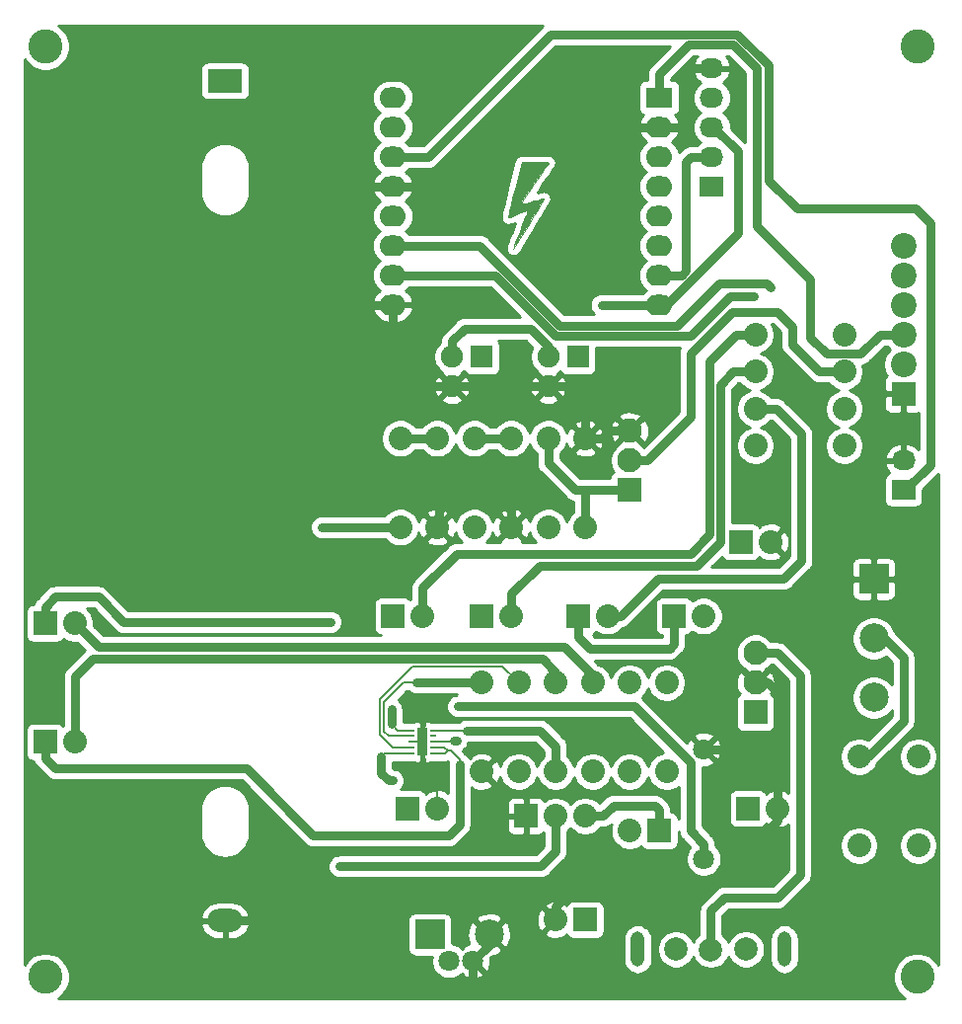
<source format=gbr>
G04 #@! TF.GenerationSoftware,KiCad,Pcbnew,(5.1.0)-1*
G04 #@! TF.CreationDate,2020-11-16T17:59:50+00:00*
G04 #@! TF.ProjectId,WildlifeCamera_PCB,57696c64-6c69-4666-9543-616d6572615f,rev?*
G04 #@! TF.SameCoordinates,PX5d42830PY7b89fa0*
G04 #@! TF.FileFunction,Copper,L1,Top*
G04 #@! TF.FilePolarity,Positive*
%FSLAX46Y46*%
G04 Gerber Fmt 4.6, Leading zero omitted, Abs format (unit mm)*
G04 Created by KiCad (PCBNEW (5.1.0)-1) date 2020-11-16 17:59:50*
%MOMM*%
%LPD*%
G04 APERTURE LIST*
%ADD10C,0.010000*%
%ADD11R,3.000000X2.000000*%
%ADD12O,3.000000X2.000000*%
%ADD13C,2.032000*%
%ADD14R,2.032000X2.032000*%
%ADD15O,2.286000X1.778000*%
%ADD16R,2.286000X1.778000*%
%ADD17R,2.100580X2.100580*%
%ADD18C,2.199640*%
%ADD19R,0.500000X0.250000*%
%ADD20R,0.840000X2.400000*%
%ADD21C,2.499360*%
%ADD22R,2.499360X2.499360*%
%ADD23C,2.000000*%
%ADD24O,1.200000X3.000000*%
%ADD25C,1.800000*%
%ADD26R,2.032000X1.727200*%
%ADD27O,2.032000X1.727200*%
%ADD28C,2.100580*%
%ADD29C,2.934700*%
%ADD30R,1.905000X1.905000*%
%ADD31C,1.905000*%
%ADD32C,0.635000*%
%ADD33C,0.762000*%
%ADD34C,0.200000*%
%ADD35C,0.254000*%
G04 APERTURE END LIST*
D10*
G36*
X49201842Y61298666D02*
G01*
X49094217Y60866042D01*
X48993980Y60458886D01*
X48902841Y60084429D01*
X48822508Y59749898D01*
X48754691Y59462525D01*
X48701097Y59229537D01*
X48663437Y59058164D01*
X48643419Y58955636D01*
X48641431Y58928000D01*
X48688591Y58943455D01*
X48801879Y58986634D01*
X48969241Y59052761D01*
X49178628Y59137057D01*
X49417985Y59234744D01*
X49491580Y59265018D01*
X49735879Y59364815D01*
X49952370Y59451579D01*
X50129364Y59520764D01*
X50255174Y59567825D01*
X50318115Y59588215D01*
X50323019Y59588425D01*
X50311135Y59546728D01*
X50270596Y59431319D01*
X50203373Y59247419D01*
X50111436Y59000251D01*
X49996756Y58695034D01*
X49861304Y58336991D01*
X49707050Y57931343D01*
X49535966Y57483312D01*
X49350021Y56998120D01*
X49151187Y56480987D01*
X49103135Y56356250D01*
X49081214Y56283957D01*
X49083362Y56261000D01*
X49109377Y56295461D01*
X49172787Y56391947D01*
X49267040Y56540116D01*
X49385586Y56729624D01*
X49521875Y56950128D01*
X49586049Y57054750D01*
X49960615Y57667222D01*
X50292548Y58210896D01*
X50583760Y58688974D01*
X50836165Y59104659D01*
X51051675Y59461153D01*
X51232203Y59761659D01*
X51379661Y60009379D01*
X51495963Y60207515D01*
X51583021Y60359271D01*
X51642749Y60467848D01*
X51677058Y60536449D01*
X51687861Y60568277D01*
X51686433Y60571326D01*
X51637265Y60564146D01*
X51518164Y60536815D01*
X51340650Y60492279D01*
X51116247Y60433484D01*
X50856475Y60363374D01*
X50647612Y60305763D01*
X50370788Y60229280D01*
X50122478Y60161732D01*
X49913819Y60106062D01*
X49755948Y60065214D01*
X49660002Y60042131D01*
X49635357Y60038271D01*
X49656944Y60074197D01*
X49722479Y60173041D01*
X49827482Y60328268D01*
X49967477Y60533344D01*
X50137986Y60781737D01*
X50334530Y61066912D01*
X50552632Y61382335D01*
X50787814Y61721473D01*
X50869101Y61838474D01*
X51109311Y62184462D01*
X51334242Y62509214D01*
X51539372Y62806148D01*
X51720181Y63068681D01*
X51872147Y63290233D01*
X51990747Y63464220D01*
X52071462Y63584062D01*
X52109769Y63643176D01*
X52112333Y63648224D01*
X52071806Y63653749D01*
X51957444Y63658734D01*
X51780081Y63662982D01*
X51550549Y63666295D01*
X51279680Y63668476D01*
X50978306Y63669328D01*
X50953453Y63669333D01*
X49794573Y63669333D01*
X49201842Y61298666D01*
X49201842Y61298666D01*
G37*
X49201842Y61298666D02*
X49094217Y60866042D01*
X48993980Y60458886D01*
X48902841Y60084429D01*
X48822508Y59749898D01*
X48754691Y59462525D01*
X48701097Y59229537D01*
X48663437Y59058164D01*
X48643419Y58955636D01*
X48641431Y58928000D01*
X48688591Y58943455D01*
X48801879Y58986634D01*
X48969241Y59052761D01*
X49178628Y59137057D01*
X49417985Y59234744D01*
X49491580Y59265018D01*
X49735879Y59364815D01*
X49952370Y59451579D01*
X50129364Y59520764D01*
X50255174Y59567825D01*
X50318115Y59588215D01*
X50323019Y59588425D01*
X50311135Y59546728D01*
X50270596Y59431319D01*
X50203373Y59247419D01*
X50111436Y59000251D01*
X49996756Y58695034D01*
X49861304Y58336991D01*
X49707050Y57931343D01*
X49535966Y57483312D01*
X49350021Y56998120D01*
X49151187Y56480987D01*
X49103135Y56356250D01*
X49081214Y56283957D01*
X49083362Y56261000D01*
X49109377Y56295461D01*
X49172787Y56391947D01*
X49267040Y56540116D01*
X49385586Y56729624D01*
X49521875Y56950128D01*
X49586049Y57054750D01*
X49960615Y57667222D01*
X50292548Y58210896D01*
X50583760Y58688974D01*
X50836165Y59104659D01*
X51051675Y59461153D01*
X51232203Y59761659D01*
X51379661Y60009379D01*
X51495963Y60207515D01*
X51583021Y60359271D01*
X51642749Y60467848D01*
X51677058Y60536449D01*
X51687861Y60568277D01*
X51686433Y60571326D01*
X51637265Y60564146D01*
X51518164Y60536815D01*
X51340650Y60492279D01*
X51116247Y60433484D01*
X50856475Y60363374D01*
X50647612Y60305763D01*
X50370788Y60229280D01*
X50122478Y60161732D01*
X49913819Y60106062D01*
X49755948Y60065214D01*
X49660002Y60042131D01*
X49635357Y60038271D01*
X49656944Y60074197D01*
X49722479Y60173041D01*
X49827482Y60328268D01*
X49967477Y60533344D01*
X50137986Y60781737D01*
X50334530Y61066912D01*
X50552632Y61382335D01*
X50787814Y61721473D01*
X50869101Y61838474D01*
X51109311Y62184462D01*
X51334242Y62509214D01*
X51539372Y62806148D01*
X51720181Y63068681D01*
X51872147Y63290233D01*
X51990747Y63464220D01*
X52071462Y63584062D01*
X52109769Y63643176D01*
X52112333Y63648224D01*
X52071806Y63653749D01*
X51957444Y63658734D01*
X51780081Y63662982D01*
X51550549Y63666295D01*
X51279680Y63668476D01*
X50978306Y63669328D01*
X50953453Y63669333D01*
X49794573Y63669333D01*
X49201842Y61298666D01*
D11*
X24335000Y70660000D03*
D12*
X24335000Y-1340000D03*
D13*
X11430000Y24130000D03*
D14*
X8890000Y24130000D03*
D15*
X38735000Y64135000D03*
X38735000Y61595000D03*
X38735000Y59055000D03*
X38735000Y56515000D03*
X38735000Y53975000D03*
X38735000Y51435000D03*
X61595000Y51435000D03*
X61595000Y53975000D03*
X61595000Y56515000D03*
X61595000Y59055000D03*
X61595000Y61595000D03*
X61595000Y64135000D03*
X61595000Y66675000D03*
D16*
X61595000Y69215000D03*
D15*
X38735000Y66675000D03*
X38735000Y69215000D03*
D17*
X82550000Y43815000D03*
D18*
X82550000Y46355000D03*
X82550000Y48895000D03*
X82550000Y51435000D03*
X82550000Y53975000D03*
X82550000Y56515000D03*
D13*
X11430000Y13970000D03*
D14*
X8890000Y13970000D03*
D13*
X46355000Y19050000D03*
X46355000Y11430000D03*
X49530000Y11430000D03*
X49530000Y19050000D03*
X55880000Y11430000D03*
X55880000Y19050000D03*
X52705000Y11430000D03*
X52705000Y19050000D03*
D19*
X42225000Y14970000D03*
X42225000Y14470000D03*
X42225000Y12970000D03*
X42225000Y13470000D03*
X42225000Y13970000D03*
X40325000Y12970000D03*
X40325000Y13470000D03*
X40325000Y14970000D03*
X40325000Y14470000D03*
D20*
X41275000Y13970000D03*
D19*
X40325000Y13970000D03*
D14*
X50165000Y7620000D03*
D13*
X52705000Y7620000D03*
X55245000Y7620000D03*
D21*
X80010000Y17780000D03*
D22*
X80010000Y27940000D03*
D21*
X80010000Y22860000D03*
D13*
X62230000Y11430000D03*
X62230000Y19050000D03*
D23*
X66032380Y-3835400D03*
X69040000Y-3810000D03*
X63040000Y-3810000D03*
D24*
X72340000Y-3810000D03*
X59740000Y-3810000D03*
D25*
X65405000Y3937000D03*
X65405000Y13335000D03*
D14*
X61595000Y6350000D03*
D13*
X59055000Y6350000D03*
D26*
X82550000Y35560000D03*
D27*
X82550000Y38100000D03*
D13*
X59055000Y19050000D03*
X59055000Y11430000D03*
X83820000Y5080000D03*
X78740000Y5080000D03*
X83820000Y12700000D03*
X78740000Y12700000D03*
X71120000Y31115000D03*
D14*
X68580000Y31115000D03*
D13*
X42545000Y8255000D03*
D14*
X40005000Y8255000D03*
X69215000Y8255000D03*
D13*
X71755000Y8255000D03*
D14*
X55245000Y-1270000D03*
D13*
X52705000Y-1270000D03*
D28*
X69850000Y19050000D03*
X69850000Y21590000D03*
D17*
X69850000Y16510000D03*
D13*
X41275000Y24765000D03*
D14*
X38735000Y24765000D03*
X46355000Y24765000D03*
D13*
X48895000Y24765000D03*
X57150000Y24765000D03*
D14*
X54610000Y24765000D03*
X62865000Y24765000D03*
D13*
X65405000Y24765000D03*
X69850000Y48895000D03*
X77470000Y48895000D03*
X77470000Y45720000D03*
X69850000Y45720000D03*
X69850000Y42545000D03*
X77470000Y42545000D03*
X77470000Y39370000D03*
X69850000Y39370000D03*
D26*
X66105000Y61580000D03*
D27*
X66105000Y64120000D03*
X66105000Y66660000D03*
X66105000Y69200000D03*
X66105000Y71740000D03*
D29*
X8933286Y73610528D03*
X83732929Y-6189115D03*
X83732929Y73610528D03*
X8933286Y-6189115D03*
D22*
X41910000Y-2540000D03*
D21*
X46990000Y-2540000D03*
D25*
X43561000Y-4826000D03*
X45593000Y-4826000D03*
D30*
X46355000Y46990000D03*
D31*
X43815000Y46990000D03*
X43815000Y44450000D03*
X52070000Y44450000D03*
X52070000Y46990000D03*
D30*
X54610000Y46990000D03*
D28*
X59055000Y40640000D03*
X59055000Y38100000D03*
D17*
X59055000Y35560000D03*
D13*
X39370000Y40005000D03*
X39370000Y32385000D03*
X42545000Y40005000D03*
X42545000Y32385000D03*
X45720000Y32385000D03*
X45720000Y40005000D03*
X48895000Y32385000D03*
X48895000Y40005000D03*
X52070000Y32385000D03*
X52070000Y40005000D03*
X55245000Y32385000D03*
X55245000Y40005000D03*
D32*
X44196000Y14097000D03*
X33401000Y24257000D03*
X34163000Y3302000D03*
X32639000Y32385000D03*
X38608000Y16764000D03*
X44323000Y17018000D03*
X56642000Y51435000D03*
X71120000Y52959000D03*
X69723000Y52197000D03*
X38735000Y10668000D03*
D33*
X52705000Y11430000D02*
X52705000Y13589000D01*
X51324000Y14970000D02*
X45101000Y14970000D01*
X52705000Y13589000D02*
X51324000Y14970000D01*
D34*
X42225000Y14970000D02*
X45101000Y14970000D01*
D33*
X70866000Y19050000D02*
X69850000Y19050000D01*
X71755000Y18161000D02*
X70866000Y19050000D01*
X71628000Y13335000D02*
X71755000Y13462000D01*
X65405000Y13335000D02*
X71628000Y13335000D01*
X71755000Y8255000D02*
X71755000Y13462000D01*
X71755000Y13462000D02*
X71755000Y18161000D01*
X52705000Y-1270000D02*
X52705000Y-127000D01*
X52705000Y-127000D02*
X54102000Y1270000D01*
X54102000Y1270000D02*
X65786000Y1270000D01*
X71755000Y7239000D02*
X71755000Y8255000D01*
X65786000Y1270000D02*
X71755000Y7239000D01*
D34*
X42545000Y8255000D02*
X42545000Y9652000D01*
X41275000Y10922000D02*
X41275000Y13970000D01*
X42545000Y9652000D02*
X41275000Y10922000D01*
X40325000Y13970000D02*
X41275000Y13970000D01*
D33*
X24335000Y-1340000D02*
X34614000Y-1340000D01*
X46990000Y-3429000D02*
X45593000Y-4826000D01*
X46990000Y-2540000D02*
X46990000Y-3429000D01*
X34614000Y-1340000D02*
X34861500Y-1587500D01*
X34861500Y-1587500D02*
X38227000Y-4953000D01*
X57316840Y40640000D02*
X59055000Y40640000D01*
X55245000Y40005000D02*
X56681840Y40005000D01*
X56681840Y40005000D02*
X57316840Y40640000D01*
X55245000Y40005000D02*
X55245000Y43307000D01*
X54102000Y44450000D02*
X52070000Y44450000D01*
X55245000Y43307000D02*
X54102000Y44450000D01*
X43815000Y44450000D02*
X52070000Y44450000D01*
X42672000Y32512000D02*
X42545000Y32385000D01*
X42672000Y33782000D02*
X42672000Y32512000D01*
X43815000Y34925000D02*
X42672000Y33782000D01*
X47791840Y34925000D02*
X43815000Y34925000D01*
X48895000Y32385000D02*
X48895000Y33821840D01*
X48895000Y33821840D02*
X47791840Y34925000D01*
X38735000Y46101000D02*
X38735000Y51435000D01*
X43815000Y44450000D02*
X40386000Y44450000D01*
X40386000Y44450000D02*
X38735000Y46101000D01*
X36830000Y61595000D02*
X38735000Y61595000D01*
X35687000Y60452000D02*
X36830000Y61595000D01*
X35687000Y52578000D02*
X35687000Y60452000D01*
X36830000Y51435000D02*
X35687000Y52578000D01*
X38735000Y51435000D02*
X36830000Y51435000D01*
X64327000Y71740000D02*
X66105000Y71740000D01*
X64008000Y71421000D02*
X64327000Y71740000D01*
X64008000Y67183000D02*
X64008000Y71421000D01*
X63500000Y66675000D02*
X64008000Y67183000D01*
X61595000Y66675000D02*
X63500000Y66675000D01*
X38735000Y61595000D02*
X41910000Y61595000D01*
X59690000Y66675000D02*
X61595000Y66675000D01*
X46990000Y66675000D02*
X59690000Y66675000D01*
X41910000Y61595000D02*
X46990000Y66675000D01*
X39878000Y-6604000D02*
X34861500Y-1587500D01*
X45339000Y-6604000D02*
X39878000Y-6604000D01*
X45593000Y-4826000D02*
X45593000Y-6350000D01*
X45593000Y-6350000D02*
X45339000Y-6604000D01*
X71755000Y21590000D02*
X69850000Y21590000D01*
X66032380Y-516187D02*
X67183567Y635000D01*
X67183567Y635000D02*
X71755000Y635000D01*
X71755000Y635000D02*
X73660000Y2540000D01*
X73660000Y2540000D02*
X73660000Y19685000D01*
X73660000Y19685000D02*
X71755000Y21590000D01*
X66032380Y-3835400D02*
X66032380Y-1262380D01*
X66032380Y-1930400D02*
X66032380Y-1262380D01*
X66032380Y-1262380D02*
X66032380Y-516187D01*
X55880000Y19050000D02*
X55880000Y19685000D01*
X55880000Y19685000D02*
X53467000Y22098000D01*
X13462000Y22098000D02*
X11430000Y24130000D01*
X53467000Y22098000D02*
X13462000Y22098000D01*
X11430000Y19558000D02*
X11430000Y13970000D01*
X52705000Y19050000D02*
X52705000Y19939000D01*
X52705000Y19939000D02*
X51562000Y21082000D01*
X12954000Y21082000D02*
X11430000Y19558000D01*
X51562000Y21082000D02*
X12954000Y21082000D01*
D34*
X42225000Y12970000D02*
X43196000Y12970000D01*
X43196000Y12970000D02*
X43434000Y13208000D01*
X43172000Y13470000D02*
X43434000Y13208000D01*
X42225000Y13470000D02*
X43172000Y13470000D01*
X43434000Y13208000D02*
X43688000Y13208000D01*
X43688000Y13208000D02*
X44450000Y12446000D01*
X44450000Y12446000D02*
X44450000Y6858000D01*
D33*
X8890000Y12573000D02*
X9779000Y11684000D01*
X8890000Y13970000D02*
X8890000Y12573000D01*
X26162000Y11684000D02*
X26225500Y11620500D01*
X9779000Y11684000D02*
X26162000Y11684000D01*
D34*
X31877000Y5969000D02*
X26225500Y11620500D01*
D33*
X26162000Y11684000D02*
X31877000Y5969000D01*
X43561000Y5969000D02*
X44450000Y6858000D01*
X31877000Y5969000D02*
X43561000Y5969000D01*
X44450000Y6858000D02*
X44450000Y12065000D01*
D34*
X42225000Y13970000D02*
X43815000Y13970000D01*
X43815000Y13970000D02*
X43942000Y14097000D01*
D33*
X43942000Y14097000D02*
X44196000Y14097000D01*
X33401000Y24257000D02*
X15621000Y24257000D01*
X15621000Y24257000D02*
X13462000Y26416000D01*
X13462000Y26416000D02*
X9779000Y26416000D01*
X8890000Y25527000D02*
X8890000Y24130000D01*
X9779000Y26416000D02*
X8890000Y25527000D01*
X55245000Y7620000D02*
X56769000Y7620000D01*
X56769000Y7620000D02*
X57658000Y8509000D01*
X57658000Y8509000D02*
X61214000Y8509000D01*
X61595000Y8128000D02*
X61595000Y6350000D01*
X61214000Y8509000D02*
X61595000Y8128000D01*
X54610000Y22987000D02*
X55626000Y21971000D01*
X54610000Y24765000D02*
X54610000Y22987000D01*
X55626000Y21971000D02*
X62484000Y21971000D01*
X62865000Y22352000D02*
X62865000Y24765000D01*
X62484000Y21971000D02*
X62865000Y22352000D01*
X52705000Y4572000D02*
X51435000Y3302000D01*
X52705000Y7620000D02*
X52705000Y4572000D01*
X51435000Y3302000D02*
X34163000Y3302000D01*
X39370000Y32385000D02*
X37933160Y32385000D01*
X37933160Y32385000D02*
X32639000Y32385000D01*
X39370000Y40005000D02*
X42545000Y40005000D01*
X38608000Y16764000D02*
X38608000Y15494000D01*
D34*
X39132000Y14970000D02*
X38608000Y15494000D01*
X40325000Y14970000D02*
X39132000Y14970000D01*
D33*
X78740000Y12700000D02*
X79502000Y12700000D01*
X79502000Y12700000D02*
X82550000Y15748000D01*
X82550000Y15748000D02*
X82550000Y21209000D01*
X80899000Y22860000D02*
X80010000Y22860000D01*
X82550000Y21209000D02*
X80899000Y22860000D01*
X65405000Y5209792D02*
X64262000Y6352792D01*
X65405000Y3937000D02*
X65405000Y5209792D01*
X64262000Y6352792D02*
X64262000Y12192000D01*
X64262000Y12192000D02*
X59436000Y17018000D01*
X59436000Y17018000D02*
X44323000Y17018000D01*
X62179066Y51435000D02*
X68326000Y57581934D01*
X61595000Y51435000D02*
X62179066Y51435000D01*
X66257400Y66660000D02*
X66105000Y66660000D01*
X68326000Y64591400D02*
X66257400Y66660000D01*
X68326000Y57581934D02*
X68326000Y64591400D01*
X61595000Y51435000D02*
X59690000Y51435000D01*
X59690000Y51435000D02*
X56642000Y51435000D01*
X64327000Y64120000D02*
X66105000Y64120000D01*
X63881000Y63674000D02*
X64327000Y64120000D01*
X63881000Y54356000D02*
X63881000Y63674000D01*
X63500000Y53975000D02*
X63881000Y54356000D01*
X61595000Y53975000D02*
X63500000Y53975000D01*
X64135000Y73787000D02*
X61595000Y71247000D01*
X67945000Y73787000D02*
X64135000Y73787000D01*
X61595000Y71247000D02*
X61595000Y69215000D01*
X69977000Y71755000D02*
X67945000Y73787000D01*
X69977000Y58166000D02*
X69977000Y71755000D01*
X80518000Y48895000D02*
X78867000Y47244000D01*
X82550000Y48895000D02*
X80518000Y48895000D01*
X78867000Y47244000D02*
X75946000Y47244000D01*
X75946000Y47244000D02*
X74549000Y48641000D01*
X74549000Y48641000D02*
X74549000Y53594000D01*
X74549000Y53594000D02*
X69977000Y58166000D01*
X53035066Y49657000D02*
X63119000Y49657000D01*
X38735000Y56515000D02*
X46177066Y56515000D01*
X66738499Y53276499D02*
X65913000Y52451000D01*
X70802501Y53276499D02*
X66738499Y53276499D01*
X71120000Y52959000D02*
X70802501Y53276499D01*
X63119000Y49657000D02*
X65913000Y52451000D01*
X46177066Y56515000D02*
X53035066Y49657000D01*
X64262000Y48768000D02*
X52705000Y48768000D01*
X47498000Y53975000D02*
X43815000Y53975000D01*
X52705000Y48768000D02*
X47498000Y53975000D01*
X43815000Y53975000D02*
X38735000Y53975000D01*
X69273988Y52197000D02*
X67691000Y52197000D01*
X69723000Y52197000D02*
X69273988Y52197000D01*
X67691000Y52197000D02*
X64262000Y48768000D01*
X41783000Y64135000D02*
X38735000Y64135000D01*
X68302056Y74649010D02*
X52297010Y74649010D01*
X70993000Y71958066D02*
X68302056Y74649010D01*
X70993000Y62103000D02*
X70993000Y71958066D01*
X82702400Y35560000D02*
X84836000Y37693600D01*
X52297010Y74649010D02*
X41783000Y64135000D01*
X82550000Y35560000D02*
X82702400Y35560000D01*
X84836000Y37693600D02*
X84836000Y58420000D01*
X84836000Y58420000D02*
X83566000Y59690000D01*
X83566000Y59690000D02*
X73406000Y59690000D01*
X73406000Y59690000D02*
X70993000Y62103000D01*
X52070000Y47879000D02*
X52070000Y46990000D01*
X50546000Y49403000D02*
X52070000Y47879000D01*
X44880962Y49403000D02*
X50546000Y49403000D01*
X43815000Y46990000D02*
X43815000Y48337038D01*
X43815000Y48337038D02*
X44880962Y49403000D01*
X45720000Y40005000D02*
X48895000Y40005000D01*
D34*
X40325000Y14470000D02*
X38362000Y14470000D01*
X38362000Y14470000D02*
X37973000Y14859000D01*
X37973000Y14859000D02*
X37973000Y17399000D01*
X37973000Y17399000D02*
X39624000Y19050000D01*
D33*
X46355000Y19050000D02*
X40767000Y19050000D01*
D34*
X39624000Y19050000D02*
X40767000Y19050000D01*
D33*
X38735000Y10668000D02*
X38354000Y10668000D01*
X38354000Y10668000D02*
X37719000Y11303000D01*
X37719000Y11303000D02*
X37719000Y12700000D01*
D34*
X37989000Y12970000D02*
X37719000Y12700000D01*
X40325000Y12970000D02*
X37989000Y12970000D01*
X48133000Y20447000D02*
X49530000Y19050000D01*
X40386000Y20447000D02*
X48133000Y20447000D01*
X37592000Y17653000D02*
X40386000Y20447000D01*
X37592000Y14605000D02*
X37592000Y17653000D01*
X40325000Y13470000D02*
X38727000Y13470000D01*
X38727000Y13470000D02*
X37592000Y14605000D01*
D33*
X41275000Y24765000D02*
X41275000Y27178000D01*
X41275000Y27178000D02*
X44196000Y30099000D01*
X44196000Y30099000D02*
X64262000Y30099000D01*
X64262000Y30099000D02*
X65913000Y31750000D01*
X65913000Y31750000D02*
X65913000Y46609000D01*
X68199000Y48895000D02*
X69850000Y48895000D01*
X65913000Y46609000D02*
X68199000Y48895000D01*
X48895000Y26670000D02*
X48895000Y24765000D01*
X69850000Y45720000D02*
X67945000Y45720000D01*
X66802000Y44577000D02*
X66802000Y31115000D01*
X66802000Y31115000D02*
X64770000Y29083000D01*
X64770000Y29083000D02*
X51308000Y29083000D01*
X51308000Y29083000D02*
X48895000Y26670000D01*
X67945000Y45720000D02*
X66802000Y44577000D01*
X57150000Y24765000D02*
X58293000Y24765000D01*
X58293000Y24765000D02*
X61468000Y27940000D01*
X61468000Y27940000D02*
X72263000Y27940000D01*
X72263000Y27940000D02*
X73787000Y29464000D01*
X73787000Y29464000D02*
X73787000Y40386000D01*
X71628000Y42545000D02*
X69850000Y42545000D01*
X73787000Y40386000D02*
X71628000Y42545000D01*
X73025000Y48006000D02*
X75311000Y45720000D01*
X73025000Y49530000D02*
X73025000Y48006000D01*
X75311000Y45720000D02*
X77470000Y45720000D01*
X60540334Y38100000D02*
X64262000Y41821666D01*
X59055000Y38100000D02*
X60540334Y38100000D01*
X64262000Y41821666D02*
X64262000Y47244000D01*
X64262000Y47244000D02*
X67818000Y50800000D01*
X67818000Y50800000D02*
X71755000Y50800000D01*
X71755000Y50800000D02*
X73025000Y49530000D01*
X52070000Y37846000D02*
X52070000Y40005000D01*
X54356000Y35560000D02*
X52070000Y37846000D01*
X55245000Y35433000D02*
X55372000Y35560000D01*
X55245000Y32385000D02*
X55245000Y35433000D01*
X59055000Y35560000D02*
X55372000Y35560000D01*
X55372000Y35560000D02*
X54356000Y35560000D01*
X62230000Y19050000D02*
X62103000Y19050000D01*
D35*
G36*
X51575114Y75370906D02*
G01*
X51543302Y75332143D01*
X41362160Y65151000D01*
X40126701Y65151000D01*
X40071844Y65217844D01*
X39843794Y65405000D01*
X40071844Y65592156D01*
X40262290Y65824215D01*
X40403804Y66088969D01*
X40490948Y66376244D01*
X40520373Y66675000D01*
X40490948Y66973756D01*
X40403804Y67261031D01*
X40262290Y67525785D01*
X40071844Y67757844D01*
X39843794Y67945000D01*
X40071844Y68132156D01*
X40262290Y68364215D01*
X40403804Y68628969D01*
X40490948Y68916244D01*
X40520373Y69215000D01*
X40490948Y69513756D01*
X40403804Y69801031D01*
X40262290Y70065785D01*
X40071844Y70297844D01*
X39839785Y70488290D01*
X39575031Y70629804D01*
X39287756Y70716948D01*
X39063859Y70739000D01*
X38406141Y70739000D01*
X38182244Y70716948D01*
X37894969Y70629804D01*
X37630215Y70488290D01*
X37398156Y70297844D01*
X37207710Y70065785D01*
X37066196Y69801031D01*
X36979052Y69513756D01*
X36949627Y69215000D01*
X36979052Y68916244D01*
X37066196Y68628969D01*
X37207710Y68364215D01*
X37398156Y68132156D01*
X37626206Y67945000D01*
X37398156Y67757844D01*
X37207710Y67525785D01*
X37066196Y67261031D01*
X36979052Y66973756D01*
X36949627Y66675000D01*
X36979052Y66376244D01*
X37066196Y66088969D01*
X37207710Y65824215D01*
X37398156Y65592156D01*
X37626206Y65405000D01*
X37398156Y65217844D01*
X37207710Y64985785D01*
X37066196Y64721031D01*
X36979052Y64433756D01*
X36949627Y64135000D01*
X36979052Y63836244D01*
X37066196Y63548969D01*
X37207710Y63284215D01*
X37398156Y63052156D01*
X37630215Y62861710D01*
X37634002Y62859686D01*
X37528715Y62791602D01*
X37313567Y62582828D01*
X37143283Y62336092D01*
X37024407Y62060876D01*
X37000866Y61958013D01*
X37121670Y61722000D01*
X38608000Y61722000D01*
X38608000Y61742000D01*
X38862000Y61742000D01*
X38862000Y61722000D01*
X40348330Y61722000D01*
X40469134Y61958013D01*
X40445593Y62060876D01*
X40326717Y62336092D01*
X40156433Y62582828D01*
X39941285Y62791602D01*
X39835998Y62859686D01*
X39839785Y62861710D01*
X40071844Y63052156D01*
X40126701Y63119000D01*
X41733098Y63119000D01*
X41783000Y63114085D01*
X41832902Y63119000D01*
X41982171Y63133702D01*
X42173687Y63191798D01*
X42350190Y63286140D01*
X42504896Y63413104D01*
X42536712Y63451872D01*
X52717851Y73633010D01*
X62544169Y73633010D01*
X60911872Y72000712D01*
X60873104Y71968896D01*
X60746140Y71814190D01*
X60651798Y71637686D01*
X60612512Y71508178D01*
X60593702Y71446170D01*
X60574085Y71247000D01*
X60579000Y71197098D01*
X60579000Y70742072D01*
X60452000Y70742072D01*
X60327518Y70729812D01*
X60207820Y70693502D01*
X60097506Y70634537D01*
X60000815Y70555185D01*
X59921463Y70458494D01*
X59862498Y70348180D01*
X59826188Y70228482D01*
X59813928Y70104000D01*
X59813928Y68326000D01*
X59826188Y68201518D01*
X59862498Y68081820D01*
X59921463Y67971506D01*
X60000815Y67874815D01*
X60097506Y67795463D01*
X60207820Y67736498D01*
X60239563Y67726869D01*
X60173567Y67662828D01*
X60003283Y67416092D01*
X59884407Y67140876D01*
X59860866Y67038013D01*
X59981670Y66802000D01*
X61468000Y66802000D01*
X61468000Y66822000D01*
X61722000Y66822000D01*
X61722000Y66802000D01*
X63208330Y66802000D01*
X63329134Y67038013D01*
X63305593Y67140876D01*
X63186717Y67416092D01*
X63016433Y67662828D01*
X62950437Y67726869D01*
X62982180Y67736498D01*
X63092494Y67795463D01*
X63189185Y67874815D01*
X63268537Y67971506D01*
X63327502Y68081820D01*
X63363812Y68201518D01*
X63376072Y68326000D01*
X63376072Y70104000D01*
X63363812Y70228482D01*
X63327502Y70348180D01*
X63268537Y70458494D01*
X63189185Y70555185D01*
X63092494Y70634537D01*
X62982180Y70693502D01*
X62862482Y70729812D01*
X62738000Y70742072D01*
X62611000Y70742072D01*
X62611000Y70826160D01*
X64555841Y72771000D01*
X64872837Y72771000D01*
X64754267Y72642035D01*
X64601314Y72390919D01*
X64500291Y72114789D01*
X64497642Y72099026D01*
X64618783Y71867000D01*
X65978000Y71867000D01*
X65978000Y71887000D01*
X66232000Y71887000D01*
X66232000Y71867000D01*
X67591217Y71867000D01*
X67712358Y72099026D01*
X67709709Y72114789D01*
X67608686Y72390919D01*
X67455733Y72642035D01*
X67337163Y72771000D01*
X67524160Y72771000D01*
X68961001Y71334158D01*
X68961001Y65393240D01*
X67757063Y66597177D01*
X67763251Y66660000D01*
X67734316Y66953777D01*
X67648625Y67236264D01*
X67509469Y67496606D01*
X67322197Y67724797D01*
X67094006Y67912069D01*
X67060460Y67930000D01*
X67094006Y67947931D01*
X67322197Y68135203D01*
X67509469Y68363394D01*
X67648625Y68623736D01*
X67734316Y68906223D01*
X67763251Y69200000D01*
X67734316Y69493777D01*
X67648625Y69776264D01*
X67509469Y70036606D01*
X67322197Y70264797D01*
X67094006Y70452069D01*
X67054053Y70473424D01*
X67256729Y70621514D01*
X67455733Y70837965D01*
X67608686Y71089081D01*
X67709709Y71365211D01*
X67712358Y71380974D01*
X67591217Y71613000D01*
X66232000Y71613000D01*
X66232000Y71593000D01*
X65978000Y71593000D01*
X65978000Y71613000D01*
X64618783Y71613000D01*
X64497642Y71380974D01*
X64500291Y71365211D01*
X64601314Y71089081D01*
X64754267Y70837965D01*
X64953271Y70621514D01*
X65155947Y70473424D01*
X65115994Y70452069D01*
X64887803Y70264797D01*
X64700531Y70036606D01*
X64561375Y69776264D01*
X64475684Y69493777D01*
X64446749Y69200000D01*
X64475684Y68906223D01*
X64561375Y68623736D01*
X64700531Y68363394D01*
X64887803Y68135203D01*
X65115994Y67947931D01*
X65149540Y67930000D01*
X65115994Y67912069D01*
X64887803Y67724797D01*
X64700531Y67496606D01*
X64561375Y67236264D01*
X64475684Y66953777D01*
X64446749Y66660000D01*
X64475684Y66366223D01*
X64561375Y66083736D01*
X64700531Y65823394D01*
X64887803Y65595203D01*
X65115994Y65407931D01*
X65149540Y65390000D01*
X65115994Y65372069D01*
X64887803Y65184797D01*
X64847756Y65136000D01*
X64376893Y65136000D01*
X64326999Y65140914D01*
X64277105Y65136000D01*
X64277098Y65136000D01*
X64127829Y65121298D01*
X63936313Y65063202D01*
X63759810Y64968860D01*
X63605104Y64841896D01*
X63573287Y64803127D01*
X63316727Y64546567D01*
X63263804Y64721031D01*
X63122290Y64985785D01*
X62931844Y65217844D01*
X62699785Y65408290D01*
X62695998Y65410314D01*
X62801285Y65478398D01*
X63016433Y65687172D01*
X63186717Y65933908D01*
X63305593Y66209124D01*
X63329134Y66311987D01*
X63208330Y66548000D01*
X61722000Y66548000D01*
X61722000Y66528000D01*
X61468000Y66528000D01*
X61468000Y66548000D01*
X59981670Y66548000D01*
X59860866Y66311987D01*
X59884407Y66209124D01*
X60003283Y65933908D01*
X60173567Y65687172D01*
X60388715Y65478398D01*
X60494002Y65410314D01*
X60490215Y65408290D01*
X60258156Y65217844D01*
X60067710Y64985785D01*
X59926196Y64721031D01*
X59839052Y64433756D01*
X59809627Y64135000D01*
X59839052Y63836244D01*
X59926196Y63548969D01*
X60067710Y63284215D01*
X60258156Y63052156D01*
X60486206Y62865000D01*
X60258156Y62677844D01*
X60067710Y62445785D01*
X59926196Y62181031D01*
X59839052Y61893756D01*
X59809627Y61595000D01*
X59839052Y61296244D01*
X59926196Y61008969D01*
X60067710Y60744215D01*
X60258156Y60512156D01*
X60486206Y60325000D01*
X60258156Y60137844D01*
X60067710Y59905785D01*
X59926196Y59641031D01*
X59839052Y59353756D01*
X59809627Y59055000D01*
X59839052Y58756244D01*
X59926196Y58468969D01*
X60067710Y58204215D01*
X60258156Y57972156D01*
X60486206Y57785000D01*
X60258156Y57597844D01*
X60067710Y57365785D01*
X59926196Y57101031D01*
X59839052Y56813756D01*
X59809627Y56515000D01*
X59839052Y56216244D01*
X59926196Y55928969D01*
X60067710Y55664215D01*
X60258156Y55432156D01*
X60486206Y55245000D01*
X60258156Y55057844D01*
X60067710Y54825785D01*
X59926196Y54561031D01*
X59839052Y54273756D01*
X59809627Y53975000D01*
X59839052Y53676244D01*
X59926196Y53388969D01*
X60067710Y53124215D01*
X60258156Y52892156D01*
X60486206Y52705000D01*
X60258156Y52517844D01*
X60203299Y52451000D01*
X56592098Y52451000D01*
X56442829Y52436298D01*
X56251313Y52378202D01*
X56074810Y52283860D01*
X55920104Y52156896D01*
X55793140Y52002190D01*
X55698798Y51825687D01*
X55640702Y51634171D01*
X55621085Y51435000D01*
X55640702Y51235829D01*
X55698798Y51044313D01*
X55793140Y50867810D01*
X55920104Y50713104D01*
X55968971Y50673000D01*
X53455907Y50673000D01*
X46930778Y57198128D01*
X46898962Y57236896D01*
X46744256Y57363860D01*
X46567753Y57458202D01*
X46376237Y57516298D01*
X46226968Y57531000D01*
X46177066Y57535915D01*
X46127164Y57531000D01*
X40126701Y57531000D01*
X40071844Y57597844D01*
X39843794Y57785000D01*
X40071844Y57972156D01*
X40262290Y58204215D01*
X40403804Y58468969D01*
X40490948Y58756244D01*
X40512387Y58973920D01*
X48003080Y58973920D01*
X48003561Y58955389D01*
X48003422Y58953935D01*
X48003660Y58951576D01*
X48004623Y58914440D01*
X48005602Y58855054D01*
X48006240Y58852088D01*
X48006319Y58849056D01*
X48019372Y58791066D01*
X48031880Y58732943D01*
X48033082Y58730158D01*
X48033748Y58727199D01*
X48057830Y58672817D01*
X48081375Y58618262D01*
X48083093Y58615766D01*
X48084323Y58612989D01*
X48118498Y58564338D01*
X48152203Y58515379D01*
X48154378Y58513260D01*
X48156120Y58510780D01*
X48199069Y58469716D01*
X48241666Y58428213D01*
X48244208Y58426559D01*
X48246401Y58424462D01*
X48296511Y58392520D01*
X48346355Y58360082D01*
X48349173Y58358952D01*
X48351728Y58357323D01*
X48407061Y58335734D01*
X48462284Y58313584D01*
X48465267Y58313023D01*
X48468091Y58311921D01*
X48526542Y58301494D01*
X48585036Y58290489D01*
X48588074Y58290518D01*
X48591056Y58289986D01*
X48650498Y58291112D01*
X48709937Y58291678D01*
X48712902Y58292294D01*
X48715939Y58292352D01*
X48774005Y58304997D01*
X48832228Y58317101D01*
X48837850Y58318901D01*
X48837985Y58318930D01*
X48838105Y58318982D01*
X48840738Y58319825D01*
X48887899Y58335280D01*
X48897741Y58339609D01*
X48908156Y58342296D01*
X48916528Y58345421D01*
X49029816Y58388600D01*
X49029879Y58388631D01*
X49037060Y58391411D01*
X49204421Y58457538D01*
X49204563Y58457611D01*
X49208253Y58459067D01*
X49225682Y58466084D01*
X49109010Y58159264D01*
X48938260Y57712108D01*
X48752666Y57227830D01*
X48752655Y57227803D01*
X48553821Y56710670D01*
X48505916Y56586315D01*
X48500841Y56567975D01*
X48493325Y56550497D01*
X48490672Y56541963D01*
X48468751Y56469671D01*
X48457616Y56413784D01*
X48445526Y56358122D01*
X48445424Y56352593D01*
X48444344Y56347172D01*
X48444276Y56290256D01*
X48443226Y56233238D01*
X48443997Y56224335D01*
X48446145Y56201378D01*
X48448704Y56188149D01*
X48449209Y56174690D01*
X48460542Y56126935D01*
X48469862Y56078744D01*
X48474939Y56066269D01*
X48478050Y56053160D01*
X48498447Y56008508D01*
X48516946Y55963053D01*
X48524350Y55951800D01*
X48529948Y55939546D01*
X48558625Y55899712D01*
X48585605Y55858709D01*
X48595055Y55849108D01*
X48602925Y55838176D01*
X48638794Y55804670D01*
X48673224Y55769689D01*
X48684357Y55762108D01*
X48694202Y55752911D01*
X48735910Y55727001D01*
X48776464Y55699384D01*
X48788851Y55694112D01*
X48800301Y55686999D01*
X48846260Y55669679D01*
X48891394Y55650470D01*
X48904571Y55647704D01*
X48917183Y55642951D01*
X48965617Y55634890D01*
X49013636Y55624810D01*
X49027103Y55624656D01*
X49040394Y55622444D01*
X49089469Y55623944D01*
X49138534Y55623383D01*
X49151773Y55625847D01*
X49165242Y55626259D01*
X49213083Y55637261D01*
X49261330Y55646242D01*
X49273843Y55651233D01*
X49286971Y55654252D01*
X49331762Y55674335D01*
X49377348Y55692518D01*
X49388650Y55699842D01*
X49400945Y55705355D01*
X49440989Y55733760D01*
X49482168Y55760447D01*
X49491833Y55769828D01*
X49502822Y55777623D01*
X49536576Y55813255D01*
X49571798Y55847441D01*
X49579459Y55858523D01*
X49588722Y55868302D01*
X49594155Y55875396D01*
X49620170Y55909857D01*
X49628748Y55923883D01*
X49639256Y55936534D01*
X49644216Y55943968D01*
X49707626Y56040454D01*
X49707759Y56040706D01*
X49707942Y56040934D01*
X49712790Y56048441D01*
X49807044Y56196610D01*
X49807118Y56196757D01*
X49809626Y56200704D01*
X49928172Y56390212D01*
X49928238Y56390344D01*
X49929991Y56393138D01*
X50066280Y56613642D01*
X50066328Y56613739D01*
X50067422Y56615496D01*
X50131596Y56720118D01*
X50131620Y56720168D01*
X50132039Y56720842D01*
X50506605Y57333314D01*
X50506616Y57333336D01*
X50506855Y57333722D01*
X50838788Y57877397D01*
X50838805Y57877433D01*
X50839129Y57877956D01*
X51130341Y58356034D01*
X51130362Y58356078D01*
X51130810Y58356804D01*
X51383215Y58772489D01*
X51383248Y58772558D01*
X51383864Y58773561D01*
X51599374Y59130054D01*
X51599418Y59130145D01*
X51600290Y59131575D01*
X51780818Y59432081D01*
X51780872Y59432195D01*
X51782145Y59434300D01*
X51929603Y59682020D01*
X51929671Y59682164D01*
X51931601Y59685401D01*
X52047903Y59883537D01*
X52047957Y59883654D01*
X52051102Y59889048D01*
X52138159Y60040804D01*
X52138678Y60041957D01*
X52139415Y60043001D01*
X52143776Y60050801D01*
X52203504Y60159378D01*
X52206695Y60166818D01*
X52211101Y60173610D01*
X52215154Y60181575D01*
X52249463Y60250176D01*
X52263500Y60286800D01*
X52280169Y60322305D01*
X52283100Y60330747D01*
X52293903Y60362575D01*
X52303815Y60405010D01*
X52306069Y60411171D01*
X52307356Y60419398D01*
X52319442Y60464807D01*
X52320078Y60474630D01*
X52322315Y60484207D01*
X52323654Y60523568D01*
X52325376Y60534576D01*
X52324832Y60548070D01*
X52327511Y60589452D01*
X52326227Y60599212D01*
X52326561Y60609041D01*
X52320999Y60643190D01*
X52320346Y60659381D01*
X52315842Y60678131D01*
X52311215Y60713291D01*
X52308062Y60722607D01*
X52306480Y60732322D01*
X52296204Y60759877D01*
X52291170Y60780832D01*
X52280547Y60803920D01*
X52271178Y60831606D01*
X52267444Y60839725D01*
X52266016Y60842774D01*
X52264061Y60846066D01*
X52262835Y60849355D01*
X52250241Y60869784D01*
X52238960Y60894302D01*
X52219337Y60921402D01*
X52202253Y60950179D01*
X52182794Y60971870D01*
X52165704Y60995471D01*
X52141185Y61018249D01*
X52118843Y61043153D01*
X52095548Y61060646D01*
X52074193Y61080485D01*
X52045717Y61098067D01*
X52018963Y61118157D01*
X51992708Y61130795D01*
X51967912Y61146104D01*
X51936565Y61157819D01*
X51906416Y61172331D01*
X51878206Y61179629D01*
X51850909Y61189830D01*
X51817887Y61195233D01*
X51785491Y61203613D01*
X51756396Y61205293D01*
X51727642Y61209997D01*
X51694203Y61208883D01*
X51660793Y61210812D01*
X51631931Y61206809D01*
X51602805Y61205839D01*
X51593954Y61204609D01*
X51544787Y61197429D01*
X51524065Y61192298D01*
X51502844Y61189871D01*
X51494120Y61187933D01*
X51375019Y61160601D01*
X51373110Y61159961D01*
X51371106Y61159691D01*
X51362423Y61157577D01*
X51184909Y61113040D01*
X51184801Y61113001D01*
X51178441Y61111382D01*
X51135821Y61100215D01*
X51313731Y61356766D01*
X51313732Y61356767D01*
X51394701Y61473311D01*
X51394707Y61473321D01*
X51394820Y61473482D01*
X51635030Y61819470D01*
X51635050Y61819506D01*
X51635436Y61820055D01*
X51860367Y62144808D01*
X51860386Y62144843D01*
X51860810Y62145447D01*
X52065940Y62442381D01*
X52065969Y62442433D01*
X52066461Y62443137D01*
X52247270Y62705670D01*
X52247304Y62705732D01*
X52247958Y62706671D01*
X52399924Y62928222D01*
X52399975Y62928314D01*
X52400971Y62929754D01*
X52519572Y63103742D01*
X52519645Y63103875D01*
X52521576Y63106700D01*
X52602291Y63226542D01*
X52602867Y63227609D01*
X52603640Y63228552D01*
X52608552Y63236018D01*
X52646859Y63295132D01*
X52655707Y63312242D01*
X52663417Y63322791D01*
X52668289Y63333257D01*
X52676280Y63345409D01*
X52680382Y63353348D01*
X52682946Y63358396D01*
X52693341Y63385021D01*
X52704232Y63406082D01*
X52707587Y63417673D01*
X52716132Y63436028D01*
X52720974Y63455795D01*
X52728374Y63474749D01*
X52735246Y63513226D01*
X52738962Y63526062D01*
X52739386Y63530968D01*
X52745848Y63557348D01*
X52746758Y63577678D01*
X52750336Y63597709D01*
X52749546Y63639930D01*
X52751435Y63682129D01*
X52748379Y63702250D01*
X52747998Y63722593D01*
X52739022Y63763854D01*
X52732678Y63805619D01*
X52725770Y63824767D01*
X52721446Y63844644D01*
X52704626Y63883378D01*
X52690291Y63923113D01*
X52679799Y63940550D01*
X52671694Y63959214D01*
X52647675Y63993937D01*
X52625892Y64030138D01*
X52612206Y64045212D01*
X52600636Y64061938D01*
X52570331Y64091334D01*
X52541930Y64122615D01*
X52525583Y64134739D01*
X52510979Y64148905D01*
X52475531Y64171861D01*
X52441605Y64197023D01*
X52423217Y64205739D01*
X52406138Y64216800D01*
X52366894Y64232439D01*
X52328738Y64250526D01*
X52309014Y64255504D01*
X52290105Y64263039D01*
X52248580Y64270755D01*
X52207630Y64281090D01*
X52198784Y64282358D01*
X52158257Y64287883D01*
X52133293Y64288826D01*
X52108602Y64292691D01*
X52099677Y64293142D01*
X51985315Y64298127D01*
X51983504Y64298029D01*
X51981700Y64298275D01*
X51972768Y64298551D01*
X51795405Y64302799D01*
X51795257Y64302788D01*
X51789318Y64302915D01*
X51559786Y64306228D01*
X51559631Y64306215D01*
X51555702Y64306274D01*
X51284833Y64308455D01*
X51284687Y64308442D01*
X51281489Y64308473D01*
X50980115Y64309325D01*
X50980027Y64309317D01*
X50978435Y64309328D01*
X50953582Y64309333D01*
X50953573Y64309332D01*
X50953453Y64309333D01*
X49794573Y64309333D01*
X49750332Y64304995D01*
X49705920Y64303163D01*
X49688300Y64298913D01*
X49670263Y64297144D01*
X49627711Y64284297D01*
X49584496Y64273872D01*
X49568036Y64266280D01*
X49550688Y64261042D01*
X49511445Y64240176D01*
X49471074Y64221555D01*
X49456404Y64210911D01*
X49440402Y64202403D01*
X49405952Y64174306D01*
X49369975Y64148203D01*
X49357652Y64134913D01*
X49343607Y64123458D01*
X49315279Y64089215D01*
X49285048Y64056612D01*
X49275539Y64041177D01*
X49263989Y64027216D01*
X49242846Y63988113D01*
X49219530Y63950268D01*
X49213202Y63933287D01*
X49204581Y63917343D01*
X49191439Y63874889D01*
X49175913Y63833226D01*
X49173686Y63824571D01*
X48580955Y61453905D01*
X48580948Y61453859D01*
X48580772Y61453171D01*
X48473147Y61020547D01*
X48473135Y61020465D01*
X48472772Y61019034D01*
X48372535Y60611878D01*
X48372521Y60611780D01*
X48372134Y60610237D01*
X48280995Y60235780D01*
X48280981Y60235683D01*
X48280532Y60233868D01*
X48200199Y59899337D01*
X48200181Y59899208D01*
X48199618Y59896894D01*
X48131801Y59609521D01*
X48131781Y59609373D01*
X48130980Y59605997D01*
X48077386Y59373009D01*
X48077369Y59372877D01*
X48076012Y59366902D01*
X48038352Y59195529D01*
X48037989Y59192485D01*
X48037071Y59189563D01*
X48035297Y59180805D01*
X48015279Y59078277D01*
X48012026Y59044162D01*
X48005771Y59010464D01*
X48005068Y59001555D01*
X48003080Y58973920D01*
X40512387Y58973920D01*
X40520373Y59055000D01*
X40490948Y59353756D01*
X40403804Y59641031D01*
X40262290Y59905785D01*
X40071844Y60137844D01*
X39839785Y60328290D01*
X39835998Y60330314D01*
X39941285Y60398398D01*
X40156433Y60607172D01*
X40326717Y60853908D01*
X40445593Y61129124D01*
X40469134Y61231987D01*
X40348330Y61468000D01*
X38862000Y61468000D01*
X38862000Y61448000D01*
X38608000Y61448000D01*
X38608000Y61468000D01*
X37121670Y61468000D01*
X37000866Y61231987D01*
X37024407Y61129124D01*
X37143283Y60853908D01*
X37313567Y60607172D01*
X37528715Y60398398D01*
X37634002Y60330314D01*
X37630215Y60328290D01*
X37398156Y60137844D01*
X37207710Y59905785D01*
X37066196Y59641031D01*
X36979052Y59353756D01*
X36949627Y59055000D01*
X36979052Y58756244D01*
X37066196Y58468969D01*
X37207710Y58204215D01*
X37398156Y57972156D01*
X37626206Y57785000D01*
X37398156Y57597844D01*
X37207710Y57365785D01*
X37066196Y57101031D01*
X36979052Y56813756D01*
X36949627Y56515000D01*
X36979052Y56216244D01*
X37066196Y55928969D01*
X37207710Y55664215D01*
X37398156Y55432156D01*
X37626206Y55245000D01*
X37398156Y55057844D01*
X37207710Y54825785D01*
X37066196Y54561031D01*
X36979052Y54273756D01*
X36949627Y53975000D01*
X36979052Y53676244D01*
X37066196Y53388969D01*
X37207710Y53124215D01*
X37398156Y52892156D01*
X37630215Y52701710D01*
X37634002Y52699686D01*
X37528715Y52631602D01*
X37313567Y52422828D01*
X37143283Y52176092D01*
X37024407Y51900876D01*
X37000866Y51798013D01*
X37121670Y51562000D01*
X38608000Y51562000D01*
X38608000Y51582000D01*
X38862000Y51582000D01*
X38862000Y51562000D01*
X40348330Y51562000D01*
X40469134Y51798013D01*
X40445593Y51900876D01*
X40326717Y52176092D01*
X40156433Y52422828D01*
X39941285Y52631602D01*
X39835998Y52699686D01*
X39839785Y52701710D01*
X40071844Y52892156D01*
X40126701Y52959000D01*
X47077160Y52959000D01*
X49617159Y50419000D01*
X44930864Y50419000D01*
X44880962Y50423915D01*
X44681791Y50404298D01*
X44490274Y50346202D01*
X44428794Y50313340D01*
X44313772Y50251860D01*
X44159066Y50124896D01*
X44127254Y50086133D01*
X43131868Y49090746D01*
X43093105Y49058934D01*
X42966141Y48904228D01*
X42893327Y48768001D01*
X42871799Y48727725D01*
X42813702Y48536208D01*
X42794085Y48337038D01*
X42799001Y48287127D01*
X42799001Y48219065D01*
X42581908Y48001972D01*
X42408176Y47741963D01*
X42288507Y47453057D01*
X42227500Y47146355D01*
X42227500Y46833645D01*
X42288507Y46526943D01*
X42408176Y46238037D01*
X42581908Y45978028D01*
X42803028Y45756908D01*
X42933961Y45669422D01*
X42893070Y45551535D01*
X43815000Y44629605D01*
X44736930Y45551535D01*
X44696039Y45669422D01*
X44826972Y45756908D01*
X44830549Y45760485D01*
X44871963Y45683006D01*
X44951315Y45586315D01*
X45048006Y45506963D01*
X45158320Y45447998D01*
X45278018Y45411688D01*
X45402500Y45399428D01*
X47307500Y45399428D01*
X47431982Y45411688D01*
X47551680Y45447998D01*
X47661994Y45506963D01*
X47758685Y45586315D01*
X47838037Y45683006D01*
X47897002Y45793320D01*
X47933312Y45913018D01*
X47945572Y46037500D01*
X47945572Y47942500D01*
X47933312Y48066982D01*
X47897002Y48186680D01*
X47838037Y48296994D01*
X47764171Y48387000D01*
X50125160Y48387000D01*
X50706042Y47806117D01*
X50663176Y47741963D01*
X50543507Y47453057D01*
X50482500Y47146355D01*
X50482500Y46833645D01*
X50543507Y46526943D01*
X50663176Y46238037D01*
X50836908Y45978028D01*
X51058028Y45756908D01*
X51188961Y45669422D01*
X51148070Y45551535D01*
X52070000Y44629605D01*
X52991930Y45551535D01*
X52951039Y45669422D01*
X53081972Y45756908D01*
X53085549Y45760485D01*
X53126963Y45683006D01*
X53206315Y45586315D01*
X53303006Y45506963D01*
X53413320Y45447998D01*
X53533018Y45411688D01*
X53657500Y45399428D01*
X55562500Y45399428D01*
X55686982Y45411688D01*
X55806680Y45447998D01*
X55916994Y45506963D01*
X56013685Y45586315D01*
X56093037Y45683006D01*
X56152002Y45793320D01*
X56188312Y45913018D01*
X56200572Y46037500D01*
X56200572Y47752000D01*
X63381504Y47752000D01*
X63376139Y47741963D01*
X63318799Y47634687D01*
X63260702Y47443170D01*
X63241085Y47244000D01*
X63246001Y47194088D01*
X63246000Y42242507D01*
X60270927Y39267433D01*
X60129310Y39409050D01*
X60045323Y39465168D01*
X60046668Y39468727D01*
X59055000Y40460395D01*
X58063332Y39468727D01*
X58064677Y39465168D01*
X57980690Y39409050D01*
X57745950Y39174310D01*
X57561516Y38898284D01*
X57434475Y38591581D01*
X57369710Y38265987D01*
X57369710Y37934013D01*
X57434475Y37608419D01*
X57561516Y37301716D01*
X57664070Y37148232D01*
X57650216Y37140827D01*
X57553525Y37061475D01*
X57474173Y36964784D01*
X57415208Y36854470D01*
X57378898Y36734772D01*
X57366638Y36610290D01*
X57366638Y36576000D01*
X55421901Y36576000D01*
X55371999Y36580915D01*
X55322098Y36576000D01*
X54776841Y36576000D01*
X53086000Y38266840D01*
X53086000Y38698229D01*
X53122451Y38722585D01*
X53258043Y38858177D01*
X54277782Y38858177D01*
X54375478Y38592140D01*
X54667821Y38449652D01*
X54982344Y38366936D01*
X55306962Y38347169D01*
X55629198Y38391112D01*
X55936670Y38497076D01*
X56114522Y38592140D01*
X56212218Y38858177D01*
X55245000Y39825395D01*
X54277782Y38858177D01*
X53258043Y38858177D01*
X53352415Y38952549D01*
X53533097Y39222958D01*
X53657553Y39523421D01*
X53660158Y39536519D01*
X53737076Y39313330D01*
X53832140Y39135478D01*
X54098177Y39037782D01*
X55065395Y40005000D01*
X55424605Y40005000D01*
X56391823Y39037782D01*
X56657860Y39135478D01*
X56800348Y39427821D01*
X56883064Y39742344D01*
X56902831Y40066962D01*
X56858888Y40389198D01*
X56793341Y40579396D01*
X57362641Y40579396D01*
X57406982Y40250398D01*
X57514656Y39936371D01*
X57614185Y39750167D01*
X57883727Y39648332D01*
X58875395Y40640000D01*
X59234605Y40640000D01*
X60226273Y39648332D01*
X60495815Y39750167D01*
X60641728Y40048354D01*
X60726664Y40369277D01*
X60747359Y40700604D01*
X60703018Y41029602D01*
X60595344Y41343629D01*
X60495815Y41529833D01*
X60226273Y41631668D01*
X59234605Y40640000D01*
X58875395Y40640000D01*
X57883727Y41631668D01*
X57614185Y41529833D01*
X57468272Y41231646D01*
X57383336Y40910723D01*
X57362641Y40579396D01*
X56793341Y40579396D01*
X56752924Y40696670D01*
X56657860Y40874522D01*
X56391823Y40972218D01*
X55424605Y40005000D01*
X55065395Y40005000D01*
X54098177Y40972218D01*
X53832140Y40874522D01*
X53689652Y40582179D01*
X53660549Y40471517D01*
X53657553Y40486579D01*
X53533097Y40787042D01*
X53352415Y41057451D01*
X53258043Y41151823D01*
X54277782Y41151823D01*
X55245000Y40184605D01*
X56212218Y41151823D01*
X56114522Y41417860D01*
X55822179Y41560348D01*
X55507656Y41643064D01*
X55183038Y41662831D01*
X54860802Y41618888D01*
X54553330Y41512924D01*
X54375478Y41417860D01*
X54277782Y41151823D01*
X53258043Y41151823D01*
X53122451Y41287415D01*
X52852042Y41468097D01*
X52551579Y41592553D01*
X52232609Y41656000D01*
X51907391Y41656000D01*
X51588421Y41592553D01*
X51287958Y41468097D01*
X51017549Y41287415D01*
X50787585Y41057451D01*
X50606903Y40787042D01*
X50482500Y40486707D01*
X50358097Y40787042D01*
X50177415Y41057451D01*
X49947451Y41287415D01*
X49677042Y41468097D01*
X49376579Y41592553D01*
X49057609Y41656000D01*
X48732391Y41656000D01*
X48413421Y41592553D01*
X48112958Y41468097D01*
X47842549Y41287415D01*
X47612585Y41057451D01*
X47588229Y41021000D01*
X47026771Y41021000D01*
X47002415Y41057451D01*
X46772451Y41287415D01*
X46502042Y41468097D01*
X46201579Y41592553D01*
X45882609Y41656000D01*
X45557391Y41656000D01*
X45238421Y41592553D01*
X44937958Y41468097D01*
X44667549Y41287415D01*
X44437585Y41057451D01*
X44256903Y40787042D01*
X44132500Y40486707D01*
X44008097Y40787042D01*
X43827415Y41057451D01*
X43597451Y41287415D01*
X43327042Y41468097D01*
X43026579Y41592553D01*
X42707609Y41656000D01*
X42382391Y41656000D01*
X42063421Y41592553D01*
X41762958Y41468097D01*
X41492549Y41287415D01*
X41262585Y41057451D01*
X41238229Y41021000D01*
X40676771Y41021000D01*
X40652415Y41057451D01*
X40422451Y41287415D01*
X40152042Y41468097D01*
X39851579Y41592553D01*
X39532609Y41656000D01*
X39207391Y41656000D01*
X38888421Y41592553D01*
X38587958Y41468097D01*
X38317549Y41287415D01*
X38087585Y41057451D01*
X37906903Y40787042D01*
X37782447Y40486579D01*
X37719000Y40167609D01*
X37719000Y39842391D01*
X37782447Y39523421D01*
X37906903Y39222958D01*
X38087585Y38952549D01*
X38317549Y38722585D01*
X38587958Y38541903D01*
X38888421Y38417447D01*
X39207391Y38354000D01*
X39532609Y38354000D01*
X39851579Y38417447D01*
X40152042Y38541903D01*
X40422451Y38722585D01*
X40652415Y38952549D01*
X40676771Y38989000D01*
X41238229Y38989000D01*
X41262585Y38952549D01*
X41492549Y38722585D01*
X41762958Y38541903D01*
X42063421Y38417447D01*
X42382391Y38354000D01*
X42707609Y38354000D01*
X43026579Y38417447D01*
X43327042Y38541903D01*
X43597451Y38722585D01*
X43827415Y38952549D01*
X44008097Y39222958D01*
X44132500Y39523293D01*
X44256903Y39222958D01*
X44437585Y38952549D01*
X44667549Y38722585D01*
X44937958Y38541903D01*
X45238421Y38417447D01*
X45557391Y38354000D01*
X45882609Y38354000D01*
X46201579Y38417447D01*
X46502042Y38541903D01*
X46772451Y38722585D01*
X47002415Y38952549D01*
X47026771Y38989000D01*
X47588229Y38989000D01*
X47612585Y38952549D01*
X47842549Y38722585D01*
X48112958Y38541903D01*
X48413421Y38417447D01*
X48732391Y38354000D01*
X49057609Y38354000D01*
X49376579Y38417447D01*
X49677042Y38541903D01*
X49947451Y38722585D01*
X50177415Y38952549D01*
X50358097Y39222958D01*
X50482500Y39523293D01*
X50606903Y39222958D01*
X50787585Y38952549D01*
X51017549Y38722585D01*
X51054000Y38698229D01*
X51054000Y37895902D01*
X51049085Y37846000D01*
X51054000Y37796099D01*
X51068702Y37646830D01*
X51126798Y37455314D01*
X51221140Y37278810D01*
X51348104Y37124104D01*
X51386872Y37092288D01*
X53602292Y34876867D01*
X53634104Y34838104D01*
X53788810Y34711140D01*
X53965313Y34616798D01*
X54156829Y34558702D01*
X54229001Y34551594D01*
X54229000Y33691771D01*
X54192549Y33667415D01*
X53962585Y33437451D01*
X53781903Y33167042D01*
X53657500Y32866707D01*
X53533097Y33167042D01*
X53352415Y33437451D01*
X53122451Y33667415D01*
X52852042Y33848097D01*
X52551579Y33972553D01*
X52232609Y34036000D01*
X51907391Y34036000D01*
X51588421Y33972553D01*
X51287958Y33848097D01*
X51017549Y33667415D01*
X50787585Y33437451D01*
X50606903Y33167042D01*
X50482447Y32866579D01*
X50479842Y32853481D01*
X50402924Y33076670D01*
X50307860Y33254522D01*
X50041823Y33352218D01*
X49074605Y32385000D01*
X50041823Y31417782D01*
X50307860Y31515478D01*
X50450348Y31807821D01*
X50479451Y31918483D01*
X50482447Y31903421D01*
X50606903Y31602958D01*
X50787585Y31332549D01*
X51005134Y31115000D01*
X49816984Y31115000D01*
X49862218Y31238177D01*
X48895000Y32205395D01*
X47927782Y31238177D01*
X47973016Y31115000D01*
X46784866Y31115000D01*
X47002415Y31332549D01*
X47183097Y31602958D01*
X47307553Y31903421D01*
X47310158Y31916519D01*
X47387076Y31693330D01*
X47482140Y31515478D01*
X47748177Y31417782D01*
X48715395Y32385000D01*
X47748177Y33352218D01*
X47482140Y33254522D01*
X47339652Y32962179D01*
X47310549Y32851517D01*
X47307553Y32866579D01*
X47183097Y33167042D01*
X47002415Y33437451D01*
X46908043Y33531823D01*
X47927782Y33531823D01*
X48895000Y32564605D01*
X49862218Y33531823D01*
X49764522Y33797860D01*
X49472179Y33940348D01*
X49157656Y34023064D01*
X48833038Y34042831D01*
X48510802Y33998888D01*
X48203330Y33892924D01*
X48025478Y33797860D01*
X47927782Y33531823D01*
X46908043Y33531823D01*
X46772451Y33667415D01*
X46502042Y33848097D01*
X46201579Y33972553D01*
X45882609Y34036000D01*
X45557391Y34036000D01*
X45238421Y33972553D01*
X44937958Y33848097D01*
X44667549Y33667415D01*
X44437585Y33437451D01*
X44256903Y33167042D01*
X44132447Y32866579D01*
X44129842Y32853481D01*
X44052924Y33076670D01*
X43957860Y33254522D01*
X43691823Y33352218D01*
X42724605Y32385000D01*
X43691823Y31417782D01*
X43957860Y31515478D01*
X44100348Y31807821D01*
X44129451Y31918483D01*
X44132447Y31903421D01*
X44256903Y31602958D01*
X44437585Y31332549D01*
X44655134Y31115000D01*
X44245902Y31115000D01*
X44196000Y31119915D01*
X44146098Y31115000D01*
X43996829Y31100298D01*
X43805313Y31042202D01*
X43628810Y30947860D01*
X43474104Y30820896D01*
X43442293Y30782134D01*
X40591868Y27931708D01*
X40553105Y27899896D01*
X40426141Y27745190D01*
X40377533Y27654250D01*
X40331799Y27568687D01*
X40273702Y27377170D01*
X40254085Y27178000D01*
X40259001Y27128089D01*
X40259001Y26162955D01*
X40202185Y26232185D01*
X40105494Y26311537D01*
X39995180Y26370502D01*
X39875482Y26406812D01*
X39751000Y26419072D01*
X37719000Y26419072D01*
X37594518Y26406812D01*
X37474820Y26370502D01*
X37364506Y26311537D01*
X37267815Y26232185D01*
X37188463Y26135494D01*
X37129498Y26025180D01*
X37093188Y25905482D01*
X37080928Y25781000D01*
X37080928Y23749000D01*
X37093188Y23624518D01*
X37129498Y23504820D01*
X37188463Y23394506D01*
X37267815Y23297815D01*
X37364506Y23218463D01*
X37474820Y23159498D01*
X37594518Y23123188D01*
X37687808Y23114000D01*
X13882841Y23114000D01*
X13072447Y23924393D01*
X13081000Y23967391D01*
X13081000Y24292609D01*
X13017553Y24611579D01*
X12893097Y24912042D01*
X12712415Y25182451D01*
X12494866Y25400000D01*
X13041160Y25400000D01*
X14867292Y23573867D01*
X14899104Y23535104D01*
X15053810Y23408140D01*
X15230313Y23313798D01*
X15421829Y23255702D01*
X15620999Y23236085D01*
X15670901Y23241000D01*
X33450902Y23241000D01*
X33600171Y23255702D01*
X33791687Y23313798D01*
X33968190Y23408140D01*
X34122896Y23535104D01*
X34249860Y23689810D01*
X34344202Y23866313D01*
X34402298Y24057829D01*
X34421915Y24257000D01*
X34402298Y24456171D01*
X34344202Y24647687D01*
X34249860Y24824190D01*
X34122896Y24978896D01*
X33968190Y25105860D01*
X33791687Y25200202D01*
X33600171Y25258298D01*
X33450902Y25273000D01*
X16041841Y25273000D01*
X14215712Y27099128D01*
X14183896Y27137896D01*
X14029190Y27264860D01*
X13852687Y27359202D01*
X13661171Y27417298D01*
X13511902Y27432000D01*
X13462000Y27436915D01*
X13412098Y27432000D01*
X9828902Y27432000D01*
X9779000Y27436915D01*
X9579829Y27417298D01*
X9388312Y27359202D01*
X9376960Y27353134D01*
X9211810Y27264860D01*
X9057104Y27137896D01*
X9025292Y27099133D01*
X8206872Y26280712D01*
X8168104Y26248896D01*
X8041140Y26094190D01*
X7946798Y25917686D01*
X7906266Y25784072D01*
X7874000Y25784072D01*
X7749518Y25771812D01*
X7629820Y25735502D01*
X7519506Y25676537D01*
X7422815Y25597185D01*
X7343463Y25500494D01*
X7284498Y25390180D01*
X7248188Y25270482D01*
X7235928Y25146000D01*
X7235928Y23114000D01*
X7248188Y22989518D01*
X7284498Y22869820D01*
X7343463Y22759506D01*
X7422815Y22662815D01*
X7519506Y22583463D01*
X7629820Y22524498D01*
X7749518Y22488188D01*
X7874000Y22475928D01*
X9906000Y22475928D01*
X10030482Y22488188D01*
X10150180Y22524498D01*
X10260494Y22583463D01*
X10357185Y22662815D01*
X10436537Y22759506D01*
X10455704Y22795364D01*
X10647958Y22666903D01*
X10948421Y22542447D01*
X11267391Y22479000D01*
X11592609Y22479000D01*
X11635607Y22487553D01*
X12279976Y21843183D01*
X12232104Y21803896D01*
X12200292Y21765133D01*
X10746872Y20311712D01*
X10708104Y20279896D01*
X10581140Y20125190D01*
X10486798Y19948686D01*
X10438223Y19788556D01*
X10428702Y19757170D01*
X10409085Y19558000D01*
X10414000Y19508098D01*
X10414001Y15367955D01*
X10357185Y15437185D01*
X10260494Y15516537D01*
X10150180Y15575502D01*
X10030482Y15611812D01*
X9906000Y15624072D01*
X7874000Y15624072D01*
X7749518Y15611812D01*
X7629820Y15575502D01*
X7519506Y15516537D01*
X7422815Y15437185D01*
X7343463Y15340494D01*
X7284498Y15230180D01*
X7248188Y15110482D01*
X7235928Y14986000D01*
X7235928Y12954000D01*
X7248188Y12829518D01*
X7284498Y12709820D01*
X7343463Y12599506D01*
X7422815Y12502815D01*
X7519506Y12423463D01*
X7629820Y12364498D01*
X7749518Y12328188D01*
X7874000Y12315928D01*
X7906267Y12315928D01*
X7930942Y12234586D01*
X7946799Y12182313D01*
X8041141Y12005810D01*
X8168105Y11851104D01*
X8206868Y11819292D01*
X9025292Y11000867D01*
X9057104Y10962104D01*
X9211810Y10835140D01*
X9326832Y10773660D01*
X9388312Y10740798D01*
X9579829Y10682702D01*
X9779000Y10663085D01*
X9828902Y10668000D01*
X25741160Y10668000D01*
X31123292Y5285867D01*
X31155104Y5247104D01*
X31193865Y5215294D01*
X31309810Y5120140D01*
X31486313Y5025798D01*
X31677829Y4967702D01*
X31877000Y4948085D01*
X31926902Y4953000D01*
X43511098Y4953000D01*
X43561000Y4948085D01*
X43610902Y4953000D01*
X43760171Y4967702D01*
X43951687Y5025798D01*
X44128190Y5120140D01*
X44282896Y5247104D01*
X44314712Y5285872D01*
X45133133Y6104292D01*
X45171896Y6136104D01*
X45298860Y6290810D01*
X45382708Y6447680D01*
X45393202Y6467312D01*
X45434665Y6604000D01*
X48510928Y6604000D01*
X48523188Y6479518D01*
X48559498Y6359820D01*
X48618463Y6249506D01*
X48697815Y6152815D01*
X48794506Y6073463D01*
X48904820Y6014498D01*
X49024518Y5978188D01*
X49149000Y5965928D01*
X49879250Y5969000D01*
X50038000Y6127750D01*
X50038000Y7493000D01*
X48672750Y7493000D01*
X48514000Y7334250D01*
X48510928Y6604000D01*
X45434665Y6604000D01*
X45451298Y6658829D01*
X45470915Y6858000D01*
X45466000Y6907902D01*
X45466000Y8636000D01*
X48510928Y8636000D01*
X48514000Y7905750D01*
X48672750Y7747000D01*
X50038000Y7747000D01*
X50038000Y9112250D01*
X49879250Y9271000D01*
X49149000Y9274072D01*
X49024518Y9261812D01*
X48904820Y9225502D01*
X48794506Y9166537D01*
X48697815Y9087185D01*
X48618463Y8990494D01*
X48559498Y8880180D01*
X48523188Y8760482D01*
X48510928Y8636000D01*
X45466000Y8636000D01*
X45466000Y10070181D01*
X45485478Y10017140D01*
X45777821Y9874652D01*
X46092344Y9791936D01*
X46416962Y9772169D01*
X46739198Y9816112D01*
X47046670Y9922076D01*
X47224522Y10017140D01*
X47322218Y10283177D01*
X46355000Y11250395D01*
X46340858Y11236252D01*
X46161253Y11415857D01*
X46175395Y11430000D01*
X46161253Y11444142D01*
X46340858Y11623747D01*
X46355000Y11609605D01*
X47322218Y12576823D01*
X47224522Y12842860D01*
X46932179Y12985348D01*
X46617656Y13068064D01*
X46293038Y13087831D01*
X45970802Y13043888D01*
X45663330Y12937924D01*
X45485478Y12842860D01*
X45387783Y12576825D01*
X45272156Y12692451D01*
X45259660Y12679955D01*
X45171896Y12786896D01*
X45017190Y12913860D01*
X45016611Y12914170D01*
X44995253Y12940194D01*
X44995250Y12940197D01*
X44972237Y12968238D01*
X44944197Y12991250D01*
X44713739Y13221708D01*
X44763190Y13248140D01*
X44917896Y13375104D01*
X45044860Y13529810D01*
X45139202Y13706313D01*
X45197298Y13897829D01*
X45202830Y13954000D01*
X50903160Y13954000D01*
X51689001Y13168158D01*
X51689001Y12736771D01*
X51652549Y12712415D01*
X51422585Y12482451D01*
X51241903Y12212042D01*
X51117500Y11911707D01*
X50993097Y12212042D01*
X50812415Y12482451D01*
X50582451Y12712415D01*
X50312042Y12893097D01*
X50011579Y13017553D01*
X49692609Y13081000D01*
X49367391Y13081000D01*
X49048421Y13017553D01*
X48747958Y12893097D01*
X48477549Y12712415D01*
X48247585Y12482451D01*
X48066903Y12212042D01*
X47942447Y11911579D01*
X47939842Y11898481D01*
X47862924Y12121670D01*
X47767860Y12299522D01*
X47501823Y12397218D01*
X46534605Y11430000D01*
X47501823Y10462782D01*
X47767860Y10560478D01*
X47910348Y10852821D01*
X47939451Y10963483D01*
X47942447Y10948421D01*
X48066903Y10647958D01*
X48247585Y10377549D01*
X48477549Y10147585D01*
X48747958Y9966903D01*
X49048421Y9842447D01*
X49367391Y9779000D01*
X49692609Y9779000D01*
X50011579Y9842447D01*
X50312042Y9966903D01*
X50582451Y10147585D01*
X50812415Y10377549D01*
X50993097Y10647958D01*
X51117500Y10948293D01*
X51241903Y10647958D01*
X51422585Y10377549D01*
X51652549Y10147585D01*
X51922958Y9966903D01*
X52223421Y9842447D01*
X52542391Y9779000D01*
X52867609Y9779000D01*
X53186579Y9842447D01*
X53487042Y9966903D01*
X53757451Y10147585D01*
X53987415Y10377549D01*
X54168097Y10647958D01*
X54292500Y10948293D01*
X54416903Y10647958D01*
X54597585Y10377549D01*
X54827549Y10147585D01*
X55097958Y9966903D01*
X55398421Y9842447D01*
X55717391Y9779000D01*
X56042609Y9779000D01*
X56361579Y9842447D01*
X56662042Y9966903D01*
X56932451Y10147585D01*
X57162415Y10377549D01*
X57343097Y10647958D01*
X57467500Y10948293D01*
X57591903Y10647958D01*
X57772585Y10377549D01*
X58002549Y10147585D01*
X58272958Y9966903D01*
X58573421Y9842447D01*
X58892391Y9779000D01*
X59217609Y9779000D01*
X59536579Y9842447D01*
X59837042Y9966903D01*
X60107451Y10147585D01*
X60337415Y10377549D01*
X60518097Y10647958D01*
X60642500Y10948293D01*
X60766903Y10647958D01*
X60947585Y10377549D01*
X61177549Y10147585D01*
X61447958Y9966903D01*
X61748421Y9842447D01*
X62067391Y9779000D01*
X62392609Y9779000D01*
X62711579Y9842447D01*
X63012042Y9966903D01*
X63246001Y10123230D01*
X63246000Y7397190D01*
X63236812Y7490482D01*
X63200502Y7610180D01*
X63141537Y7720494D01*
X63062185Y7817185D01*
X62965494Y7896537D01*
X62855180Y7955502D01*
X62735482Y7991812D01*
X62611000Y8004072D01*
X62611000Y8078107D01*
X62615914Y8128001D01*
X62611000Y8177895D01*
X62611000Y8177902D01*
X62596298Y8327171D01*
X62538202Y8518687D01*
X62443860Y8695190D01*
X62316896Y8849896D01*
X62278127Y8881713D01*
X61967713Y9192127D01*
X61935896Y9230896D01*
X61781190Y9357860D01*
X61604687Y9452202D01*
X61413171Y9510298D01*
X61263902Y9525000D01*
X61214000Y9529915D01*
X61164098Y9525000D01*
X57707902Y9525000D01*
X57658000Y9529915D01*
X57458829Y9510298D01*
X57267312Y9452202D01*
X57205832Y9419340D01*
X57090810Y9357860D01*
X56936104Y9230896D01*
X56904292Y9192133D01*
X56456013Y8743853D01*
X56297451Y8902415D01*
X56027042Y9083097D01*
X55726579Y9207553D01*
X55407609Y9271000D01*
X55082391Y9271000D01*
X54763421Y9207553D01*
X54462958Y9083097D01*
X54192549Y8902415D01*
X53975000Y8684866D01*
X53757451Y8902415D01*
X53487042Y9083097D01*
X53186579Y9207553D01*
X52867609Y9271000D01*
X52542391Y9271000D01*
X52223421Y9207553D01*
X51922958Y9083097D01*
X51730704Y8954636D01*
X51711537Y8990494D01*
X51632185Y9087185D01*
X51535494Y9166537D01*
X51425180Y9225502D01*
X51305482Y9261812D01*
X51181000Y9274072D01*
X50450750Y9271000D01*
X50292000Y9112250D01*
X50292000Y7747000D01*
X50312000Y7747000D01*
X50312000Y7493000D01*
X50292000Y7493000D01*
X50292000Y6127750D01*
X50450750Y5969000D01*
X51181000Y5965928D01*
X51305482Y5978188D01*
X51425180Y6014498D01*
X51535494Y6073463D01*
X51632185Y6152815D01*
X51689000Y6222045D01*
X51689001Y4992842D01*
X51014160Y4318000D01*
X34113098Y4318000D01*
X33963829Y4303298D01*
X33772313Y4245202D01*
X33595810Y4150860D01*
X33441104Y4023896D01*
X33314140Y3869190D01*
X33219798Y3692687D01*
X33161702Y3501171D01*
X33142085Y3302000D01*
X33161702Y3102829D01*
X33219798Y2911313D01*
X33314140Y2734810D01*
X33441104Y2580104D01*
X33595810Y2453140D01*
X33772313Y2358798D01*
X33963829Y2300702D01*
X34113098Y2286000D01*
X51385098Y2286000D01*
X51435000Y2281085D01*
X51484902Y2286000D01*
X51634171Y2300702D01*
X51825687Y2358798D01*
X52002190Y2453140D01*
X52156896Y2580104D01*
X52188712Y2618872D01*
X53388133Y3818292D01*
X53426896Y3850104D01*
X53553860Y4004810D01*
X53648202Y4181313D01*
X53706298Y4372829D01*
X53721000Y4522098D01*
X53721000Y4522105D01*
X53725914Y4571999D01*
X53721000Y4621893D01*
X53721000Y6313229D01*
X53757451Y6337585D01*
X53975000Y6555134D01*
X54192549Y6337585D01*
X54462958Y6156903D01*
X54763421Y6032447D01*
X55082391Y5969000D01*
X55407609Y5969000D01*
X55726579Y6032447D01*
X56027042Y6156903D01*
X56297451Y6337585D01*
X56527415Y6567549D01*
X56551771Y6604000D01*
X56719098Y6604000D01*
X56769000Y6599085D01*
X56818902Y6604000D01*
X56968171Y6618702D01*
X57159687Y6676798D01*
X57336190Y6771140D01*
X57490896Y6898104D01*
X57499187Y6908207D01*
X57467447Y6831579D01*
X57404000Y6512609D01*
X57404000Y6187391D01*
X57467447Y5868421D01*
X57591903Y5567958D01*
X57772585Y5297549D01*
X58002549Y5067585D01*
X58272958Y4886903D01*
X58573421Y4762447D01*
X58892391Y4699000D01*
X59217609Y4699000D01*
X59536579Y4762447D01*
X59837042Y4886903D01*
X60029296Y5015364D01*
X60048463Y4979506D01*
X60127815Y4882815D01*
X60224506Y4803463D01*
X60334820Y4744498D01*
X60454518Y4708188D01*
X60579000Y4695928D01*
X62611000Y4695928D01*
X62735482Y4708188D01*
X62855180Y4744498D01*
X62965494Y4803463D01*
X63062185Y4882815D01*
X63141537Y4979506D01*
X63200502Y5089820D01*
X63236812Y5209518D01*
X63249072Y5334000D01*
X63249072Y6271701D01*
X63260702Y6153622D01*
X63318798Y5962106D01*
X63413140Y5785602D01*
X63540104Y5630896D01*
X63578872Y5599080D01*
X64237567Y4940384D01*
X64212688Y4915505D01*
X64044701Y4664095D01*
X63928989Y4384743D01*
X63870000Y4088184D01*
X63870000Y3785816D01*
X63928989Y3489257D01*
X64044701Y3209905D01*
X64212688Y2958495D01*
X64426495Y2744688D01*
X64677905Y2576701D01*
X64957257Y2460989D01*
X65253816Y2402000D01*
X65556184Y2402000D01*
X65852743Y2460989D01*
X66132095Y2576701D01*
X66383505Y2744688D01*
X66597312Y2958495D01*
X66765299Y3209905D01*
X66881011Y3489257D01*
X66940000Y3785816D01*
X66940000Y4088184D01*
X66881011Y4384743D01*
X66765299Y4664095D01*
X66597312Y4915505D01*
X66421000Y5091817D01*
X66421000Y5159891D01*
X66425915Y5209793D01*
X66406298Y5408963D01*
X66356447Y5573298D01*
X66348202Y5600479D01*
X66253860Y5776982D01*
X66126896Y5931688D01*
X66088133Y5963500D01*
X65278000Y6773632D01*
X65278000Y11804668D01*
X65471553Y11794009D01*
X65770907Y11836603D01*
X66056199Y11936778D01*
X66205792Y12016739D01*
X66289475Y12270920D01*
X65405000Y13155395D01*
X65390858Y13141252D01*
X65211253Y13320857D01*
X65225395Y13335000D01*
X65584605Y13335000D01*
X66469080Y12450525D01*
X66723261Y12534208D01*
X66854158Y12806775D01*
X66929365Y13099642D01*
X66945991Y13401553D01*
X66903397Y13700907D01*
X66803222Y13986199D01*
X66723261Y14135792D01*
X66469080Y14219475D01*
X65584605Y13335000D01*
X65225395Y13335000D01*
X64340920Y14219475D01*
X64086739Y14135792D01*
X63979128Y13911713D01*
X63491761Y14399080D01*
X64520525Y14399080D01*
X65405000Y13514605D01*
X66289475Y14399080D01*
X66205792Y14653261D01*
X65933225Y14784158D01*
X65640358Y14859365D01*
X65338447Y14875991D01*
X65039093Y14833397D01*
X64753801Y14733222D01*
X64604208Y14653261D01*
X64520525Y14399080D01*
X63491761Y14399080D01*
X60189712Y17701128D01*
X60157896Y17739896D01*
X60114981Y17775115D01*
X60337415Y17997549D01*
X60518097Y18267958D01*
X60642500Y18568293D01*
X60766903Y18267958D01*
X60947585Y17997549D01*
X61177549Y17767585D01*
X61447958Y17586903D01*
X61748421Y17462447D01*
X62067391Y17399000D01*
X62392609Y17399000D01*
X62711579Y17462447D01*
X63012042Y17586903D01*
X63282451Y17767585D01*
X63512415Y17997549D01*
X63693097Y18267958D01*
X63817553Y18568421D01*
X63881000Y18887391D01*
X63881000Y18989396D01*
X68157641Y18989396D01*
X68201982Y18660398D01*
X68309656Y18346371D01*
X68409185Y18160167D01*
X68506298Y18123477D01*
X68445216Y18090827D01*
X68348525Y18011475D01*
X68269173Y17914784D01*
X68210208Y17804470D01*
X68173898Y17684772D01*
X68161638Y17560290D01*
X68161638Y15459710D01*
X68173898Y15335228D01*
X68210208Y15215530D01*
X68269173Y15105216D01*
X68348525Y15008525D01*
X68445216Y14929173D01*
X68555530Y14870208D01*
X68675228Y14833898D01*
X68799710Y14821638D01*
X70900290Y14821638D01*
X71024772Y14833898D01*
X71144470Y14870208D01*
X71254784Y14929173D01*
X71351475Y15008525D01*
X71430827Y15105216D01*
X71489792Y15215530D01*
X71526102Y15335228D01*
X71538362Y15459710D01*
X71538362Y17560290D01*
X71526102Y17684772D01*
X71489792Y17804470D01*
X71430827Y17914784D01*
X71351475Y18011475D01*
X71254784Y18090827D01*
X71193702Y18123477D01*
X71290815Y18160167D01*
X71436728Y18458354D01*
X71521664Y18779277D01*
X71542359Y19110604D01*
X71498018Y19439602D01*
X71390344Y19753629D01*
X71290815Y19939833D01*
X71021273Y20041668D01*
X70029605Y19050000D01*
X70043748Y19035857D01*
X69864143Y18856252D01*
X69850000Y18870395D01*
X69835858Y18856252D01*
X69656253Y19035857D01*
X69670395Y19050000D01*
X68678727Y20041668D01*
X68409185Y19939833D01*
X68263272Y19641646D01*
X68178336Y19320723D01*
X68157641Y18989396D01*
X63881000Y18989396D01*
X63881000Y19212609D01*
X63817553Y19531579D01*
X63693097Y19832042D01*
X63512415Y20102451D01*
X63282451Y20332415D01*
X63012042Y20513097D01*
X62711579Y20637553D01*
X62392609Y20701000D01*
X62067391Y20701000D01*
X61748421Y20637553D01*
X61447958Y20513097D01*
X61177549Y20332415D01*
X60947585Y20102451D01*
X60766903Y19832042D01*
X60642500Y19531707D01*
X60518097Y19832042D01*
X60337415Y20102451D01*
X60107451Y20332415D01*
X59837042Y20513097D01*
X59536579Y20637553D01*
X59217609Y20701000D01*
X58892391Y20701000D01*
X58573421Y20637553D01*
X58272958Y20513097D01*
X58002549Y20332415D01*
X57772585Y20102451D01*
X57591903Y19832042D01*
X57467500Y19531707D01*
X57343097Y19832042D01*
X57162415Y20102451D01*
X56932451Y20332415D01*
X56662042Y20513097D01*
X56366203Y20635638D01*
X56046841Y20955000D01*
X62434098Y20955000D01*
X62484000Y20950085D01*
X62533902Y20955000D01*
X62683171Y20969702D01*
X62874687Y21027798D01*
X63051190Y21122140D01*
X63205896Y21249104D01*
X63237713Y21287873D01*
X63548127Y21598287D01*
X63586896Y21630104D01*
X63713860Y21784810D01*
X63808202Y21961313D01*
X63866298Y22152829D01*
X63866728Y22157189D01*
X63880085Y22292811D01*
X63881000Y22302098D01*
X63881000Y22302105D01*
X63885914Y22351999D01*
X63881000Y22401893D01*
X63881000Y23110928D01*
X64005482Y23123188D01*
X64125180Y23159498D01*
X64235494Y23218463D01*
X64332185Y23297815D01*
X64411537Y23394506D01*
X64430704Y23430364D01*
X64622958Y23301903D01*
X64923421Y23177447D01*
X65242391Y23114000D01*
X65567609Y23114000D01*
X65886579Y23177447D01*
X66187042Y23301903D01*
X66457451Y23482585D01*
X66687415Y23712549D01*
X66868097Y23982958D01*
X66992553Y24283421D01*
X67056000Y24602391D01*
X67056000Y24927609D01*
X66992553Y25246579D01*
X66868097Y25547042D01*
X66687415Y25817451D01*
X66457451Y26047415D01*
X66187042Y26228097D01*
X65886579Y26352553D01*
X65567609Y26416000D01*
X65242391Y26416000D01*
X64923421Y26352553D01*
X64622958Y26228097D01*
X64430704Y26099636D01*
X64411537Y26135494D01*
X64332185Y26232185D01*
X64235494Y26311537D01*
X64125180Y26370502D01*
X64005482Y26406812D01*
X63881000Y26419072D01*
X61849000Y26419072D01*
X61724518Y26406812D01*
X61604820Y26370502D01*
X61494506Y26311537D01*
X61397815Y26232185D01*
X61318463Y26135494D01*
X61259498Y26025180D01*
X61223188Y25905482D01*
X61210928Y25781000D01*
X61210928Y23749000D01*
X61223188Y23624518D01*
X61259498Y23504820D01*
X61318463Y23394506D01*
X61397815Y23297815D01*
X61494506Y23218463D01*
X61604820Y23159498D01*
X61724518Y23123188D01*
X61849000Y23110928D01*
X61849000Y22987000D01*
X56046841Y22987000D01*
X55872893Y23160948D01*
X55980494Y23218463D01*
X56077185Y23297815D01*
X56156537Y23394506D01*
X56175704Y23430364D01*
X56367958Y23301903D01*
X56668421Y23177447D01*
X56987391Y23114000D01*
X57312609Y23114000D01*
X57631579Y23177447D01*
X57932042Y23301903D01*
X58202451Y23482585D01*
X58432415Y23712549D01*
X58464793Y23761005D01*
X58492171Y23763702D01*
X58683687Y23821798D01*
X58860190Y23916140D01*
X59014896Y24043104D01*
X59046712Y24081872D01*
X61655160Y26690320D01*
X78122248Y26690320D01*
X78134508Y26565838D01*
X78170818Y26446140D01*
X78229783Y26335826D01*
X78309135Y26239135D01*
X78405826Y26159783D01*
X78516140Y26100818D01*
X78635838Y26064508D01*
X78760320Y26052248D01*
X79724250Y26055320D01*
X79883000Y26214070D01*
X79883000Y27813000D01*
X80137000Y27813000D01*
X80137000Y26214070D01*
X80295750Y26055320D01*
X81259680Y26052248D01*
X81384162Y26064508D01*
X81503860Y26100818D01*
X81614174Y26159783D01*
X81710865Y26239135D01*
X81790217Y26335826D01*
X81849182Y26446140D01*
X81885492Y26565838D01*
X81897752Y26690320D01*
X81894680Y27654250D01*
X81735930Y27813000D01*
X80137000Y27813000D01*
X79883000Y27813000D01*
X78284070Y27813000D01*
X78125320Y27654250D01*
X78122248Y26690320D01*
X61655160Y26690320D01*
X61888841Y26924000D01*
X72213098Y26924000D01*
X72263000Y26919085D01*
X72312902Y26924000D01*
X72462171Y26938702D01*
X72653687Y26996798D01*
X72830190Y27091140D01*
X72984896Y27218104D01*
X73016712Y27256872D01*
X74470133Y28710292D01*
X74508896Y28742104D01*
X74635860Y28896810D01*
X74730202Y29073313D01*
X74765501Y29189680D01*
X78122248Y29189680D01*
X78125320Y28225750D01*
X78284070Y28067000D01*
X79883000Y28067000D01*
X79883000Y29665930D01*
X80137000Y29665930D01*
X80137000Y28067000D01*
X81735930Y28067000D01*
X81894680Y28225750D01*
X81897752Y29189680D01*
X81885492Y29314162D01*
X81849182Y29433860D01*
X81790217Y29544174D01*
X81710865Y29640865D01*
X81614174Y29720217D01*
X81503860Y29779182D01*
X81384162Y29815492D01*
X81259680Y29827752D01*
X80295750Y29824680D01*
X80137000Y29665930D01*
X79883000Y29665930D01*
X79724250Y29824680D01*
X78760320Y29827752D01*
X78635838Y29815492D01*
X78516140Y29779182D01*
X78405826Y29720217D01*
X78309135Y29640865D01*
X78229783Y29544174D01*
X78170818Y29433860D01*
X78134508Y29314162D01*
X78122248Y29189680D01*
X74765501Y29189680D01*
X74783842Y29250140D01*
X74788298Y29264828D01*
X74799356Y29377105D01*
X74803000Y29414098D01*
X74803000Y29414105D01*
X74807914Y29463999D01*
X74803000Y29513893D01*
X74803000Y40336099D01*
X74807915Y40386001D01*
X74788298Y40585171D01*
X74771666Y40640000D01*
X74730202Y40776687D01*
X74635860Y40953190D01*
X74508896Y41107896D01*
X74470133Y41139708D01*
X72381712Y43228128D01*
X72349896Y43266896D01*
X72195190Y43393860D01*
X72018687Y43488202D01*
X71827171Y43546298D01*
X71677902Y43561000D01*
X71628000Y43565915D01*
X71578098Y43561000D01*
X71156771Y43561000D01*
X71132415Y43597451D01*
X70902451Y43827415D01*
X70632042Y44008097D01*
X70331707Y44132500D01*
X70632042Y44256903D01*
X70902451Y44437585D01*
X71132415Y44667549D01*
X71313097Y44937958D01*
X71437553Y45238421D01*
X71501000Y45557391D01*
X71501000Y45882609D01*
X71437553Y46201579D01*
X71313097Y46502042D01*
X71132415Y46772451D01*
X70902451Y47002415D01*
X70632042Y47183097D01*
X70331707Y47307500D01*
X70632042Y47431903D01*
X70902451Y47612585D01*
X71132415Y47842549D01*
X71313097Y48112958D01*
X71437553Y48413421D01*
X71501000Y48732391D01*
X71501000Y49057609D01*
X71437553Y49376579D01*
X71313097Y49677042D01*
X71241630Y49784000D01*
X71334160Y49784000D01*
X72009000Y49109159D01*
X72009001Y48055911D01*
X72004085Y48006000D01*
X72023702Y47806830D01*
X72080351Y47620085D01*
X72081799Y47615313D01*
X72176141Y47438810D01*
X72303105Y47284104D01*
X72341868Y47252292D01*
X74557292Y45036867D01*
X74589104Y44998104D01*
X74743810Y44871140D01*
X74920313Y44776798D01*
X75111829Y44718702D01*
X75261098Y44704000D01*
X75261105Y44704000D01*
X75310999Y44699086D01*
X75360893Y44704000D01*
X76163229Y44704000D01*
X76187585Y44667549D01*
X76417549Y44437585D01*
X76687958Y44256903D01*
X76988293Y44132500D01*
X76687958Y44008097D01*
X76417549Y43827415D01*
X76187585Y43597451D01*
X76006903Y43327042D01*
X75882447Y43026579D01*
X75819000Y42707609D01*
X75819000Y42382391D01*
X75882447Y42063421D01*
X76006903Y41762958D01*
X76187585Y41492549D01*
X76417549Y41262585D01*
X76687958Y41081903D01*
X76988293Y40957500D01*
X76687958Y40833097D01*
X76417549Y40652415D01*
X76187585Y40422451D01*
X76006903Y40152042D01*
X75882447Y39851579D01*
X75819000Y39532609D01*
X75819000Y39207391D01*
X75882447Y38888421D01*
X76006903Y38587958D01*
X76187585Y38317549D01*
X76417549Y38087585D01*
X76687958Y37906903D01*
X76988421Y37782447D01*
X77307391Y37719000D01*
X77632609Y37719000D01*
X77951579Y37782447D01*
X78252042Y37906903D01*
X78522451Y38087585D01*
X78752415Y38317549D01*
X78846947Y38459026D01*
X80942642Y38459026D01*
X81063783Y38227000D01*
X82423000Y38227000D01*
X82423000Y39440925D01*
X82188086Y39585185D01*
X81902367Y39515773D01*
X81635679Y39391954D01*
X81398271Y39218486D01*
X81199267Y39002035D01*
X81046314Y38750919D01*
X80945291Y38474789D01*
X80942642Y38459026D01*
X78846947Y38459026D01*
X78933097Y38587958D01*
X79057553Y38888421D01*
X79121000Y39207391D01*
X79121000Y39532609D01*
X79057553Y39851579D01*
X78933097Y40152042D01*
X78752415Y40422451D01*
X78522451Y40652415D01*
X78252042Y40833097D01*
X77951707Y40957500D01*
X78252042Y41081903D01*
X78522451Y41262585D01*
X78752415Y41492549D01*
X78933097Y41762958D01*
X79057553Y42063421D01*
X79121000Y42382391D01*
X79121000Y42707609D01*
X79109642Y42764710D01*
X80861638Y42764710D01*
X80873898Y42640228D01*
X80910208Y42520530D01*
X80969173Y42410216D01*
X81048525Y42313525D01*
X81145216Y42234173D01*
X81255530Y42175208D01*
X81375228Y42138898D01*
X81499710Y42126638D01*
X82264250Y42129710D01*
X82423000Y42288460D01*
X82423000Y43688000D01*
X81023460Y43688000D01*
X80864710Y43529250D01*
X80861638Y42764710D01*
X79109642Y42764710D01*
X79057553Y43026579D01*
X78933097Y43327042D01*
X78752415Y43597451D01*
X78522451Y43827415D01*
X78252042Y44008097D01*
X77951707Y44132500D01*
X78252042Y44256903D01*
X78522451Y44437585D01*
X78752415Y44667549D01*
X78933097Y44937958D01*
X79057553Y45238421D01*
X79121000Y45557391D01*
X79121000Y45882609D01*
X79057553Y46201579D01*
X79041525Y46240275D01*
X79066171Y46242702D01*
X79257687Y46300798D01*
X79434190Y46395140D01*
X79588896Y46522104D01*
X79620712Y46560872D01*
X80938841Y47879000D01*
X81142419Y47879000D01*
X81202477Y47789117D01*
X81366594Y47625000D01*
X81202477Y47460883D01*
X81012623Y47176745D01*
X80881848Y46861028D01*
X80815180Y46525865D01*
X80815180Y46184135D01*
X80881848Y45848972D01*
X81012623Y45533255D01*
X81118887Y45374219D01*
X81048525Y45316475D01*
X80969173Y45219784D01*
X80910208Y45109470D01*
X80873898Y44989772D01*
X80861638Y44865290D01*
X80864710Y44100750D01*
X81023460Y43942000D01*
X82423000Y43942000D01*
X82423000Y43962000D01*
X82677000Y43962000D01*
X82677000Y43942000D01*
X82697000Y43942000D01*
X82697000Y43688000D01*
X82677000Y43688000D01*
X82677000Y42288460D01*
X82835750Y42129710D01*
X83600290Y42126638D01*
X83724772Y42138898D01*
X83820000Y42167785D01*
X83820000Y39089846D01*
X83701729Y39218486D01*
X83464321Y39391954D01*
X83197633Y39515773D01*
X82911914Y39585185D01*
X82677000Y39440925D01*
X82677000Y38227000D01*
X82697000Y38227000D01*
X82697000Y37973000D01*
X82677000Y37973000D01*
X82677000Y37953000D01*
X82423000Y37953000D01*
X82423000Y37973000D01*
X81063783Y37973000D01*
X80942642Y37740974D01*
X80945291Y37725211D01*
X81046314Y37449081D01*
X81199267Y37197965D01*
X81351912Y37031937D01*
X81289820Y37013102D01*
X81179506Y36954137D01*
X81082815Y36874785D01*
X81003463Y36778094D01*
X80944498Y36667780D01*
X80908188Y36548082D01*
X80895928Y36423600D01*
X80895928Y34696400D01*
X80908188Y34571918D01*
X80944498Y34452220D01*
X81003463Y34341906D01*
X81082815Y34245215D01*
X81179506Y34165863D01*
X81289820Y34106898D01*
X81409518Y34070588D01*
X81534000Y34058328D01*
X83566000Y34058328D01*
X83690482Y34070588D01*
X83810180Y34106898D01*
X83920494Y34165863D01*
X84017185Y34245215D01*
X84096537Y34341906D01*
X84155502Y34452220D01*
X84191812Y34571918D01*
X84204072Y34696400D01*
X84204072Y35624832D01*
X85519133Y36939892D01*
X85541500Y36958249D01*
X85541501Y-5111705D01*
X85365931Y-4848945D01*
X85073099Y-4556113D01*
X84728765Y-4326037D01*
X84346162Y-4167557D01*
X83939992Y-4086765D01*
X83525866Y-4086765D01*
X83119696Y-4167557D01*
X82737093Y-4326037D01*
X82392759Y-4556113D01*
X82099927Y-4848945D01*
X81869851Y-5193279D01*
X81711371Y-5575882D01*
X81630579Y-5982052D01*
X81630579Y-6396178D01*
X81711371Y-6802348D01*
X81869851Y-7184951D01*
X82099927Y-7529285D01*
X82392759Y-7822117D01*
X82655389Y-7997600D01*
X10010826Y-7997600D01*
X10273456Y-7822117D01*
X10566288Y-7529285D01*
X10796364Y-7184951D01*
X10954844Y-6802348D01*
X11035636Y-6396178D01*
X11035636Y-5982052D01*
X10954844Y-5575882D01*
X10796364Y-5193279D01*
X10566288Y-4848945D01*
X10273456Y-4556113D01*
X9929122Y-4326037D01*
X9546519Y-4167557D01*
X9140349Y-4086765D01*
X8726223Y-4086765D01*
X8320053Y-4167557D01*
X7937450Y-4326037D01*
X7593116Y-4556113D01*
X7300284Y-4848945D01*
X7124760Y-5111636D01*
X7124760Y-1720434D01*
X22244876Y-1720434D01*
X22275856Y-1848355D01*
X22404990Y-2142761D01*
X22589078Y-2406317D01*
X22821046Y-2628895D01*
X23091980Y-2801942D01*
X23391468Y-2918807D01*
X23708000Y-2975000D01*
X24208000Y-2975000D01*
X24208000Y-1467000D01*
X24462000Y-1467000D01*
X24462000Y-2975000D01*
X24962000Y-2975000D01*
X25278532Y-2918807D01*
X25578020Y-2801942D01*
X25848954Y-2628895D01*
X26080922Y-2406317D01*
X26265010Y-2142761D01*
X26394144Y-1848355D01*
X26425124Y-1720434D01*
X26305777Y-1467000D01*
X24462000Y-1467000D01*
X24208000Y-1467000D01*
X22364223Y-1467000D01*
X22244876Y-1720434D01*
X7124760Y-1720434D01*
X7124760Y-1290320D01*
X40022248Y-1290320D01*
X40022248Y-3789680D01*
X40034508Y-3914162D01*
X40070818Y-4033860D01*
X40129783Y-4144174D01*
X40209135Y-4240865D01*
X40305826Y-4320217D01*
X40416140Y-4379182D01*
X40535838Y-4415492D01*
X40660320Y-4427752D01*
X42075144Y-4427752D01*
X42026000Y-4674816D01*
X42026000Y-4977184D01*
X42084989Y-5273743D01*
X42200701Y-5553095D01*
X42368688Y-5804505D01*
X42582495Y-6018312D01*
X42833905Y-6186299D01*
X43113257Y-6302011D01*
X43409816Y-6361000D01*
X43712184Y-6361000D01*
X44008743Y-6302011D01*
X44288095Y-6186299D01*
X44539505Y-6018312D01*
X44572183Y-5985635D01*
X44592578Y-6006030D01*
X44708526Y-5890082D01*
X44792208Y-6144261D01*
X45064775Y-6275158D01*
X45357642Y-6350365D01*
X45659553Y-6366991D01*
X45958907Y-6324397D01*
X46244199Y-6224222D01*
X46393792Y-6144261D01*
X46477475Y-5890080D01*
X45593000Y-5005605D01*
X45578858Y-5019748D01*
X45399253Y-4840143D01*
X45413395Y-4826000D01*
X45399253Y-4811858D01*
X45578858Y-4632253D01*
X45593000Y-4646395D01*
X45607143Y-4632253D01*
X45786748Y-4811858D01*
X45772605Y-4826000D01*
X46657080Y-5710475D01*
X46911261Y-5626792D01*
X47042158Y-5354225D01*
X47117365Y-5061358D01*
X47133991Y-4759447D01*
X47091397Y-4460093D01*
X47080238Y-4428312D01*
X47411025Y-4386405D01*
X47763151Y-4268789D01*
X47997896Y-4143315D01*
X48123771Y-3853377D01*
X46990000Y-2719605D01*
X46975858Y-2733748D01*
X46796253Y-2554143D01*
X46810395Y-2540000D01*
X47169605Y-2540000D01*
X48303377Y-3673771D01*
X48593315Y-3547896D01*
X48759139Y-3215738D01*
X48856975Y-2857613D01*
X48883065Y-2487281D01*
X48836405Y-2118975D01*
X48718789Y-1766849D01*
X48593315Y-1532104D01*
X48303377Y-1406229D01*
X47169605Y-2540000D01*
X46810395Y-2540000D01*
X45676623Y-1406229D01*
X45386685Y-1532104D01*
X45220861Y-1864262D01*
X45123025Y-2222387D01*
X45096935Y-2592719D01*
X45143595Y-2961025D01*
X45261211Y-3313151D01*
X45265978Y-3322070D01*
X45227093Y-3327603D01*
X44941801Y-3427778D01*
X44792208Y-3507739D01*
X44708526Y-3761918D01*
X44592578Y-3645970D01*
X44572183Y-3666366D01*
X44539505Y-3633688D01*
X44288095Y-3465701D01*
X44008743Y-3349989D01*
X43797752Y-3308020D01*
X43797752Y-1290320D01*
X43791479Y-1226623D01*
X45856229Y-1226623D01*
X46990000Y-2360395D01*
X48018432Y-1331962D01*
X51047169Y-1331962D01*
X51091112Y-1654198D01*
X51197076Y-1961670D01*
X51292140Y-2139522D01*
X51558177Y-2237218D01*
X52525395Y-1270000D01*
X51558177Y-302782D01*
X51292140Y-400478D01*
X51149652Y-692821D01*
X51066936Y-1007344D01*
X51047169Y-1331962D01*
X48018432Y-1331962D01*
X48123771Y-1226623D01*
X47997896Y-936685D01*
X47665738Y-770861D01*
X47307613Y-673025D01*
X46937281Y-646935D01*
X46568975Y-693595D01*
X46216849Y-811211D01*
X45982104Y-936685D01*
X45856229Y-1226623D01*
X43791479Y-1226623D01*
X43785492Y-1165838D01*
X43749182Y-1046140D01*
X43690217Y-935826D01*
X43610865Y-839135D01*
X43514174Y-759783D01*
X43403860Y-700818D01*
X43284162Y-664508D01*
X43159680Y-652248D01*
X40660320Y-652248D01*
X40535838Y-664508D01*
X40416140Y-700818D01*
X40305826Y-759783D01*
X40209135Y-839135D01*
X40129783Y-935826D01*
X40070818Y-1046140D01*
X40034508Y-1165838D01*
X40022248Y-1290320D01*
X7124760Y-1290320D01*
X7124760Y-959566D01*
X22244876Y-959566D01*
X22364223Y-1213000D01*
X24208000Y-1213000D01*
X24208000Y-1193000D01*
X24462000Y-1193000D01*
X24462000Y-1213000D01*
X26305777Y-1213000D01*
X26425124Y-959566D01*
X26394144Y-831645D01*
X26265010Y-537239D01*
X26080922Y-273683D01*
X25924067Y-123177D01*
X51737782Y-123177D01*
X52705000Y-1090395D01*
X52719143Y-1076253D01*
X52898748Y-1255858D01*
X52884605Y-1270000D01*
X52898748Y-1284143D01*
X52719143Y-1463748D01*
X52705000Y-1449605D01*
X51737782Y-2416823D01*
X51835478Y-2682860D01*
X52127821Y-2825348D01*
X52442344Y-2908064D01*
X52766962Y-2927831D01*
X53089198Y-2883888D01*
X53396670Y-2777924D01*
X53574522Y-2682860D01*
X53635468Y-2516896D01*
X53639498Y-2530180D01*
X53698463Y-2640494D01*
X53777815Y-2737185D01*
X53874506Y-2816537D01*
X53984820Y-2875502D01*
X54104518Y-2911812D01*
X54229000Y-2924072D01*
X56261000Y-2924072D01*
X56385482Y-2911812D01*
X56505180Y-2875502D01*
X56554134Y-2849335D01*
X58505000Y-2849335D01*
X58505000Y-4770664D01*
X58522870Y-4952101D01*
X58593489Y-5184900D01*
X58708167Y-5399448D01*
X58862498Y-5587502D01*
X59050551Y-5741833D01*
X59265099Y-5856511D01*
X59497898Y-5927130D01*
X59740000Y-5950975D01*
X59982101Y-5927130D01*
X60214900Y-5856511D01*
X60429448Y-5741833D01*
X60617502Y-5587502D01*
X60771833Y-5399449D01*
X60886511Y-5184901D01*
X60957130Y-4952102D01*
X60975000Y-4770665D01*
X60975000Y-3648967D01*
X61405000Y-3648967D01*
X61405000Y-3971033D01*
X61467832Y-4286912D01*
X61591082Y-4584463D01*
X61770013Y-4852252D01*
X61997748Y-5079987D01*
X62265537Y-5258918D01*
X62563088Y-5382168D01*
X62878967Y-5445000D01*
X63201033Y-5445000D01*
X63516912Y-5382168D01*
X63814463Y-5258918D01*
X64082252Y-5079987D01*
X64309987Y-4852252D01*
X64488918Y-4584463D01*
X64530929Y-4483039D01*
X64583462Y-4609863D01*
X64762393Y-4877652D01*
X64990128Y-5105387D01*
X65257917Y-5284318D01*
X65555468Y-5407568D01*
X65871347Y-5470400D01*
X66193413Y-5470400D01*
X66509292Y-5407568D01*
X66806843Y-5284318D01*
X67074632Y-5105387D01*
X67302367Y-4877652D01*
X67481298Y-4609863D01*
X67541451Y-4464642D01*
X67591082Y-4584463D01*
X67770013Y-4852252D01*
X67997748Y-5079987D01*
X68265537Y-5258918D01*
X68563088Y-5382168D01*
X68878967Y-5445000D01*
X69201033Y-5445000D01*
X69516912Y-5382168D01*
X69814463Y-5258918D01*
X70082252Y-5079987D01*
X70309987Y-4852252D01*
X70488918Y-4584463D01*
X70612168Y-4286912D01*
X70675000Y-3971033D01*
X70675000Y-3648967D01*
X70612168Y-3333088D01*
X70488918Y-3035537D01*
X70364502Y-2849335D01*
X71105000Y-2849335D01*
X71105000Y-4770664D01*
X71122870Y-4952101D01*
X71193489Y-5184900D01*
X71308167Y-5399448D01*
X71462498Y-5587502D01*
X71650551Y-5741833D01*
X71865099Y-5856511D01*
X72097898Y-5927130D01*
X72340000Y-5950975D01*
X72582101Y-5927130D01*
X72814900Y-5856511D01*
X73029448Y-5741833D01*
X73217502Y-5587502D01*
X73371833Y-5399449D01*
X73486511Y-5184901D01*
X73557130Y-4952102D01*
X73575000Y-4770665D01*
X73575000Y-2849335D01*
X73557130Y-2667898D01*
X73486511Y-2435099D01*
X73371833Y-2220551D01*
X73217502Y-2032498D01*
X73029449Y-1878167D01*
X72814901Y-1763489D01*
X72582102Y-1692870D01*
X72340000Y-1669025D01*
X72097899Y-1692870D01*
X71865100Y-1763489D01*
X71650552Y-1878167D01*
X71462499Y-2032498D01*
X71308168Y-2220551D01*
X71193490Y-2435099D01*
X71122871Y-2667898D01*
X71105000Y-2849335D01*
X70364502Y-2849335D01*
X70309987Y-2767748D01*
X70082252Y-2540013D01*
X69814463Y-2361082D01*
X69516912Y-2237832D01*
X69201033Y-2175000D01*
X68878967Y-2175000D01*
X68563088Y-2237832D01*
X68265537Y-2361082D01*
X67997748Y-2540013D01*
X67770013Y-2767748D01*
X67591082Y-3035537D01*
X67530929Y-3180758D01*
X67481298Y-3060937D01*
X67302367Y-2793148D01*
X67074632Y-2565413D01*
X67048380Y-2547872D01*
X67048380Y-937027D01*
X67604408Y-381000D01*
X71705098Y-381000D01*
X71755000Y-385915D01*
X71804902Y-381000D01*
X71954171Y-366298D01*
X72145687Y-308202D01*
X72322190Y-213860D01*
X72476896Y-86896D01*
X72508712Y-48128D01*
X74343133Y1786292D01*
X74381896Y1818104D01*
X74508860Y1972810D01*
X74603202Y2149313D01*
X74661298Y2340829D01*
X74676000Y2490098D01*
X74676000Y2490099D01*
X74680915Y2540000D01*
X74676000Y2589902D01*
X74676000Y5242609D01*
X77089000Y5242609D01*
X77089000Y4917391D01*
X77152447Y4598421D01*
X77276903Y4297958D01*
X77457585Y4027549D01*
X77687549Y3797585D01*
X77957958Y3616903D01*
X78258421Y3492447D01*
X78577391Y3429000D01*
X78902609Y3429000D01*
X79221579Y3492447D01*
X79522042Y3616903D01*
X79792451Y3797585D01*
X80022415Y4027549D01*
X80203097Y4297958D01*
X80327553Y4598421D01*
X80391000Y4917391D01*
X80391000Y5242609D01*
X82169000Y5242609D01*
X82169000Y4917391D01*
X82232447Y4598421D01*
X82356903Y4297958D01*
X82537585Y4027549D01*
X82767549Y3797585D01*
X83037958Y3616903D01*
X83338421Y3492447D01*
X83657391Y3429000D01*
X83982609Y3429000D01*
X84301579Y3492447D01*
X84602042Y3616903D01*
X84872451Y3797585D01*
X85102415Y4027549D01*
X85283097Y4297958D01*
X85407553Y4598421D01*
X85471000Y4917391D01*
X85471000Y5242609D01*
X85407553Y5561579D01*
X85283097Y5862042D01*
X85102415Y6132451D01*
X84872451Y6362415D01*
X84602042Y6543097D01*
X84301579Y6667553D01*
X83982609Y6731000D01*
X83657391Y6731000D01*
X83338421Y6667553D01*
X83037958Y6543097D01*
X82767549Y6362415D01*
X82537585Y6132451D01*
X82356903Y5862042D01*
X82232447Y5561579D01*
X82169000Y5242609D01*
X80391000Y5242609D01*
X80327553Y5561579D01*
X80203097Y5862042D01*
X80022415Y6132451D01*
X79792451Y6362415D01*
X79522042Y6543097D01*
X79221579Y6667553D01*
X78902609Y6731000D01*
X78577391Y6731000D01*
X78258421Y6667553D01*
X77957958Y6543097D01*
X77687549Y6362415D01*
X77457585Y6132451D01*
X77276903Y5862042D01*
X77152447Y5561579D01*
X77089000Y5242609D01*
X74676000Y5242609D01*
X74676000Y12862609D01*
X77089000Y12862609D01*
X77089000Y12537391D01*
X77152447Y12218421D01*
X77276903Y11917958D01*
X77457585Y11647549D01*
X77687549Y11417585D01*
X77957958Y11236903D01*
X78258421Y11112447D01*
X78577391Y11049000D01*
X78902609Y11049000D01*
X79221579Y11112447D01*
X79522042Y11236903D01*
X79792451Y11417585D01*
X80022415Y11647549D01*
X80203097Y11917958D01*
X80232203Y11988226D01*
X80255712Y12016872D01*
X81101449Y12862609D01*
X82169000Y12862609D01*
X82169000Y12537391D01*
X82232447Y12218421D01*
X82356903Y11917958D01*
X82537585Y11647549D01*
X82767549Y11417585D01*
X83037958Y11236903D01*
X83338421Y11112447D01*
X83657391Y11049000D01*
X83982609Y11049000D01*
X84301579Y11112447D01*
X84602042Y11236903D01*
X84872451Y11417585D01*
X85102415Y11647549D01*
X85283097Y11917958D01*
X85407553Y12218421D01*
X85471000Y12537391D01*
X85471000Y12862609D01*
X85407553Y13181579D01*
X85283097Y13482042D01*
X85102415Y13752451D01*
X84872451Y13982415D01*
X84602042Y14163097D01*
X84301579Y14287553D01*
X83982609Y14351000D01*
X83657391Y14351000D01*
X83338421Y14287553D01*
X83037958Y14163097D01*
X82767549Y13982415D01*
X82537585Y13752451D01*
X82356903Y13482042D01*
X82232447Y13181579D01*
X82169000Y12862609D01*
X81101449Y12862609D01*
X83233133Y14994292D01*
X83271896Y15026104D01*
X83398860Y15180810D01*
X83478264Y15329365D01*
X83493202Y15357312D01*
X83551298Y15548829D01*
X83570915Y15748000D01*
X83566000Y15797902D01*
X83566000Y21159098D01*
X83570915Y21209000D01*
X83551298Y21408171D01*
X83493202Y21599687D01*
X83398860Y21776190D01*
X83303706Y21892135D01*
X83271896Y21930896D01*
X83233133Y21962708D01*
X81831230Y23364610D01*
X81822253Y23409741D01*
X81680182Y23752731D01*
X81473926Y24061413D01*
X81211413Y24323926D01*
X80902731Y24530182D01*
X80559741Y24672253D01*
X80195625Y24744680D01*
X79824375Y24744680D01*
X79460259Y24672253D01*
X79117269Y24530182D01*
X78808587Y24323926D01*
X78546074Y24061413D01*
X78339818Y23752731D01*
X78197747Y23409741D01*
X78125320Y23045625D01*
X78125320Y22674375D01*
X78197747Y22310259D01*
X78339818Y21967269D01*
X78546074Y21658587D01*
X78808587Y21396074D01*
X79117269Y21189818D01*
X79460259Y21047747D01*
X79824375Y20975320D01*
X80195625Y20975320D01*
X80559741Y21047747D01*
X80902731Y21189818D01*
X81040372Y21281787D01*
X81534001Y20788158D01*
X81534001Y18891506D01*
X81473926Y18981413D01*
X81211413Y19243926D01*
X80902731Y19450182D01*
X80559741Y19592253D01*
X80195625Y19664680D01*
X79824375Y19664680D01*
X79460259Y19592253D01*
X79117269Y19450182D01*
X78808587Y19243926D01*
X78546074Y18981413D01*
X78339818Y18672731D01*
X78197747Y18329741D01*
X78125320Y17965625D01*
X78125320Y17594375D01*
X78197747Y17230259D01*
X78339818Y16887269D01*
X78546074Y16578587D01*
X78808587Y16316074D01*
X79117269Y16109818D01*
X79460259Y15967747D01*
X79824375Y15895320D01*
X80195625Y15895320D01*
X80559741Y15967747D01*
X80902731Y16109818D01*
X81211413Y16316074D01*
X81473926Y16578587D01*
X81534000Y16668494D01*
X81534000Y16168841D01*
X79525767Y14160608D01*
X79522042Y14163097D01*
X79221579Y14287553D01*
X78902609Y14351000D01*
X78577391Y14351000D01*
X78258421Y14287553D01*
X77957958Y14163097D01*
X77687549Y13982415D01*
X77457585Y13752451D01*
X77276903Y13482042D01*
X77152447Y13181579D01*
X77089000Y12862609D01*
X74676000Y12862609D01*
X74676000Y19635098D01*
X74680915Y19685000D01*
X74661298Y19884171D01*
X74603202Y20075687D01*
X74569804Y20138171D01*
X74508860Y20252190D01*
X74381896Y20406896D01*
X74343133Y20438708D01*
X72508712Y22273128D01*
X72476896Y22311896D01*
X72322190Y22438860D01*
X72145687Y22533202D01*
X71954171Y22591298D01*
X71804902Y22606000D01*
X71755000Y22610915D01*
X71705098Y22606000D01*
X71198011Y22606000D01*
X71159050Y22664310D01*
X70924310Y22899050D01*
X70648284Y23083484D01*
X70341581Y23210525D01*
X70015987Y23275290D01*
X69684013Y23275290D01*
X69358419Y23210525D01*
X69051716Y23083484D01*
X68775690Y22899050D01*
X68540950Y22664310D01*
X68356516Y22388284D01*
X68229475Y22081581D01*
X68164710Y21755987D01*
X68164710Y21424013D01*
X68229475Y21098419D01*
X68356516Y20791716D01*
X68540950Y20515690D01*
X68775690Y20280950D01*
X68859677Y20224832D01*
X68858332Y20221273D01*
X69850000Y19229605D01*
X70841668Y20221273D01*
X70840323Y20224832D01*
X70924310Y20280950D01*
X71159050Y20515690D01*
X71198011Y20574000D01*
X71334160Y20574000D01*
X72644001Y19264158D01*
X72644000Y9614818D01*
X72624522Y9667860D01*
X72332179Y9810348D01*
X72017656Y9893064D01*
X71693038Y9912831D01*
X71370802Y9868888D01*
X71063330Y9762924D01*
X70885478Y9667860D01*
X70824532Y9501896D01*
X70820502Y9515180D01*
X70761537Y9625494D01*
X70682185Y9722185D01*
X70585494Y9801537D01*
X70475180Y9860502D01*
X70355482Y9896812D01*
X70231000Y9909072D01*
X68199000Y9909072D01*
X68074518Y9896812D01*
X67954820Y9860502D01*
X67844506Y9801537D01*
X67747815Y9722185D01*
X67668463Y9625494D01*
X67609498Y9515180D01*
X67573188Y9395482D01*
X67560928Y9271000D01*
X67560928Y7239000D01*
X67573188Y7114518D01*
X67609498Y6994820D01*
X67668463Y6884506D01*
X67747815Y6787815D01*
X67844506Y6708463D01*
X67954820Y6649498D01*
X68074518Y6613188D01*
X68199000Y6600928D01*
X70231000Y6600928D01*
X70355482Y6613188D01*
X70475180Y6649498D01*
X70585494Y6708463D01*
X70682185Y6787815D01*
X70761537Y6884506D01*
X70820502Y6994820D01*
X70824532Y7008104D01*
X70885478Y6842140D01*
X71177821Y6699652D01*
X71492344Y6616936D01*
X71816962Y6597169D01*
X72139198Y6641112D01*
X72446670Y6747076D01*
X72624522Y6842140D01*
X72644000Y6895181D01*
X72644000Y2960841D01*
X71334160Y1651000D01*
X67233460Y1651000D01*
X67183566Y1655914D01*
X67133672Y1651000D01*
X67133665Y1651000D01*
X66984396Y1636298D01*
X66792880Y1578202D01*
X66616377Y1483860D01*
X66461671Y1356896D01*
X66429860Y1318134D01*
X65349248Y237521D01*
X65310485Y205709D01*
X65183521Y51003D01*
X65151011Y-9820D01*
X65089179Y-125500D01*
X65031082Y-317017D01*
X65011465Y-516187D01*
X65016380Y-566089D01*
X65016380Y-1980301D01*
X65016381Y-1980308D01*
X65016381Y-2547872D01*
X64990128Y-2565413D01*
X64762393Y-2793148D01*
X64583462Y-3060937D01*
X64541451Y-3162361D01*
X64488918Y-3035537D01*
X64309987Y-2767748D01*
X64082252Y-2540013D01*
X63814463Y-2361082D01*
X63516912Y-2237832D01*
X63201033Y-2175000D01*
X62878967Y-2175000D01*
X62563088Y-2237832D01*
X62265537Y-2361082D01*
X61997748Y-2540013D01*
X61770013Y-2767748D01*
X61591082Y-3035537D01*
X61467832Y-3333088D01*
X61405000Y-3648967D01*
X60975000Y-3648967D01*
X60975000Y-2849335D01*
X60957130Y-2667898D01*
X60886511Y-2435099D01*
X60771833Y-2220551D01*
X60617502Y-2032498D01*
X60429449Y-1878167D01*
X60214901Y-1763489D01*
X59982102Y-1692870D01*
X59740000Y-1669025D01*
X59497899Y-1692870D01*
X59265100Y-1763489D01*
X59050552Y-1878167D01*
X58862499Y-2032498D01*
X58708168Y-2220551D01*
X58593490Y-2435099D01*
X58522871Y-2667898D01*
X58505000Y-2849335D01*
X56554134Y-2849335D01*
X56615494Y-2816537D01*
X56712185Y-2737185D01*
X56791537Y-2640494D01*
X56850502Y-2530180D01*
X56886812Y-2410482D01*
X56899072Y-2286000D01*
X56899072Y-254000D01*
X56886812Y-129518D01*
X56850502Y-9820D01*
X56791537Y100494D01*
X56712185Y197185D01*
X56615494Y276537D01*
X56505180Y335502D01*
X56385482Y371812D01*
X56261000Y384072D01*
X54229000Y384072D01*
X54104518Y371812D01*
X53984820Y335502D01*
X53874506Y276537D01*
X53777815Y197185D01*
X53698463Y100494D01*
X53639498Y-9820D01*
X53635468Y-23104D01*
X53574522Y142860D01*
X53282179Y285348D01*
X52967656Y368064D01*
X52643038Y387831D01*
X52320802Y343888D01*
X52013330Y237924D01*
X51835478Y142860D01*
X51737782Y-123177D01*
X25924067Y-123177D01*
X25848954Y-51105D01*
X25578020Y121942D01*
X25278532Y238807D01*
X24962000Y295000D01*
X23708000Y295000D01*
X23391468Y238807D01*
X23091980Y121942D01*
X22821046Y-51105D01*
X22589078Y-273683D01*
X22404990Y-537239D01*
X22275856Y-831645D01*
X22244876Y-959566D01*
X7124760Y-959566D01*
X7124760Y8264882D01*
X22200000Y8264882D01*
X22200000Y6055119D01*
X22230892Y5741468D01*
X22352974Y5339019D01*
X22551223Y4968119D01*
X22818023Y4643023D01*
X23143119Y4376223D01*
X23514018Y4177974D01*
X23916467Y4055892D01*
X24335000Y4014670D01*
X24753532Y4055892D01*
X25155981Y4177974D01*
X25526881Y4376223D01*
X25851977Y4643023D01*
X26118777Y4968119D01*
X26317026Y5339018D01*
X26439108Y5741467D01*
X26470000Y6055118D01*
X26470000Y8264882D01*
X26439108Y8578533D01*
X26317026Y8980982D01*
X26118777Y9351881D01*
X25851977Y9676977D01*
X25526881Y9943777D01*
X25155982Y10142026D01*
X24753533Y10264108D01*
X24335000Y10305330D01*
X23916468Y10264108D01*
X23514019Y10142026D01*
X23143120Y9943777D01*
X22818024Y9676977D01*
X22551224Y9351881D01*
X22352975Y8980982D01*
X22230892Y8578533D01*
X22200000Y8264882D01*
X7124760Y8264882D01*
X7124760Y32385000D01*
X31618085Y32385000D01*
X31637702Y32185829D01*
X31695798Y31994313D01*
X31790140Y31817810D01*
X31917104Y31663104D01*
X32071810Y31536140D01*
X32248313Y31441798D01*
X32439829Y31383702D01*
X32589098Y31369000D01*
X38063229Y31369000D01*
X38087585Y31332549D01*
X38317549Y31102585D01*
X38587958Y30921903D01*
X38888421Y30797447D01*
X39207391Y30734000D01*
X39532609Y30734000D01*
X39851579Y30797447D01*
X40152042Y30921903D01*
X40422451Y31102585D01*
X40558043Y31238177D01*
X41577782Y31238177D01*
X41675478Y30972140D01*
X41967821Y30829652D01*
X42282344Y30746936D01*
X42606962Y30727169D01*
X42929198Y30771112D01*
X43236670Y30877076D01*
X43414522Y30972140D01*
X43512218Y31238177D01*
X42545000Y32205395D01*
X41577782Y31238177D01*
X40558043Y31238177D01*
X40652415Y31332549D01*
X40833097Y31602958D01*
X40957553Y31903421D01*
X40960158Y31916519D01*
X41037076Y31693330D01*
X41132140Y31515478D01*
X41398177Y31417782D01*
X42365395Y32385000D01*
X41398177Y33352218D01*
X41132140Y33254522D01*
X40989652Y32962179D01*
X40960549Y32851517D01*
X40957553Y32866579D01*
X40833097Y33167042D01*
X40652415Y33437451D01*
X40558043Y33531823D01*
X41577782Y33531823D01*
X42545000Y32564605D01*
X43512218Y33531823D01*
X43414522Y33797860D01*
X43122179Y33940348D01*
X42807656Y34023064D01*
X42483038Y34042831D01*
X42160802Y33998888D01*
X41853330Y33892924D01*
X41675478Y33797860D01*
X41577782Y33531823D01*
X40558043Y33531823D01*
X40422451Y33667415D01*
X40152042Y33848097D01*
X39851579Y33972553D01*
X39532609Y34036000D01*
X39207391Y34036000D01*
X38888421Y33972553D01*
X38587958Y33848097D01*
X38317549Y33667415D01*
X38087585Y33437451D01*
X38063229Y33401000D01*
X32589098Y33401000D01*
X32439829Y33386298D01*
X32248313Y33328202D01*
X32071810Y33233860D01*
X31917104Y33106896D01*
X31790140Y32952190D01*
X31695798Y32775687D01*
X31637702Y32584171D01*
X31618085Y32385000D01*
X7124760Y32385000D01*
X7124760Y41811273D01*
X58063332Y41811273D01*
X59055000Y40819605D01*
X60046668Y41811273D01*
X59944833Y42080815D01*
X59646646Y42226728D01*
X59325723Y42311664D01*
X58994396Y42332359D01*
X58665398Y42288018D01*
X58351371Y42180344D01*
X58165167Y42080815D01*
X58063332Y41811273D01*
X7124760Y41811273D01*
X7124760Y43348465D01*
X42893070Y43348465D01*
X42983098Y43088919D01*
X43264616Y42952776D01*
X43567286Y42874171D01*
X43879474Y42856123D01*
X44189185Y42899328D01*
X44484516Y43002123D01*
X44646902Y43088919D01*
X44736930Y43348465D01*
X51148070Y43348465D01*
X51238098Y43088919D01*
X51519616Y42952776D01*
X51822286Y42874171D01*
X52134474Y42856123D01*
X52444185Y42899328D01*
X52739516Y43002123D01*
X52901902Y43088919D01*
X52991930Y43348465D01*
X52070000Y44270395D01*
X51148070Y43348465D01*
X44736930Y43348465D01*
X43815000Y44270395D01*
X42893070Y43348465D01*
X7124760Y43348465D01*
X7124760Y44385526D01*
X42221123Y44385526D01*
X42264328Y44075815D01*
X42367123Y43780484D01*
X42453919Y43618098D01*
X42713465Y43528070D01*
X43635395Y44450000D01*
X43994605Y44450000D01*
X44916535Y43528070D01*
X45176081Y43618098D01*
X45312224Y43899616D01*
X45390829Y44202286D01*
X45401422Y44385526D01*
X50476123Y44385526D01*
X50519328Y44075815D01*
X50622123Y43780484D01*
X50708919Y43618098D01*
X50968465Y43528070D01*
X51890395Y44450000D01*
X52249605Y44450000D01*
X53171535Y43528070D01*
X53431081Y43618098D01*
X53567224Y43899616D01*
X53645829Y44202286D01*
X53663877Y44514474D01*
X53620672Y44824185D01*
X53517877Y45119516D01*
X53431081Y45281902D01*
X53171535Y45371930D01*
X52249605Y44450000D01*
X51890395Y44450000D01*
X50968465Y45371930D01*
X50708919Y45281902D01*
X50572776Y45000384D01*
X50494171Y44697714D01*
X50476123Y44385526D01*
X45401422Y44385526D01*
X45408877Y44514474D01*
X45365672Y44824185D01*
X45262877Y45119516D01*
X45176081Y45281902D01*
X44916535Y45371930D01*
X43994605Y44450000D01*
X43635395Y44450000D01*
X42713465Y45371930D01*
X42453919Y45281902D01*
X42317776Y45000384D01*
X42239171Y44697714D01*
X42221123Y44385526D01*
X7124760Y44385526D01*
X7124760Y51071987D01*
X37000866Y51071987D01*
X37024407Y50969124D01*
X37143283Y50693908D01*
X37313567Y50447172D01*
X37528715Y50238398D01*
X37780458Y50075609D01*
X38059123Y49965060D01*
X38354000Y49911000D01*
X38608000Y49911000D01*
X38608000Y51308000D01*
X38862000Y51308000D01*
X38862000Y49911000D01*
X39116000Y49911000D01*
X39410877Y49965060D01*
X39689542Y50075609D01*
X39941285Y50238398D01*
X40156433Y50447172D01*
X40326717Y50693908D01*
X40445593Y50969124D01*
X40469134Y51071987D01*
X40348330Y51308000D01*
X38862000Y51308000D01*
X38608000Y51308000D01*
X37121670Y51308000D01*
X37000866Y51071987D01*
X7124760Y51071987D01*
X7124760Y63264882D01*
X22200000Y63264882D01*
X22200000Y61055119D01*
X22230892Y60741468D01*
X22352974Y60339019D01*
X22551223Y59968119D01*
X22818023Y59643023D01*
X23143119Y59376223D01*
X23514018Y59177974D01*
X23916467Y59055892D01*
X24335000Y59014670D01*
X24753532Y59055892D01*
X25155981Y59177974D01*
X25526881Y59376223D01*
X25851977Y59643023D01*
X26118777Y59968119D01*
X26317026Y60339018D01*
X26439108Y60741467D01*
X26470000Y61055118D01*
X26470000Y63264882D01*
X26439108Y63578533D01*
X26317026Y63980982D01*
X26118777Y64351881D01*
X25851977Y64676977D01*
X25526881Y64943777D01*
X25155982Y65142026D01*
X24753533Y65264108D01*
X24335000Y65305330D01*
X23916468Y65264108D01*
X23514019Y65142026D01*
X23143120Y64943777D01*
X22818024Y64676977D01*
X22551224Y64351881D01*
X22352975Y63980982D01*
X22230892Y63578533D01*
X22200000Y63264882D01*
X7124760Y63264882D01*
X7124760Y72533049D01*
X7300284Y72270358D01*
X7593116Y71977526D01*
X7937450Y71747450D01*
X8320053Y71588970D01*
X8726223Y71508178D01*
X9140349Y71508178D01*
X9546519Y71588970D01*
X9717999Y71660000D01*
X22196928Y71660000D01*
X22196928Y69660000D01*
X22209188Y69535518D01*
X22245498Y69415820D01*
X22304463Y69305506D01*
X22383815Y69208815D01*
X22480506Y69129463D01*
X22590820Y69070498D01*
X22710518Y69034188D01*
X22835000Y69021928D01*
X25835000Y69021928D01*
X25959482Y69034188D01*
X26079180Y69070498D01*
X26189494Y69129463D01*
X26286185Y69208815D01*
X26365537Y69305506D01*
X26424502Y69415820D01*
X26460812Y69535518D01*
X26473072Y69660000D01*
X26473072Y71660000D01*
X26460812Y71784482D01*
X26424502Y71904180D01*
X26365537Y72014494D01*
X26286185Y72111185D01*
X26189494Y72190537D01*
X26079180Y72249502D01*
X25959482Y72285812D01*
X25835000Y72298072D01*
X22835000Y72298072D01*
X22710518Y72285812D01*
X22590820Y72249502D01*
X22480506Y72190537D01*
X22383815Y72111185D01*
X22304463Y72014494D01*
X22245498Y71904180D01*
X22209188Y71784482D01*
X22196928Y71660000D01*
X9717999Y71660000D01*
X9929122Y71747450D01*
X10273456Y71977526D01*
X10566288Y72270358D01*
X10796364Y72614692D01*
X10954844Y72997295D01*
X11035636Y73403465D01*
X11035636Y73817591D01*
X10954844Y74223761D01*
X10796364Y74606364D01*
X10566288Y74950698D01*
X10273456Y75243530D01*
X10010756Y75419060D01*
X51633790Y75419060D01*
X51575114Y75370906D01*
X51575114Y75370906D01*
G37*
X51575114Y75370906D02*
X51543302Y75332143D01*
X41362160Y65151000D01*
X40126701Y65151000D01*
X40071844Y65217844D01*
X39843794Y65405000D01*
X40071844Y65592156D01*
X40262290Y65824215D01*
X40403804Y66088969D01*
X40490948Y66376244D01*
X40520373Y66675000D01*
X40490948Y66973756D01*
X40403804Y67261031D01*
X40262290Y67525785D01*
X40071844Y67757844D01*
X39843794Y67945000D01*
X40071844Y68132156D01*
X40262290Y68364215D01*
X40403804Y68628969D01*
X40490948Y68916244D01*
X40520373Y69215000D01*
X40490948Y69513756D01*
X40403804Y69801031D01*
X40262290Y70065785D01*
X40071844Y70297844D01*
X39839785Y70488290D01*
X39575031Y70629804D01*
X39287756Y70716948D01*
X39063859Y70739000D01*
X38406141Y70739000D01*
X38182244Y70716948D01*
X37894969Y70629804D01*
X37630215Y70488290D01*
X37398156Y70297844D01*
X37207710Y70065785D01*
X37066196Y69801031D01*
X36979052Y69513756D01*
X36949627Y69215000D01*
X36979052Y68916244D01*
X37066196Y68628969D01*
X37207710Y68364215D01*
X37398156Y68132156D01*
X37626206Y67945000D01*
X37398156Y67757844D01*
X37207710Y67525785D01*
X37066196Y67261031D01*
X36979052Y66973756D01*
X36949627Y66675000D01*
X36979052Y66376244D01*
X37066196Y66088969D01*
X37207710Y65824215D01*
X37398156Y65592156D01*
X37626206Y65405000D01*
X37398156Y65217844D01*
X37207710Y64985785D01*
X37066196Y64721031D01*
X36979052Y64433756D01*
X36949627Y64135000D01*
X36979052Y63836244D01*
X37066196Y63548969D01*
X37207710Y63284215D01*
X37398156Y63052156D01*
X37630215Y62861710D01*
X37634002Y62859686D01*
X37528715Y62791602D01*
X37313567Y62582828D01*
X37143283Y62336092D01*
X37024407Y62060876D01*
X37000866Y61958013D01*
X37121670Y61722000D01*
X38608000Y61722000D01*
X38608000Y61742000D01*
X38862000Y61742000D01*
X38862000Y61722000D01*
X40348330Y61722000D01*
X40469134Y61958013D01*
X40445593Y62060876D01*
X40326717Y62336092D01*
X40156433Y62582828D01*
X39941285Y62791602D01*
X39835998Y62859686D01*
X39839785Y62861710D01*
X40071844Y63052156D01*
X40126701Y63119000D01*
X41733098Y63119000D01*
X41783000Y63114085D01*
X41832902Y63119000D01*
X41982171Y63133702D01*
X42173687Y63191798D01*
X42350190Y63286140D01*
X42504896Y63413104D01*
X42536712Y63451872D01*
X52717851Y73633010D01*
X62544169Y73633010D01*
X60911872Y72000712D01*
X60873104Y71968896D01*
X60746140Y71814190D01*
X60651798Y71637686D01*
X60612512Y71508178D01*
X60593702Y71446170D01*
X60574085Y71247000D01*
X60579000Y71197098D01*
X60579000Y70742072D01*
X60452000Y70742072D01*
X60327518Y70729812D01*
X60207820Y70693502D01*
X60097506Y70634537D01*
X60000815Y70555185D01*
X59921463Y70458494D01*
X59862498Y70348180D01*
X59826188Y70228482D01*
X59813928Y70104000D01*
X59813928Y68326000D01*
X59826188Y68201518D01*
X59862498Y68081820D01*
X59921463Y67971506D01*
X60000815Y67874815D01*
X60097506Y67795463D01*
X60207820Y67736498D01*
X60239563Y67726869D01*
X60173567Y67662828D01*
X60003283Y67416092D01*
X59884407Y67140876D01*
X59860866Y67038013D01*
X59981670Y66802000D01*
X61468000Y66802000D01*
X61468000Y66822000D01*
X61722000Y66822000D01*
X61722000Y66802000D01*
X63208330Y66802000D01*
X63329134Y67038013D01*
X63305593Y67140876D01*
X63186717Y67416092D01*
X63016433Y67662828D01*
X62950437Y67726869D01*
X62982180Y67736498D01*
X63092494Y67795463D01*
X63189185Y67874815D01*
X63268537Y67971506D01*
X63327502Y68081820D01*
X63363812Y68201518D01*
X63376072Y68326000D01*
X63376072Y70104000D01*
X63363812Y70228482D01*
X63327502Y70348180D01*
X63268537Y70458494D01*
X63189185Y70555185D01*
X63092494Y70634537D01*
X62982180Y70693502D01*
X62862482Y70729812D01*
X62738000Y70742072D01*
X62611000Y70742072D01*
X62611000Y70826160D01*
X64555841Y72771000D01*
X64872837Y72771000D01*
X64754267Y72642035D01*
X64601314Y72390919D01*
X64500291Y72114789D01*
X64497642Y72099026D01*
X64618783Y71867000D01*
X65978000Y71867000D01*
X65978000Y71887000D01*
X66232000Y71887000D01*
X66232000Y71867000D01*
X67591217Y71867000D01*
X67712358Y72099026D01*
X67709709Y72114789D01*
X67608686Y72390919D01*
X67455733Y72642035D01*
X67337163Y72771000D01*
X67524160Y72771000D01*
X68961001Y71334158D01*
X68961001Y65393240D01*
X67757063Y66597177D01*
X67763251Y66660000D01*
X67734316Y66953777D01*
X67648625Y67236264D01*
X67509469Y67496606D01*
X67322197Y67724797D01*
X67094006Y67912069D01*
X67060460Y67930000D01*
X67094006Y67947931D01*
X67322197Y68135203D01*
X67509469Y68363394D01*
X67648625Y68623736D01*
X67734316Y68906223D01*
X67763251Y69200000D01*
X67734316Y69493777D01*
X67648625Y69776264D01*
X67509469Y70036606D01*
X67322197Y70264797D01*
X67094006Y70452069D01*
X67054053Y70473424D01*
X67256729Y70621514D01*
X67455733Y70837965D01*
X67608686Y71089081D01*
X67709709Y71365211D01*
X67712358Y71380974D01*
X67591217Y71613000D01*
X66232000Y71613000D01*
X66232000Y71593000D01*
X65978000Y71593000D01*
X65978000Y71613000D01*
X64618783Y71613000D01*
X64497642Y71380974D01*
X64500291Y71365211D01*
X64601314Y71089081D01*
X64754267Y70837965D01*
X64953271Y70621514D01*
X65155947Y70473424D01*
X65115994Y70452069D01*
X64887803Y70264797D01*
X64700531Y70036606D01*
X64561375Y69776264D01*
X64475684Y69493777D01*
X64446749Y69200000D01*
X64475684Y68906223D01*
X64561375Y68623736D01*
X64700531Y68363394D01*
X64887803Y68135203D01*
X65115994Y67947931D01*
X65149540Y67930000D01*
X65115994Y67912069D01*
X64887803Y67724797D01*
X64700531Y67496606D01*
X64561375Y67236264D01*
X64475684Y66953777D01*
X64446749Y66660000D01*
X64475684Y66366223D01*
X64561375Y66083736D01*
X64700531Y65823394D01*
X64887803Y65595203D01*
X65115994Y65407931D01*
X65149540Y65390000D01*
X65115994Y65372069D01*
X64887803Y65184797D01*
X64847756Y65136000D01*
X64376893Y65136000D01*
X64326999Y65140914D01*
X64277105Y65136000D01*
X64277098Y65136000D01*
X64127829Y65121298D01*
X63936313Y65063202D01*
X63759810Y64968860D01*
X63605104Y64841896D01*
X63573287Y64803127D01*
X63316727Y64546567D01*
X63263804Y64721031D01*
X63122290Y64985785D01*
X62931844Y65217844D01*
X62699785Y65408290D01*
X62695998Y65410314D01*
X62801285Y65478398D01*
X63016433Y65687172D01*
X63186717Y65933908D01*
X63305593Y66209124D01*
X63329134Y66311987D01*
X63208330Y66548000D01*
X61722000Y66548000D01*
X61722000Y66528000D01*
X61468000Y66528000D01*
X61468000Y66548000D01*
X59981670Y66548000D01*
X59860866Y66311987D01*
X59884407Y66209124D01*
X60003283Y65933908D01*
X60173567Y65687172D01*
X60388715Y65478398D01*
X60494002Y65410314D01*
X60490215Y65408290D01*
X60258156Y65217844D01*
X60067710Y64985785D01*
X59926196Y64721031D01*
X59839052Y64433756D01*
X59809627Y64135000D01*
X59839052Y63836244D01*
X59926196Y63548969D01*
X60067710Y63284215D01*
X60258156Y63052156D01*
X60486206Y62865000D01*
X60258156Y62677844D01*
X60067710Y62445785D01*
X59926196Y62181031D01*
X59839052Y61893756D01*
X59809627Y61595000D01*
X59839052Y61296244D01*
X59926196Y61008969D01*
X60067710Y60744215D01*
X60258156Y60512156D01*
X60486206Y60325000D01*
X60258156Y60137844D01*
X60067710Y59905785D01*
X59926196Y59641031D01*
X59839052Y59353756D01*
X59809627Y59055000D01*
X59839052Y58756244D01*
X59926196Y58468969D01*
X60067710Y58204215D01*
X60258156Y57972156D01*
X60486206Y57785000D01*
X60258156Y57597844D01*
X60067710Y57365785D01*
X59926196Y57101031D01*
X59839052Y56813756D01*
X59809627Y56515000D01*
X59839052Y56216244D01*
X59926196Y55928969D01*
X60067710Y55664215D01*
X60258156Y55432156D01*
X60486206Y55245000D01*
X60258156Y55057844D01*
X60067710Y54825785D01*
X59926196Y54561031D01*
X59839052Y54273756D01*
X59809627Y53975000D01*
X59839052Y53676244D01*
X59926196Y53388969D01*
X60067710Y53124215D01*
X60258156Y52892156D01*
X60486206Y52705000D01*
X60258156Y52517844D01*
X60203299Y52451000D01*
X56592098Y52451000D01*
X56442829Y52436298D01*
X56251313Y52378202D01*
X56074810Y52283860D01*
X55920104Y52156896D01*
X55793140Y52002190D01*
X55698798Y51825687D01*
X55640702Y51634171D01*
X55621085Y51435000D01*
X55640702Y51235829D01*
X55698798Y51044313D01*
X55793140Y50867810D01*
X55920104Y50713104D01*
X55968971Y50673000D01*
X53455907Y50673000D01*
X46930778Y57198128D01*
X46898962Y57236896D01*
X46744256Y57363860D01*
X46567753Y57458202D01*
X46376237Y57516298D01*
X46226968Y57531000D01*
X46177066Y57535915D01*
X46127164Y57531000D01*
X40126701Y57531000D01*
X40071844Y57597844D01*
X39843794Y57785000D01*
X40071844Y57972156D01*
X40262290Y58204215D01*
X40403804Y58468969D01*
X40490948Y58756244D01*
X40512387Y58973920D01*
X48003080Y58973920D01*
X48003561Y58955389D01*
X48003422Y58953935D01*
X48003660Y58951576D01*
X48004623Y58914440D01*
X48005602Y58855054D01*
X48006240Y58852088D01*
X48006319Y58849056D01*
X48019372Y58791066D01*
X48031880Y58732943D01*
X48033082Y58730158D01*
X48033748Y58727199D01*
X48057830Y58672817D01*
X48081375Y58618262D01*
X48083093Y58615766D01*
X48084323Y58612989D01*
X48118498Y58564338D01*
X48152203Y58515379D01*
X48154378Y58513260D01*
X48156120Y58510780D01*
X48199069Y58469716D01*
X48241666Y58428213D01*
X48244208Y58426559D01*
X48246401Y58424462D01*
X48296511Y58392520D01*
X48346355Y58360082D01*
X48349173Y58358952D01*
X48351728Y58357323D01*
X48407061Y58335734D01*
X48462284Y58313584D01*
X48465267Y58313023D01*
X48468091Y58311921D01*
X48526542Y58301494D01*
X48585036Y58290489D01*
X48588074Y58290518D01*
X48591056Y58289986D01*
X48650498Y58291112D01*
X48709937Y58291678D01*
X48712902Y58292294D01*
X48715939Y58292352D01*
X48774005Y58304997D01*
X48832228Y58317101D01*
X48837850Y58318901D01*
X48837985Y58318930D01*
X48838105Y58318982D01*
X48840738Y58319825D01*
X48887899Y58335280D01*
X48897741Y58339609D01*
X48908156Y58342296D01*
X48916528Y58345421D01*
X49029816Y58388600D01*
X49029879Y58388631D01*
X49037060Y58391411D01*
X49204421Y58457538D01*
X49204563Y58457611D01*
X49208253Y58459067D01*
X49225682Y58466084D01*
X49109010Y58159264D01*
X48938260Y57712108D01*
X48752666Y57227830D01*
X48752655Y57227803D01*
X48553821Y56710670D01*
X48505916Y56586315D01*
X48500841Y56567975D01*
X48493325Y56550497D01*
X48490672Y56541963D01*
X48468751Y56469671D01*
X48457616Y56413784D01*
X48445526Y56358122D01*
X48445424Y56352593D01*
X48444344Y56347172D01*
X48444276Y56290256D01*
X48443226Y56233238D01*
X48443997Y56224335D01*
X48446145Y56201378D01*
X48448704Y56188149D01*
X48449209Y56174690D01*
X48460542Y56126935D01*
X48469862Y56078744D01*
X48474939Y56066269D01*
X48478050Y56053160D01*
X48498447Y56008508D01*
X48516946Y55963053D01*
X48524350Y55951800D01*
X48529948Y55939546D01*
X48558625Y55899712D01*
X48585605Y55858709D01*
X48595055Y55849108D01*
X48602925Y55838176D01*
X48638794Y55804670D01*
X48673224Y55769689D01*
X48684357Y55762108D01*
X48694202Y55752911D01*
X48735910Y55727001D01*
X48776464Y55699384D01*
X48788851Y55694112D01*
X48800301Y55686999D01*
X48846260Y55669679D01*
X48891394Y55650470D01*
X48904571Y55647704D01*
X48917183Y55642951D01*
X48965617Y55634890D01*
X49013636Y55624810D01*
X49027103Y55624656D01*
X49040394Y55622444D01*
X49089469Y55623944D01*
X49138534Y55623383D01*
X49151773Y55625847D01*
X49165242Y55626259D01*
X49213083Y55637261D01*
X49261330Y55646242D01*
X49273843Y55651233D01*
X49286971Y55654252D01*
X49331762Y55674335D01*
X49377348Y55692518D01*
X49388650Y55699842D01*
X49400945Y55705355D01*
X49440989Y55733760D01*
X49482168Y55760447D01*
X49491833Y55769828D01*
X49502822Y55777623D01*
X49536576Y55813255D01*
X49571798Y55847441D01*
X49579459Y55858523D01*
X49588722Y55868302D01*
X49594155Y55875396D01*
X49620170Y55909857D01*
X49628748Y55923883D01*
X49639256Y55936534D01*
X49644216Y55943968D01*
X49707626Y56040454D01*
X49707759Y56040706D01*
X49707942Y56040934D01*
X49712790Y56048441D01*
X49807044Y56196610D01*
X49807118Y56196757D01*
X49809626Y56200704D01*
X49928172Y56390212D01*
X49928238Y56390344D01*
X49929991Y56393138D01*
X50066280Y56613642D01*
X50066328Y56613739D01*
X50067422Y56615496D01*
X50131596Y56720118D01*
X50131620Y56720168D01*
X50132039Y56720842D01*
X50506605Y57333314D01*
X50506616Y57333336D01*
X50506855Y57333722D01*
X50838788Y57877397D01*
X50838805Y57877433D01*
X50839129Y57877956D01*
X51130341Y58356034D01*
X51130362Y58356078D01*
X51130810Y58356804D01*
X51383215Y58772489D01*
X51383248Y58772558D01*
X51383864Y58773561D01*
X51599374Y59130054D01*
X51599418Y59130145D01*
X51600290Y59131575D01*
X51780818Y59432081D01*
X51780872Y59432195D01*
X51782145Y59434300D01*
X51929603Y59682020D01*
X51929671Y59682164D01*
X51931601Y59685401D01*
X52047903Y59883537D01*
X52047957Y59883654D01*
X52051102Y59889048D01*
X52138159Y60040804D01*
X52138678Y60041957D01*
X52139415Y60043001D01*
X52143776Y60050801D01*
X52203504Y60159378D01*
X52206695Y60166818D01*
X52211101Y60173610D01*
X52215154Y60181575D01*
X52249463Y60250176D01*
X52263500Y60286800D01*
X52280169Y60322305D01*
X52283100Y60330747D01*
X52293903Y60362575D01*
X52303815Y60405010D01*
X52306069Y60411171D01*
X52307356Y60419398D01*
X52319442Y60464807D01*
X52320078Y60474630D01*
X52322315Y60484207D01*
X52323654Y60523568D01*
X52325376Y60534576D01*
X52324832Y60548070D01*
X52327511Y60589452D01*
X52326227Y60599212D01*
X52326561Y60609041D01*
X52320999Y60643190D01*
X52320346Y60659381D01*
X52315842Y60678131D01*
X52311215Y60713291D01*
X52308062Y60722607D01*
X52306480Y60732322D01*
X52296204Y60759877D01*
X52291170Y60780832D01*
X52280547Y60803920D01*
X52271178Y60831606D01*
X52267444Y60839725D01*
X52266016Y60842774D01*
X52264061Y60846066D01*
X52262835Y60849355D01*
X52250241Y60869784D01*
X52238960Y60894302D01*
X52219337Y60921402D01*
X52202253Y60950179D01*
X52182794Y60971870D01*
X52165704Y60995471D01*
X52141185Y61018249D01*
X52118843Y61043153D01*
X52095548Y61060646D01*
X52074193Y61080485D01*
X52045717Y61098067D01*
X52018963Y61118157D01*
X51992708Y61130795D01*
X51967912Y61146104D01*
X51936565Y61157819D01*
X51906416Y61172331D01*
X51878206Y61179629D01*
X51850909Y61189830D01*
X51817887Y61195233D01*
X51785491Y61203613D01*
X51756396Y61205293D01*
X51727642Y61209997D01*
X51694203Y61208883D01*
X51660793Y61210812D01*
X51631931Y61206809D01*
X51602805Y61205839D01*
X51593954Y61204609D01*
X51544787Y61197429D01*
X51524065Y61192298D01*
X51502844Y61189871D01*
X51494120Y61187933D01*
X51375019Y61160601D01*
X51373110Y61159961D01*
X51371106Y61159691D01*
X51362423Y61157577D01*
X51184909Y61113040D01*
X51184801Y61113001D01*
X51178441Y61111382D01*
X51135821Y61100215D01*
X51313731Y61356766D01*
X51313732Y61356767D01*
X51394701Y61473311D01*
X51394707Y61473321D01*
X51394820Y61473482D01*
X51635030Y61819470D01*
X51635050Y61819506D01*
X51635436Y61820055D01*
X51860367Y62144808D01*
X51860386Y62144843D01*
X51860810Y62145447D01*
X52065940Y62442381D01*
X52065969Y62442433D01*
X52066461Y62443137D01*
X52247270Y62705670D01*
X52247304Y62705732D01*
X52247958Y62706671D01*
X52399924Y62928222D01*
X52399975Y62928314D01*
X52400971Y62929754D01*
X52519572Y63103742D01*
X52519645Y63103875D01*
X52521576Y63106700D01*
X52602291Y63226542D01*
X52602867Y63227609D01*
X52603640Y63228552D01*
X52608552Y63236018D01*
X52646859Y63295132D01*
X52655707Y63312242D01*
X52663417Y63322791D01*
X52668289Y63333257D01*
X52676280Y63345409D01*
X52680382Y63353348D01*
X52682946Y63358396D01*
X52693341Y63385021D01*
X52704232Y63406082D01*
X52707587Y63417673D01*
X52716132Y63436028D01*
X52720974Y63455795D01*
X52728374Y63474749D01*
X52735246Y63513226D01*
X52738962Y63526062D01*
X52739386Y63530968D01*
X52745848Y63557348D01*
X52746758Y63577678D01*
X52750336Y63597709D01*
X52749546Y63639930D01*
X52751435Y63682129D01*
X52748379Y63702250D01*
X52747998Y63722593D01*
X52739022Y63763854D01*
X52732678Y63805619D01*
X52725770Y63824767D01*
X52721446Y63844644D01*
X52704626Y63883378D01*
X52690291Y63923113D01*
X52679799Y63940550D01*
X52671694Y63959214D01*
X52647675Y63993937D01*
X52625892Y64030138D01*
X52612206Y64045212D01*
X52600636Y64061938D01*
X52570331Y64091334D01*
X52541930Y64122615D01*
X52525583Y64134739D01*
X52510979Y64148905D01*
X52475531Y64171861D01*
X52441605Y64197023D01*
X52423217Y64205739D01*
X52406138Y64216800D01*
X52366894Y64232439D01*
X52328738Y64250526D01*
X52309014Y64255504D01*
X52290105Y64263039D01*
X52248580Y64270755D01*
X52207630Y64281090D01*
X52198784Y64282358D01*
X52158257Y64287883D01*
X52133293Y64288826D01*
X52108602Y64292691D01*
X52099677Y64293142D01*
X51985315Y64298127D01*
X51983504Y64298029D01*
X51981700Y64298275D01*
X51972768Y64298551D01*
X51795405Y64302799D01*
X51795257Y64302788D01*
X51789318Y64302915D01*
X51559786Y64306228D01*
X51559631Y64306215D01*
X51555702Y64306274D01*
X51284833Y64308455D01*
X51284687Y64308442D01*
X51281489Y64308473D01*
X50980115Y64309325D01*
X50980027Y64309317D01*
X50978435Y64309328D01*
X50953582Y64309333D01*
X50953573Y64309332D01*
X50953453Y64309333D01*
X49794573Y64309333D01*
X49750332Y64304995D01*
X49705920Y64303163D01*
X49688300Y64298913D01*
X49670263Y64297144D01*
X49627711Y64284297D01*
X49584496Y64273872D01*
X49568036Y64266280D01*
X49550688Y64261042D01*
X49511445Y64240176D01*
X49471074Y64221555D01*
X49456404Y64210911D01*
X49440402Y64202403D01*
X49405952Y64174306D01*
X49369975Y64148203D01*
X49357652Y64134913D01*
X49343607Y64123458D01*
X49315279Y64089215D01*
X49285048Y64056612D01*
X49275539Y64041177D01*
X49263989Y64027216D01*
X49242846Y63988113D01*
X49219530Y63950268D01*
X49213202Y63933287D01*
X49204581Y63917343D01*
X49191439Y63874889D01*
X49175913Y63833226D01*
X49173686Y63824571D01*
X48580955Y61453905D01*
X48580948Y61453859D01*
X48580772Y61453171D01*
X48473147Y61020547D01*
X48473135Y61020465D01*
X48472772Y61019034D01*
X48372535Y60611878D01*
X48372521Y60611780D01*
X48372134Y60610237D01*
X48280995Y60235780D01*
X48280981Y60235683D01*
X48280532Y60233868D01*
X48200199Y59899337D01*
X48200181Y59899208D01*
X48199618Y59896894D01*
X48131801Y59609521D01*
X48131781Y59609373D01*
X48130980Y59605997D01*
X48077386Y59373009D01*
X48077369Y59372877D01*
X48076012Y59366902D01*
X48038352Y59195529D01*
X48037989Y59192485D01*
X48037071Y59189563D01*
X48035297Y59180805D01*
X48015279Y59078277D01*
X48012026Y59044162D01*
X48005771Y59010464D01*
X48005068Y59001555D01*
X48003080Y58973920D01*
X40512387Y58973920D01*
X40520373Y59055000D01*
X40490948Y59353756D01*
X40403804Y59641031D01*
X40262290Y59905785D01*
X40071844Y60137844D01*
X39839785Y60328290D01*
X39835998Y60330314D01*
X39941285Y60398398D01*
X40156433Y60607172D01*
X40326717Y60853908D01*
X40445593Y61129124D01*
X40469134Y61231987D01*
X40348330Y61468000D01*
X38862000Y61468000D01*
X38862000Y61448000D01*
X38608000Y61448000D01*
X38608000Y61468000D01*
X37121670Y61468000D01*
X37000866Y61231987D01*
X37024407Y61129124D01*
X37143283Y60853908D01*
X37313567Y60607172D01*
X37528715Y60398398D01*
X37634002Y60330314D01*
X37630215Y60328290D01*
X37398156Y60137844D01*
X37207710Y59905785D01*
X37066196Y59641031D01*
X36979052Y59353756D01*
X36949627Y59055000D01*
X36979052Y58756244D01*
X37066196Y58468969D01*
X37207710Y58204215D01*
X37398156Y57972156D01*
X37626206Y57785000D01*
X37398156Y57597844D01*
X37207710Y57365785D01*
X37066196Y57101031D01*
X36979052Y56813756D01*
X36949627Y56515000D01*
X36979052Y56216244D01*
X37066196Y55928969D01*
X37207710Y55664215D01*
X37398156Y55432156D01*
X37626206Y55245000D01*
X37398156Y55057844D01*
X37207710Y54825785D01*
X37066196Y54561031D01*
X36979052Y54273756D01*
X36949627Y53975000D01*
X36979052Y53676244D01*
X37066196Y53388969D01*
X37207710Y53124215D01*
X37398156Y52892156D01*
X37630215Y52701710D01*
X37634002Y52699686D01*
X37528715Y52631602D01*
X37313567Y52422828D01*
X37143283Y52176092D01*
X37024407Y51900876D01*
X37000866Y51798013D01*
X37121670Y51562000D01*
X38608000Y51562000D01*
X38608000Y51582000D01*
X38862000Y51582000D01*
X38862000Y51562000D01*
X40348330Y51562000D01*
X40469134Y51798013D01*
X40445593Y51900876D01*
X40326717Y52176092D01*
X40156433Y52422828D01*
X39941285Y52631602D01*
X39835998Y52699686D01*
X39839785Y52701710D01*
X40071844Y52892156D01*
X40126701Y52959000D01*
X47077160Y52959000D01*
X49617159Y50419000D01*
X44930864Y50419000D01*
X44880962Y50423915D01*
X44681791Y50404298D01*
X44490274Y50346202D01*
X44428794Y50313340D01*
X44313772Y50251860D01*
X44159066Y50124896D01*
X44127254Y50086133D01*
X43131868Y49090746D01*
X43093105Y49058934D01*
X42966141Y48904228D01*
X42893327Y48768001D01*
X42871799Y48727725D01*
X42813702Y48536208D01*
X42794085Y48337038D01*
X42799001Y48287127D01*
X42799001Y48219065D01*
X42581908Y48001972D01*
X42408176Y47741963D01*
X42288507Y47453057D01*
X42227500Y47146355D01*
X42227500Y46833645D01*
X42288507Y46526943D01*
X42408176Y46238037D01*
X42581908Y45978028D01*
X42803028Y45756908D01*
X42933961Y45669422D01*
X42893070Y45551535D01*
X43815000Y44629605D01*
X44736930Y45551535D01*
X44696039Y45669422D01*
X44826972Y45756908D01*
X44830549Y45760485D01*
X44871963Y45683006D01*
X44951315Y45586315D01*
X45048006Y45506963D01*
X45158320Y45447998D01*
X45278018Y45411688D01*
X45402500Y45399428D01*
X47307500Y45399428D01*
X47431982Y45411688D01*
X47551680Y45447998D01*
X47661994Y45506963D01*
X47758685Y45586315D01*
X47838037Y45683006D01*
X47897002Y45793320D01*
X47933312Y45913018D01*
X47945572Y46037500D01*
X47945572Y47942500D01*
X47933312Y48066982D01*
X47897002Y48186680D01*
X47838037Y48296994D01*
X47764171Y48387000D01*
X50125160Y48387000D01*
X50706042Y47806117D01*
X50663176Y47741963D01*
X50543507Y47453057D01*
X50482500Y47146355D01*
X50482500Y46833645D01*
X50543507Y46526943D01*
X50663176Y46238037D01*
X50836908Y45978028D01*
X51058028Y45756908D01*
X51188961Y45669422D01*
X51148070Y45551535D01*
X52070000Y44629605D01*
X52991930Y45551535D01*
X52951039Y45669422D01*
X53081972Y45756908D01*
X53085549Y45760485D01*
X53126963Y45683006D01*
X53206315Y45586315D01*
X53303006Y45506963D01*
X53413320Y45447998D01*
X53533018Y45411688D01*
X53657500Y45399428D01*
X55562500Y45399428D01*
X55686982Y45411688D01*
X55806680Y45447998D01*
X55916994Y45506963D01*
X56013685Y45586315D01*
X56093037Y45683006D01*
X56152002Y45793320D01*
X56188312Y45913018D01*
X56200572Y46037500D01*
X56200572Y47752000D01*
X63381504Y47752000D01*
X63376139Y47741963D01*
X63318799Y47634687D01*
X63260702Y47443170D01*
X63241085Y47244000D01*
X63246001Y47194088D01*
X63246000Y42242507D01*
X60270927Y39267433D01*
X60129310Y39409050D01*
X60045323Y39465168D01*
X60046668Y39468727D01*
X59055000Y40460395D01*
X58063332Y39468727D01*
X58064677Y39465168D01*
X57980690Y39409050D01*
X57745950Y39174310D01*
X57561516Y38898284D01*
X57434475Y38591581D01*
X57369710Y38265987D01*
X57369710Y37934013D01*
X57434475Y37608419D01*
X57561516Y37301716D01*
X57664070Y37148232D01*
X57650216Y37140827D01*
X57553525Y37061475D01*
X57474173Y36964784D01*
X57415208Y36854470D01*
X57378898Y36734772D01*
X57366638Y36610290D01*
X57366638Y36576000D01*
X55421901Y36576000D01*
X55371999Y36580915D01*
X55322098Y36576000D01*
X54776841Y36576000D01*
X53086000Y38266840D01*
X53086000Y38698229D01*
X53122451Y38722585D01*
X53258043Y38858177D01*
X54277782Y38858177D01*
X54375478Y38592140D01*
X54667821Y38449652D01*
X54982344Y38366936D01*
X55306962Y38347169D01*
X55629198Y38391112D01*
X55936670Y38497076D01*
X56114522Y38592140D01*
X56212218Y38858177D01*
X55245000Y39825395D01*
X54277782Y38858177D01*
X53258043Y38858177D01*
X53352415Y38952549D01*
X53533097Y39222958D01*
X53657553Y39523421D01*
X53660158Y39536519D01*
X53737076Y39313330D01*
X53832140Y39135478D01*
X54098177Y39037782D01*
X55065395Y40005000D01*
X55424605Y40005000D01*
X56391823Y39037782D01*
X56657860Y39135478D01*
X56800348Y39427821D01*
X56883064Y39742344D01*
X56902831Y40066962D01*
X56858888Y40389198D01*
X56793341Y40579396D01*
X57362641Y40579396D01*
X57406982Y40250398D01*
X57514656Y39936371D01*
X57614185Y39750167D01*
X57883727Y39648332D01*
X58875395Y40640000D01*
X59234605Y40640000D01*
X60226273Y39648332D01*
X60495815Y39750167D01*
X60641728Y40048354D01*
X60726664Y40369277D01*
X60747359Y40700604D01*
X60703018Y41029602D01*
X60595344Y41343629D01*
X60495815Y41529833D01*
X60226273Y41631668D01*
X59234605Y40640000D01*
X58875395Y40640000D01*
X57883727Y41631668D01*
X57614185Y41529833D01*
X57468272Y41231646D01*
X57383336Y40910723D01*
X57362641Y40579396D01*
X56793341Y40579396D01*
X56752924Y40696670D01*
X56657860Y40874522D01*
X56391823Y40972218D01*
X55424605Y40005000D01*
X55065395Y40005000D01*
X54098177Y40972218D01*
X53832140Y40874522D01*
X53689652Y40582179D01*
X53660549Y40471517D01*
X53657553Y40486579D01*
X53533097Y40787042D01*
X53352415Y41057451D01*
X53258043Y41151823D01*
X54277782Y41151823D01*
X55245000Y40184605D01*
X56212218Y41151823D01*
X56114522Y41417860D01*
X55822179Y41560348D01*
X55507656Y41643064D01*
X55183038Y41662831D01*
X54860802Y41618888D01*
X54553330Y41512924D01*
X54375478Y41417860D01*
X54277782Y41151823D01*
X53258043Y41151823D01*
X53122451Y41287415D01*
X52852042Y41468097D01*
X52551579Y41592553D01*
X52232609Y41656000D01*
X51907391Y41656000D01*
X51588421Y41592553D01*
X51287958Y41468097D01*
X51017549Y41287415D01*
X50787585Y41057451D01*
X50606903Y40787042D01*
X50482500Y40486707D01*
X50358097Y40787042D01*
X50177415Y41057451D01*
X49947451Y41287415D01*
X49677042Y41468097D01*
X49376579Y41592553D01*
X49057609Y41656000D01*
X48732391Y41656000D01*
X48413421Y41592553D01*
X48112958Y41468097D01*
X47842549Y41287415D01*
X47612585Y41057451D01*
X47588229Y41021000D01*
X47026771Y41021000D01*
X47002415Y41057451D01*
X46772451Y41287415D01*
X46502042Y41468097D01*
X46201579Y41592553D01*
X45882609Y41656000D01*
X45557391Y41656000D01*
X45238421Y41592553D01*
X44937958Y41468097D01*
X44667549Y41287415D01*
X44437585Y41057451D01*
X44256903Y40787042D01*
X44132500Y40486707D01*
X44008097Y40787042D01*
X43827415Y41057451D01*
X43597451Y41287415D01*
X43327042Y41468097D01*
X43026579Y41592553D01*
X42707609Y41656000D01*
X42382391Y41656000D01*
X42063421Y41592553D01*
X41762958Y41468097D01*
X41492549Y41287415D01*
X41262585Y41057451D01*
X41238229Y41021000D01*
X40676771Y41021000D01*
X40652415Y41057451D01*
X40422451Y41287415D01*
X40152042Y41468097D01*
X39851579Y41592553D01*
X39532609Y41656000D01*
X39207391Y41656000D01*
X38888421Y41592553D01*
X38587958Y41468097D01*
X38317549Y41287415D01*
X38087585Y41057451D01*
X37906903Y40787042D01*
X37782447Y40486579D01*
X37719000Y40167609D01*
X37719000Y39842391D01*
X37782447Y39523421D01*
X37906903Y39222958D01*
X38087585Y38952549D01*
X38317549Y38722585D01*
X38587958Y38541903D01*
X38888421Y38417447D01*
X39207391Y38354000D01*
X39532609Y38354000D01*
X39851579Y38417447D01*
X40152042Y38541903D01*
X40422451Y38722585D01*
X40652415Y38952549D01*
X40676771Y38989000D01*
X41238229Y38989000D01*
X41262585Y38952549D01*
X41492549Y38722585D01*
X41762958Y38541903D01*
X42063421Y38417447D01*
X42382391Y38354000D01*
X42707609Y38354000D01*
X43026579Y38417447D01*
X43327042Y38541903D01*
X43597451Y38722585D01*
X43827415Y38952549D01*
X44008097Y39222958D01*
X44132500Y39523293D01*
X44256903Y39222958D01*
X44437585Y38952549D01*
X44667549Y38722585D01*
X44937958Y38541903D01*
X45238421Y38417447D01*
X45557391Y38354000D01*
X45882609Y38354000D01*
X46201579Y38417447D01*
X46502042Y38541903D01*
X46772451Y38722585D01*
X47002415Y38952549D01*
X47026771Y38989000D01*
X47588229Y38989000D01*
X47612585Y38952549D01*
X47842549Y38722585D01*
X48112958Y38541903D01*
X48413421Y38417447D01*
X48732391Y38354000D01*
X49057609Y38354000D01*
X49376579Y38417447D01*
X49677042Y38541903D01*
X49947451Y38722585D01*
X50177415Y38952549D01*
X50358097Y39222958D01*
X50482500Y39523293D01*
X50606903Y39222958D01*
X50787585Y38952549D01*
X51017549Y38722585D01*
X51054000Y38698229D01*
X51054000Y37895902D01*
X51049085Y37846000D01*
X51054000Y37796099D01*
X51068702Y37646830D01*
X51126798Y37455314D01*
X51221140Y37278810D01*
X51348104Y37124104D01*
X51386872Y37092288D01*
X53602292Y34876867D01*
X53634104Y34838104D01*
X53788810Y34711140D01*
X53965313Y34616798D01*
X54156829Y34558702D01*
X54229001Y34551594D01*
X54229000Y33691771D01*
X54192549Y33667415D01*
X53962585Y33437451D01*
X53781903Y33167042D01*
X53657500Y32866707D01*
X53533097Y33167042D01*
X53352415Y33437451D01*
X53122451Y33667415D01*
X52852042Y33848097D01*
X52551579Y33972553D01*
X52232609Y34036000D01*
X51907391Y34036000D01*
X51588421Y33972553D01*
X51287958Y33848097D01*
X51017549Y33667415D01*
X50787585Y33437451D01*
X50606903Y33167042D01*
X50482447Y32866579D01*
X50479842Y32853481D01*
X50402924Y33076670D01*
X50307860Y33254522D01*
X50041823Y33352218D01*
X49074605Y32385000D01*
X50041823Y31417782D01*
X50307860Y31515478D01*
X50450348Y31807821D01*
X50479451Y31918483D01*
X50482447Y31903421D01*
X50606903Y31602958D01*
X50787585Y31332549D01*
X51005134Y31115000D01*
X49816984Y31115000D01*
X49862218Y31238177D01*
X48895000Y32205395D01*
X47927782Y31238177D01*
X47973016Y31115000D01*
X46784866Y31115000D01*
X47002415Y31332549D01*
X47183097Y31602958D01*
X47307553Y31903421D01*
X47310158Y31916519D01*
X47387076Y31693330D01*
X47482140Y31515478D01*
X47748177Y31417782D01*
X48715395Y32385000D01*
X47748177Y33352218D01*
X47482140Y33254522D01*
X47339652Y32962179D01*
X47310549Y32851517D01*
X47307553Y32866579D01*
X47183097Y33167042D01*
X47002415Y33437451D01*
X46908043Y33531823D01*
X47927782Y33531823D01*
X48895000Y32564605D01*
X49862218Y33531823D01*
X49764522Y33797860D01*
X49472179Y33940348D01*
X49157656Y34023064D01*
X48833038Y34042831D01*
X48510802Y33998888D01*
X48203330Y33892924D01*
X48025478Y33797860D01*
X47927782Y33531823D01*
X46908043Y33531823D01*
X46772451Y33667415D01*
X46502042Y33848097D01*
X46201579Y33972553D01*
X45882609Y34036000D01*
X45557391Y34036000D01*
X45238421Y33972553D01*
X44937958Y33848097D01*
X44667549Y33667415D01*
X44437585Y33437451D01*
X44256903Y33167042D01*
X44132447Y32866579D01*
X44129842Y32853481D01*
X44052924Y33076670D01*
X43957860Y33254522D01*
X43691823Y33352218D01*
X42724605Y32385000D01*
X43691823Y31417782D01*
X43957860Y31515478D01*
X44100348Y31807821D01*
X44129451Y31918483D01*
X44132447Y31903421D01*
X44256903Y31602958D01*
X44437585Y31332549D01*
X44655134Y31115000D01*
X44245902Y31115000D01*
X44196000Y31119915D01*
X44146098Y31115000D01*
X43996829Y31100298D01*
X43805313Y31042202D01*
X43628810Y30947860D01*
X43474104Y30820896D01*
X43442293Y30782134D01*
X40591868Y27931708D01*
X40553105Y27899896D01*
X40426141Y27745190D01*
X40377533Y27654250D01*
X40331799Y27568687D01*
X40273702Y27377170D01*
X40254085Y27178000D01*
X40259001Y27128089D01*
X40259001Y26162955D01*
X40202185Y26232185D01*
X40105494Y26311537D01*
X39995180Y26370502D01*
X39875482Y26406812D01*
X39751000Y26419072D01*
X37719000Y26419072D01*
X37594518Y26406812D01*
X37474820Y26370502D01*
X37364506Y26311537D01*
X37267815Y26232185D01*
X37188463Y26135494D01*
X37129498Y26025180D01*
X37093188Y25905482D01*
X37080928Y25781000D01*
X37080928Y23749000D01*
X37093188Y23624518D01*
X37129498Y23504820D01*
X37188463Y23394506D01*
X37267815Y23297815D01*
X37364506Y23218463D01*
X37474820Y23159498D01*
X37594518Y23123188D01*
X37687808Y23114000D01*
X13882841Y23114000D01*
X13072447Y23924393D01*
X13081000Y23967391D01*
X13081000Y24292609D01*
X13017553Y24611579D01*
X12893097Y24912042D01*
X12712415Y25182451D01*
X12494866Y25400000D01*
X13041160Y25400000D01*
X14867292Y23573867D01*
X14899104Y23535104D01*
X15053810Y23408140D01*
X15230313Y23313798D01*
X15421829Y23255702D01*
X15620999Y23236085D01*
X15670901Y23241000D01*
X33450902Y23241000D01*
X33600171Y23255702D01*
X33791687Y23313798D01*
X33968190Y23408140D01*
X34122896Y23535104D01*
X34249860Y23689810D01*
X34344202Y23866313D01*
X34402298Y24057829D01*
X34421915Y24257000D01*
X34402298Y24456171D01*
X34344202Y24647687D01*
X34249860Y24824190D01*
X34122896Y24978896D01*
X33968190Y25105860D01*
X33791687Y25200202D01*
X33600171Y25258298D01*
X33450902Y25273000D01*
X16041841Y25273000D01*
X14215712Y27099128D01*
X14183896Y27137896D01*
X14029190Y27264860D01*
X13852687Y27359202D01*
X13661171Y27417298D01*
X13511902Y27432000D01*
X13462000Y27436915D01*
X13412098Y27432000D01*
X9828902Y27432000D01*
X9779000Y27436915D01*
X9579829Y27417298D01*
X9388312Y27359202D01*
X9376960Y27353134D01*
X9211810Y27264860D01*
X9057104Y27137896D01*
X9025292Y27099133D01*
X8206872Y26280712D01*
X8168104Y26248896D01*
X8041140Y26094190D01*
X7946798Y25917686D01*
X7906266Y25784072D01*
X7874000Y25784072D01*
X7749518Y25771812D01*
X7629820Y25735502D01*
X7519506Y25676537D01*
X7422815Y25597185D01*
X7343463Y25500494D01*
X7284498Y25390180D01*
X7248188Y25270482D01*
X7235928Y25146000D01*
X7235928Y23114000D01*
X7248188Y22989518D01*
X7284498Y22869820D01*
X7343463Y22759506D01*
X7422815Y22662815D01*
X7519506Y22583463D01*
X7629820Y22524498D01*
X7749518Y22488188D01*
X7874000Y22475928D01*
X9906000Y22475928D01*
X10030482Y22488188D01*
X10150180Y22524498D01*
X10260494Y22583463D01*
X10357185Y22662815D01*
X10436537Y22759506D01*
X10455704Y22795364D01*
X10647958Y22666903D01*
X10948421Y22542447D01*
X11267391Y22479000D01*
X11592609Y22479000D01*
X11635607Y22487553D01*
X12279976Y21843183D01*
X12232104Y21803896D01*
X12200292Y21765133D01*
X10746872Y20311712D01*
X10708104Y20279896D01*
X10581140Y20125190D01*
X10486798Y19948686D01*
X10438223Y19788556D01*
X10428702Y19757170D01*
X10409085Y19558000D01*
X10414000Y19508098D01*
X10414001Y15367955D01*
X10357185Y15437185D01*
X10260494Y15516537D01*
X10150180Y15575502D01*
X10030482Y15611812D01*
X9906000Y15624072D01*
X7874000Y15624072D01*
X7749518Y15611812D01*
X7629820Y15575502D01*
X7519506Y15516537D01*
X7422815Y15437185D01*
X7343463Y15340494D01*
X7284498Y15230180D01*
X7248188Y15110482D01*
X7235928Y14986000D01*
X7235928Y12954000D01*
X7248188Y12829518D01*
X7284498Y12709820D01*
X7343463Y12599506D01*
X7422815Y12502815D01*
X7519506Y12423463D01*
X7629820Y12364498D01*
X7749518Y12328188D01*
X7874000Y12315928D01*
X7906267Y12315928D01*
X7930942Y12234586D01*
X7946799Y12182313D01*
X8041141Y12005810D01*
X8168105Y11851104D01*
X8206868Y11819292D01*
X9025292Y11000867D01*
X9057104Y10962104D01*
X9211810Y10835140D01*
X9326832Y10773660D01*
X9388312Y10740798D01*
X9579829Y10682702D01*
X9779000Y10663085D01*
X9828902Y10668000D01*
X25741160Y10668000D01*
X31123292Y5285867D01*
X31155104Y5247104D01*
X31193865Y5215294D01*
X31309810Y5120140D01*
X31486313Y5025798D01*
X31677829Y4967702D01*
X31877000Y4948085D01*
X31926902Y4953000D01*
X43511098Y4953000D01*
X43561000Y4948085D01*
X43610902Y4953000D01*
X43760171Y4967702D01*
X43951687Y5025798D01*
X44128190Y5120140D01*
X44282896Y5247104D01*
X44314712Y5285872D01*
X45133133Y6104292D01*
X45171896Y6136104D01*
X45298860Y6290810D01*
X45382708Y6447680D01*
X45393202Y6467312D01*
X45434665Y6604000D01*
X48510928Y6604000D01*
X48523188Y6479518D01*
X48559498Y6359820D01*
X48618463Y6249506D01*
X48697815Y6152815D01*
X48794506Y6073463D01*
X48904820Y6014498D01*
X49024518Y5978188D01*
X49149000Y5965928D01*
X49879250Y5969000D01*
X50038000Y6127750D01*
X50038000Y7493000D01*
X48672750Y7493000D01*
X48514000Y7334250D01*
X48510928Y6604000D01*
X45434665Y6604000D01*
X45451298Y6658829D01*
X45470915Y6858000D01*
X45466000Y6907902D01*
X45466000Y8636000D01*
X48510928Y8636000D01*
X48514000Y7905750D01*
X48672750Y7747000D01*
X50038000Y7747000D01*
X50038000Y9112250D01*
X49879250Y9271000D01*
X49149000Y9274072D01*
X49024518Y9261812D01*
X48904820Y9225502D01*
X48794506Y9166537D01*
X48697815Y9087185D01*
X48618463Y8990494D01*
X48559498Y8880180D01*
X48523188Y8760482D01*
X48510928Y8636000D01*
X45466000Y8636000D01*
X45466000Y10070181D01*
X45485478Y10017140D01*
X45777821Y9874652D01*
X46092344Y9791936D01*
X46416962Y9772169D01*
X46739198Y9816112D01*
X47046670Y9922076D01*
X47224522Y10017140D01*
X47322218Y10283177D01*
X46355000Y11250395D01*
X46340858Y11236252D01*
X46161253Y11415857D01*
X46175395Y11430000D01*
X46161253Y11444142D01*
X46340858Y11623747D01*
X46355000Y11609605D01*
X47322218Y12576823D01*
X47224522Y12842860D01*
X46932179Y12985348D01*
X46617656Y13068064D01*
X46293038Y13087831D01*
X45970802Y13043888D01*
X45663330Y12937924D01*
X45485478Y12842860D01*
X45387783Y12576825D01*
X45272156Y12692451D01*
X45259660Y12679955D01*
X45171896Y12786896D01*
X45017190Y12913860D01*
X45016611Y12914170D01*
X44995253Y12940194D01*
X44995250Y12940197D01*
X44972237Y12968238D01*
X44944197Y12991250D01*
X44713739Y13221708D01*
X44763190Y13248140D01*
X44917896Y13375104D01*
X45044860Y13529810D01*
X45139202Y13706313D01*
X45197298Y13897829D01*
X45202830Y13954000D01*
X50903160Y13954000D01*
X51689001Y13168158D01*
X51689001Y12736771D01*
X51652549Y12712415D01*
X51422585Y12482451D01*
X51241903Y12212042D01*
X51117500Y11911707D01*
X50993097Y12212042D01*
X50812415Y12482451D01*
X50582451Y12712415D01*
X50312042Y12893097D01*
X50011579Y13017553D01*
X49692609Y13081000D01*
X49367391Y13081000D01*
X49048421Y13017553D01*
X48747958Y12893097D01*
X48477549Y12712415D01*
X48247585Y12482451D01*
X48066903Y12212042D01*
X47942447Y11911579D01*
X47939842Y11898481D01*
X47862924Y12121670D01*
X47767860Y12299522D01*
X47501823Y12397218D01*
X46534605Y11430000D01*
X47501823Y10462782D01*
X47767860Y10560478D01*
X47910348Y10852821D01*
X47939451Y10963483D01*
X47942447Y10948421D01*
X48066903Y10647958D01*
X48247585Y10377549D01*
X48477549Y10147585D01*
X48747958Y9966903D01*
X49048421Y9842447D01*
X49367391Y9779000D01*
X49692609Y9779000D01*
X50011579Y9842447D01*
X50312042Y9966903D01*
X50582451Y10147585D01*
X50812415Y10377549D01*
X50993097Y10647958D01*
X51117500Y10948293D01*
X51241903Y10647958D01*
X51422585Y10377549D01*
X51652549Y10147585D01*
X51922958Y9966903D01*
X52223421Y9842447D01*
X52542391Y9779000D01*
X52867609Y9779000D01*
X53186579Y9842447D01*
X53487042Y9966903D01*
X53757451Y10147585D01*
X53987415Y10377549D01*
X54168097Y10647958D01*
X54292500Y10948293D01*
X54416903Y10647958D01*
X54597585Y10377549D01*
X54827549Y10147585D01*
X55097958Y9966903D01*
X55398421Y9842447D01*
X55717391Y9779000D01*
X56042609Y9779000D01*
X56361579Y9842447D01*
X56662042Y9966903D01*
X56932451Y10147585D01*
X57162415Y10377549D01*
X57343097Y10647958D01*
X57467500Y10948293D01*
X57591903Y10647958D01*
X57772585Y10377549D01*
X58002549Y10147585D01*
X58272958Y9966903D01*
X58573421Y9842447D01*
X58892391Y9779000D01*
X59217609Y9779000D01*
X59536579Y9842447D01*
X59837042Y9966903D01*
X60107451Y10147585D01*
X60337415Y10377549D01*
X60518097Y10647958D01*
X60642500Y10948293D01*
X60766903Y10647958D01*
X60947585Y10377549D01*
X61177549Y10147585D01*
X61447958Y9966903D01*
X61748421Y9842447D01*
X62067391Y9779000D01*
X62392609Y9779000D01*
X62711579Y9842447D01*
X63012042Y9966903D01*
X63246001Y10123230D01*
X63246000Y7397190D01*
X63236812Y7490482D01*
X63200502Y7610180D01*
X63141537Y7720494D01*
X63062185Y7817185D01*
X62965494Y7896537D01*
X62855180Y7955502D01*
X62735482Y7991812D01*
X62611000Y8004072D01*
X62611000Y8078107D01*
X62615914Y8128001D01*
X62611000Y8177895D01*
X62611000Y8177902D01*
X62596298Y8327171D01*
X62538202Y8518687D01*
X62443860Y8695190D01*
X62316896Y8849896D01*
X62278127Y8881713D01*
X61967713Y9192127D01*
X61935896Y9230896D01*
X61781190Y9357860D01*
X61604687Y9452202D01*
X61413171Y9510298D01*
X61263902Y9525000D01*
X61214000Y9529915D01*
X61164098Y9525000D01*
X57707902Y9525000D01*
X57658000Y9529915D01*
X57458829Y9510298D01*
X57267312Y9452202D01*
X57205832Y9419340D01*
X57090810Y9357860D01*
X56936104Y9230896D01*
X56904292Y9192133D01*
X56456013Y8743853D01*
X56297451Y8902415D01*
X56027042Y9083097D01*
X55726579Y9207553D01*
X55407609Y9271000D01*
X55082391Y9271000D01*
X54763421Y9207553D01*
X54462958Y9083097D01*
X54192549Y8902415D01*
X53975000Y8684866D01*
X53757451Y8902415D01*
X53487042Y9083097D01*
X53186579Y9207553D01*
X52867609Y9271000D01*
X52542391Y9271000D01*
X52223421Y9207553D01*
X51922958Y9083097D01*
X51730704Y8954636D01*
X51711537Y8990494D01*
X51632185Y9087185D01*
X51535494Y9166537D01*
X51425180Y9225502D01*
X51305482Y9261812D01*
X51181000Y9274072D01*
X50450750Y9271000D01*
X50292000Y9112250D01*
X50292000Y7747000D01*
X50312000Y7747000D01*
X50312000Y7493000D01*
X50292000Y7493000D01*
X50292000Y6127750D01*
X50450750Y5969000D01*
X51181000Y5965928D01*
X51305482Y5978188D01*
X51425180Y6014498D01*
X51535494Y6073463D01*
X51632185Y6152815D01*
X51689000Y6222045D01*
X51689001Y4992842D01*
X51014160Y4318000D01*
X34113098Y4318000D01*
X33963829Y4303298D01*
X33772313Y4245202D01*
X33595810Y4150860D01*
X33441104Y4023896D01*
X33314140Y3869190D01*
X33219798Y3692687D01*
X33161702Y3501171D01*
X33142085Y3302000D01*
X33161702Y3102829D01*
X33219798Y2911313D01*
X33314140Y2734810D01*
X33441104Y2580104D01*
X33595810Y2453140D01*
X33772313Y2358798D01*
X33963829Y2300702D01*
X34113098Y2286000D01*
X51385098Y2286000D01*
X51435000Y2281085D01*
X51484902Y2286000D01*
X51634171Y2300702D01*
X51825687Y2358798D01*
X52002190Y2453140D01*
X52156896Y2580104D01*
X52188712Y2618872D01*
X53388133Y3818292D01*
X53426896Y3850104D01*
X53553860Y4004810D01*
X53648202Y4181313D01*
X53706298Y4372829D01*
X53721000Y4522098D01*
X53721000Y4522105D01*
X53725914Y4571999D01*
X53721000Y4621893D01*
X53721000Y6313229D01*
X53757451Y6337585D01*
X53975000Y6555134D01*
X54192549Y6337585D01*
X54462958Y6156903D01*
X54763421Y6032447D01*
X55082391Y5969000D01*
X55407609Y5969000D01*
X55726579Y6032447D01*
X56027042Y6156903D01*
X56297451Y6337585D01*
X56527415Y6567549D01*
X56551771Y6604000D01*
X56719098Y6604000D01*
X56769000Y6599085D01*
X56818902Y6604000D01*
X56968171Y6618702D01*
X57159687Y6676798D01*
X57336190Y6771140D01*
X57490896Y6898104D01*
X57499187Y6908207D01*
X57467447Y6831579D01*
X57404000Y6512609D01*
X57404000Y6187391D01*
X57467447Y5868421D01*
X57591903Y5567958D01*
X57772585Y5297549D01*
X58002549Y5067585D01*
X58272958Y4886903D01*
X58573421Y4762447D01*
X58892391Y4699000D01*
X59217609Y4699000D01*
X59536579Y4762447D01*
X59837042Y4886903D01*
X60029296Y5015364D01*
X60048463Y4979506D01*
X60127815Y4882815D01*
X60224506Y4803463D01*
X60334820Y4744498D01*
X60454518Y4708188D01*
X60579000Y4695928D01*
X62611000Y4695928D01*
X62735482Y4708188D01*
X62855180Y4744498D01*
X62965494Y4803463D01*
X63062185Y4882815D01*
X63141537Y4979506D01*
X63200502Y5089820D01*
X63236812Y5209518D01*
X63249072Y5334000D01*
X63249072Y6271701D01*
X63260702Y6153622D01*
X63318798Y5962106D01*
X63413140Y5785602D01*
X63540104Y5630896D01*
X63578872Y5599080D01*
X64237567Y4940384D01*
X64212688Y4915505D01*
X64044701Y4664095D01*
X63928989Y4384743D01*
X63870000Y4088184D01*
X63870000Y3785816D01*
X63928989Y3489257D01*
X64044701Y3209905D01*
X64212688Y2958495D01*
X64426495Y2744688D01*
X64677905Y2576701D01*
X64957257Y2460989D01*
X65253816Y2402000D01*
X65556184Y2402000D01*
X65852743Y2460989D01*
X66132095Y2576701D01*
X66383505Y2744688D01*
X66597312Y2958495D01*
X66765299Y3209905D01*
X66881011Y3489257D01*
X66940000Y3785816D01*
X66940000Y4088184D01*
X66881011Y4384743D01*
X66765299Y4664095D01*
X66597312Y4915505D01*
X66421000Y5091817D01*
X66421000Y5159891D01*
X66425915Y5209793D01*
X66406298Y5408963D01*
X66356447Y5573298D01*
X66348202Y5600479D01*
X66253860Y5776982D01*
X66126896Y5931688D01*
X66088133Y5963500D01*
X65278000Y6773632D01*
X65278000Y11804668D01*
X65471553Y11794009D01*
X65770907Y11836603D01*
X66056199Y11936778D01*
X66205792Y12016739D01*
X66289475Y12270920D01*
X65405000Y13155395D01*
X65390858Y13141252D01*
X65211253Y13320857D01*
X65225395Y13335000D01*
X65584605Y13335000D01*
X66469080Y12450525D01*
X66723261Y12534208D01*
X66854158Y12806775D01*
X66929365Y13099642D01*
X66945991Y13401553D01*
X66903397Y13700907D01*
X66803222Y13986199D01*
X66723261Y14135792D01*
X66469080Y14219475D01*
X65584605Y13335000D01*
X65225395Y13335000D01*
X64340920Y14219475D01*
X64086739Y14135792D01*
X63979128Y13911713D01*
X63491761Y14399080D01*
X64520525Y14399080D01*
X65405000Y13514605D01*
X66289475Y14399080D01*
X66205792Y14653261D01*
X65933225Y14784158D01*
X65640358Y14859365D01*
X65338447Y14875991D01*
X65039093Y14833397D01*
X64753801Y14733222D01*
X64604208Y14653261D01*
X64520525Y14399080D01*
X63491761Y14399080D01*
X60189712Y17701128D01*
X60157896Y17739896D01*
X60114981Y17775115D01*
X60337415Y17997549D01*
X60518097Y18267958D01*
X60642500Y18568293D01*
X60766903Y18267958D01*
X60947585Y17997549D01*
X61177549Y17767585D01*
X61447958Y17586903D01*
X61748421Y17462447D01*
X62067391Y17399000D01*
X62392609Y17399000D01*
X62711579Y17462447D01*
X63012042Y17586903D01*
X63282451Y17767585D01*
X63512415Y17997549D01*
X63693097Y18267958D01*
X63817553Y18568421D01*
X63881000Y18887391D01*
X63881000Y18989396D01*
X68157641Y18989396D01*
X68201982Y18660398D01*
X68309656Y18346371D01*
X68409185Y18160167D01*
X68506298Y18123477D01*
X68445216Y18090827D01*
X68348525Y18011475D01*
X68269173Y17914784D01*
X68210208Y17804470D01*
X68173898Y17684772D01*
X68161638Y17560290D01*
X68161638Y15459710D01*
X68173898Y15335228D01*
X68210208Y15215530D01*
X68269173Y15105216D01*
X68348525Y15008525D01*
X68445216Y14929173D01*
X68555530Y14870208D01*
X68675228Y14833898D01*
X68799710Y14821638D01*
X70900290Y14821638D01*
X71024772Y14833898D01*
X71144470Y14870208D01*
X71254784Y14929173D01*
X71351475Y15008525D01*
X71430827Y15105216D01*
X71489792Y15215530D01*
X71526102Y15335228D01*
X71538362Y15459710D01*
X71538362Y17560290D01*
X71526102Y17684772D01*
X71489792Y17804470D01*
X71430827Y17914784D01*
X71351475Y18011475D01*
X71254784Y18090827D01*
X71193702Y18123477D01*
X71290815Y18160167D01*
X71436728Y18458354D01*
X71521664Y18779277D01*
X71542359Y19110604D01*
X71498018Y19439602D01*
X71390344Y19753629D01*
X71290815Y19939833D01*
X71021273Y20041668D01*
X70029605Y19050000D01*
X70043748Y19035857D01*
X69864143Y18856252D01*
X69850000Y18870395D01*
X69835858Y18856252D01*
X69656253Y19035857D01*
X69670395Y19050000D01*
X68678727Y20041668D01*
X68409185Y19939833D01*
X68263272Y19641646D01*
X68178336Y19320723D01*
X68157641Y18989396D01*
X63881000Y18989396D01*
X63881000Y19212609D01*
X63817553Y19531579D01*
X63693097Y19832042D01*
X63512415Y20102451D01*
X63282451Y20332415D01*
X63012042Y20513097D01*
X62711579Y20637553D01*
X62392609Y20701000D01*
X62067391Y20701000D01*
X61748421Y20637553D01*
X61447958Y20513097D01*
X61177549Y20332415D01*
X60947585Y20102451D01*
X60766903Y19832042D01*
X60642500Y19531707D01*
X60518097Y19832042D01*
X60337415Y20102451D01*
X60107451Y20332415D01*
X59837042Y20513097D01*
X59536579Y20637553D01*
X59217609Y20701000D01*
X58892391Y20701000D01*
X58573421Y20637553D01*
X58272958Y20513097D01*
X58002549Y20332415D01*
X57772585Y20102451D01*
X57591903Y19832042D01*
X57467500Y19531707D01*
X57343097Y19832042D01*
X57162415Y20102451D01*
X56932451Y20332415D01*
X56662042Y20513097D01*
X56366203Y20635638D01*
X56046841Y20955000D01*
X62434098Y20955000D01*
X62484000Y20950085D01*
X62533902Y20955000D01*
X62683171Y20969702D01*
X62874687Y21027798D01*
X63051190Y21122140D01*
X63205896Y21249104D01*
X63237713Y21287873D01*
X63548127Y21598287D01*
X63586896Y21630104D01*
X63713860Y21784810D01*
X63808202Y21961313D01*
X63866298Y22152829D01*
X63866728Y22157189D01*
X63880085Y22292811D01*
X63881000Y22302098D01*
X63881000Y22302105D01*
X63885914Y22351999D01*
X63881000Y22401893D01*
X63881000Y23110928D01*
X64005482Y23123188D01*
X64125180Y23159498D01*
X64235494Y23218463D01*
X64332185Y23297815D01*
X64411537Y23394506D01*
X64430704Y23430364D01*
X64622958Y23301903D01*
X64923421Y23177447D01*
X65242391Y23114000D01*
X65567609Y23114000D01*
X65886579Y23177447D01*
X66187042Y23301903D01*
X66457451Y23482585D01*
X66687415Y23712549D01*
X66868097Y23982958D01*
X66992553Y24283421D01*
X67056000Y24602391D01*
X67056000Y24927609D01*
X66992553Y25246579D01*
X66868097Y25547042D01*
X66687415Y25817451D01*
X66457451Y26047415D01*
X66187042Y26228097D01*
X65886579Y26352553D01*
X65567609Y26416000D01*
X65242391Y26416000D01*
X64923421Y26352553D01*
X64622958Y26228097D01*
X64430704Y26099636D01*
X64411537Y26135494D01*
X64332185Y26232185D01*
X64235494Y26311537D01*
X64125180Y26370502D01*
X64005482Y26406812D01*
X63881000Y26419072D01*
X61849000Y26419072D01*
X61724518Y26406812D01*
X61604820Y26370502D01*
X61494506Y26311537D01*
X61397815Y26232185D01*
X61318463Y26135494D01*
X61259498Y26025180D01*
X61223188Y25905482D01*
X61210928Y25781000D01*
X61210928Y23749000D01*
X61223188Y23624518D01*
X61259498Y23504820D01*
X61318463Y23394506D01*
X61397815Y23297815D01*
X61494506Y23218463D01*
X61604820Y23159498D01*
X61724518Y23123188D01*
X61849000Y23110928D01*
X61849000Y22987000D01*
X56046841Y22987000D01*
X55872893Y23160948D01*
X55980494Y23218463D01*
X56077185Y23297815D01*
X56156537Y23394506D01*
X56175704Y23430364D01*
X56367958Y23301903D01*
X56668421Y23177447D01*
X56987391Y23114000D01*
X57312609Y23114000D01*
X57631579Y23177447D01*
X57932042Y23301903D01*
X58202451Y23482585D01*
X58432415Y23712549D01*
X58464793Y23761005D01*
X58492171Y23763702D01*
X58683687Y23821798D01*
X58860190Y23916140D01*
X59014896Y24043104D01*
X59046712Y24081872D01*
X61655160Y26690320D01*
X78122248Y26690320D01*
X78134508Y26565838D01*
X78170818Y26446140D01*
X78229783Y26335826D01*
X78309135Y26239135D01*
X78405826Y26159783D01*
X78516140Y26100818D01*
X78635838Y26064508D01*
X78760320Y26052248D01*
X79724250Y26055320D01*
X79883000Y26214070D01*
X79883000Y27813000D01*
X80137000Y27813000D01*
X80137000Y26214070D01*
X80295750Y26055320D01*
X81259680Y26052248D01*
X81384162Y26064508D01*
X81503860Y26100818D01*
X81614174Y26159783D01*
X81710865Y26239135D01*
X81790217Y26335826D01*
X81849182Y26446140D01*
X81885492Y26565838D01*
X81897752Y26690320D01*
X81894680Y27654250D01*
X81735930Y27813000D01*
X80137000Y27813000D01*
X79883000Y27813000D01*
X78284070Y27813000D01*
X78125320Y27654250D01*
X78122248Y26690320D01*
X61655160Y26690320D01*
X61888841Y26924000D01*
X72213098Y26924000D01*
X72263000Y26919085D01*
X72312902Y26924000D01*
X72462171Y26938702D01*
X72653687Y26996798D01*
X72830190Y27091140D01*
X72984896Y27218104D01*
X73016712Y27256872D01*
X74470133Y28710292D01*
X74508896Y28742104D01*
X74635860Y28896810D01*
X74730202Y29073313D01*
X74765501Y29189680D01*
X78122248Y29189680D01*
X78125320Y28225750D01*
X78284070Y28067000D01*
X79883000Y28067000D01*
X79883000Y29665930D01*
X80137000Y29665930D01*
X80137000Y28067000D01*
X81735930Y28067000D01*
X81894680Y28225750D01*
X81897752Y29189680D01*
X81885492Y29314162D01*
X81849182Y29433860D01*
X81790217Y29544174D01*
X81710865Y29640865D01*
X81614174Y29720217D01*
X81503860Y29779182D01*
X81384162Y29815492D01*
X81259680Y29827752D01*
X80295750Y29824680D01*
X80137000Y29665930D01*
X79883000Y29665930D01*
X79724250Y29824680D01*
X78760320Y29827752D01*
X78635838Y29815492D01*
X78516140Y29779182D01*
X78405826Y29720217D01*
X78309135Y29640865D01*
X78229783Y29544174D01*
X78170818Y29433860D01*
X78134508Y29314162D01*
X78122248Y29189680D01*
X74765501Y29189680D01*
X74783842Y29250140D01*
X74788298Y29264828D01*
X74799356Y29377105D01*
X74803000Y29414098D01*
X74803000Y29414105D01*
X74807914Y29463999D01*
X74803000Y29513893D01*
X74803000Y40336099D01*
X74807915Y40386001D01*
X74788298Y40585171D01*
X74771666Y40640000D01*
X74730202Y40776687D01*
X74635860Y40953190D01*
X74508896Y41107896D01*
X74470133Y41139708D01*
X72381712Y43228128D01*
X72349896Y43266896D01*
X72195190Y43393860D01*
X72018687Y43488202D01*
X71827171Y43546298D01*
X71677902Y43561000D01*
X71628000Y43565915D01*
X71578098Y43561000D01*
X71156771Y43561000D01*
X71132415Y43597451D01*
X70902451Y43827415D01*
X70632042Y44008097D01*
X70331707Y44132500D01*
X70632042Y44256903D01*
X70902451Y44437585D01*
X71132415Y44667549D01*
X71313097Y44937958D01*
X71437553Y45238421D01*
X71501000Y45557391D01*
X71501000Y45882609D01*
X71437553Y46201579D01*
X71313097Y46502042D01*
X71132415Y46772451D01*
X70902451Y47002415D01*
X70632042Y47183097D01*
X70331707Y47307500D01*
X70632042Y47431903D01*
X70902451Y47612585D01*
X71132415Y47842549D01*
X71313097Y48112958D01*
X71437553Y48413421D01*
X71501000Y48732391D01*
X71501000Y49057609D01*
X71437553Y49376579D01*
X71313097Y49677042D01*
X71241630Y49784000D01*
X71334160Y49784000D01*
X72009000Y49109159D01*
X72009001Y48055911D01*
X72004085Y48006000D01*
X72023702Y47806830D01*
X72080351Y47620085D01*
X72081799Y47615313D01*
X72176141Y47438810D01*
X72303105Y47284104D01*
X72341868Y47252292D01*
X74557292Y45036867D01*
X74589104Y44998104D01*
X74743810Y44871140D01*
X74920313Y44776798D01*
X75111829Y44718702D01*
X75261098Y44704000D01*
X75261105Y44704000D01*
X75310999Y44699086D01*
X75360893Y44704000D01*
X76163229Y44704000D01*
X76187585Y44667549D01*
X76417549Y44437585D01*
X76687958Y44256903D01*
X76988293Y44132500D01*
X76687958Y44008097D01*
X76417549Y43827415D01*
X76187585Y43597451D01*
X76006903Y43327042D01*
X75882447Y43026579D01*
X75819000Y42707609D01*
X75819000Y42382391D01*
X75882447Y42063421D01*
X76006903Y41762958D01*
X76187585Y41492549D01*
X76417549Y41262585D01*
X76687958Y41081903D01*
X76988293Y40957500D01*
X76687958Y40833097D01*
X76417549Y40652415D01*
X76187585Y40422451D01*
X76006903Y40152042D01*
X75882447Y39851579D01*
X75819000Y39532609D01*
X75819000Y39207391D01*
X75882447Y38888421D01*
X76006903Y38587958D01*
X76187585Y38317549D01*
X76417549Y38087585D01*
X76687958Y37906903D01*
X76988421Y37782447D01*
X77307391Y37719000D01*
X77632609Y37719000D01*
X77951579Y37782447D01*
X78252042Y37906903D01*
X78522451Y38087585D01*
X78752415Y38317549D01*
X78846947Y38459026D01*
X80942642Y38459026D01*
X81063783Y38227000D01*
X82423000Y38227000D01*
X82423000Y39440925D01*
X82188086Y39585185D01*
X81902367Y39515773D01*
X81635679Y39391954D01*
X81398271Y39218486D01*
X81199267Y39002035D01*
X81046314Y38750919D01*
X80945291Y38474789D01*
X80942642Y38459026D01*
X78846947Y38459026D01*
X78933097Y38587958D01*
X79057553Y38888421D01*
X79121000Y39207391D01*
X79121000Y39532609D01*
X79057553Y39851579D01*
X78933097Y40152042D01*
X78752415Y40422451D01*
X78522451Y40652415D01*
X78252042Y40833097D01*
X77951707Y40957500D01*
X78252042Y41081903D01*
X78522451Y41262585D01*
X78752415Y41492549D01*
X78933097Y41762958D01*
X79057553Y42063421D01*
X79121000Y42382391D01*
X79121000Y42707609D01*
X79109642Y42764710D01*
X80861638Y42764710D01*
X80873898Y42640228D01*
X80910208Y42520530D01*
X80969173Y42410216D01*
X81048525Y42313525D01*
X81145216Y42234173D01*
X81255530Y42175208D01*
X81375228Y42138898D01*
X81499710Y42126638D01*
X82264250Y42129710D01*
X82423000Y42288460D01*
X82423000Y43688000D01*
X81023460Y43688000D01*
X80864710Y43529250D01*
X80861638Y42764710D01*
X79109642Y42764710D01*
X79057553Y43026579D01*
X78933097Y43327042D01*
X78752415Y43597451D01*
X78522451Y43827415D01*
X78252042Y44008097D01*
X77951707Y44132500D01*
X78252042Y44256903D01*
X78522451Y44437585D01*
X78752415Y44667549D01*
X78933097Y44937958D01*
X79057553Y45238421D01*
X79121000Y45557391D01*
X79121000Y45882609D01*
X79057553Y46201579D01*
X79041525Y46240275D01*
X79066171Y46242702D01*
X79257687Y46300798D01*
X79434190Y46395140D01*
X79588896Y46522104D01*
X79620712Y46560872D01*
X80938841Y47879000D01*
X81142419Y47879000D01*
X81202477Y47789117D01*
X81366594Y47625000D01*
X81202477Y47460883D01*
X81012623Y47176745D01*
X80881848Y46861028D01*
X80815180Y46525865D01*
X80815180Y46184135D01*
X80881848Y45848972D01*
X81012623Y45533255D01*
X81118887Y45374219D01*
X81048525Y45316475D01*
X80969173Y45219784D01*
X80910208Y45109470D01*
X80873898Y44989772D01*
X80861638Y44865290D01*
X80864710Y44100750D01*
X81023460Y43942000D01*
X82423000Y43942000D01*
X82423000Y43962000D01*
X82677000Y43962000D01*
X82677000Y43942000D01*
X82697000Y43942000D01*
X82697000Y43688000D01*
X82677000Y43688000D01*
X82677000Y42288460D01*
X82835750Y42129710D01*
X83600290Y42126638D01*
X83724772Y42138898D01*
X83820000Y42167785D01*
X83820000Y39089846D01*
X83701729Y39218486D01*
X83464321Y39391954D01*
X83197633Y39515773D01*
X82911914Y39585185D01*
X82677000Y39440925D01*
X82677000Y38227000D01*
X82697000Y38227000D01*
X82697000Y37973000D01*
X82677000Y37973000D01*
X82677000Y37953000D01*
X82423000Y37953000D01*
X82423000Y37973000D01*
X81063783Y37973000D01*
X80942642Y37740974D01*
X80945291Y37725211D01*
X81046314Y37449081D01*
X81199267Y37197965D01*
X81351912Y37031937D01*
X81289820Y37013102D01*
X81179506Y36954137D01*
X81082815Y36874785D01*
X81003463Y36778094D01*
X80944498Y36667780D01*
X80908188Y36548082D01*
X80895928Y36423600D01*
X80895928Y34696400D01*
X80908188Y34571918D01*
X80944498Y34452220D01*
X81003463Y34341906D01*
X81082815Y34245215D01*
X81179506Y34165863D01*
X81289820Y34106898D01*
X81409518Y34070588D01*
X81534000Y34058328D01*
X83566000Y34058328D01*
X83690482Y34070588D01*
X83810180Y34106898D01*
X83920494Y34165863D01*
X84017185Y34245215D01*
X84096537Y34341906D01*
X84155502Y34452220D01*
X84191812Y34571918D01*
X84204072Y34696400D01*
X84204072Y35624832D01*
X85519133Y36939892D01*
X85541500Y36958249D01*
X85541501Y-5111705D01*
X85365931Y-4848945D01*
X85073099Y-4556113D01*
X84728765Y-4326037D01*
X84346162Y-4167557D01*
X83939992Y-4086765D01*
X83525866Y-4086765D01*
X83119696Y-4167557D01*
X82737093Y-4326037D01*
X82392759Y-4556113D01*
X82099927Y-4848945D01*
X81869851Y-5193279D01*
X81711371Y-5575882D01*
X81630579Y-5982052D01*
X81630579Y-6396178D01*
X81711371Y-6802348D01*
X81869851Y-7184951D01*
X82099927Y-7529285D01*
X82392759Y-7822117D01*
X82655389Y-7997600D01*
X10010826Y-7997600D01*
X10273456Y-7822117D01*
X10566288Y-7529285D01*
X10796364Y-7184951D01*
X10954844Y-6802348D01*
X11035636Y-6396178D01*
X11035636Y-5982052D01*
X10954844Y-5575882D01*
X10796364Y-5193279D01*
X10566288Y-4848945D01*
X10273456Y-4556113D01*
X9929122Y-4326037D01*
X9546519Y-4167557D01*
X9140349Y-4086765D01*
X8726223Y-4086765D01*
X8320053Y-4167557D01*
X7937450Y-4326037D01*
X7593116Y-4556113D01*
X7300284Y-4848945D01*
X7124760Y-5111636D01*
X7124760Y-1720434D01*
X22244876Y-1720434D01*
X22275856Y-1848355D01*
X22404990Y-2142761D01*
X22589078Y-2406317D01*
X22821046Y-2628895D01*
X23091980Y-2801942D01*
X23391468Y-2918807D01*
X23708000Y-2975000D01*
X24208000Y-2975000D01*
X24208000Y-1467000D01*
X24462000Y-1467000D01*
X24462000Y-2975000D01*
X24962000Y-2975000D01*
X25278532Y-2918807D01*
X25578020Y-2801942D01*
X25848954Y-2628895D01*
X26080922Y-2406317D01*
X26265010Y-2142761D01*
X26394144Y-1848355D01*
X26425124Y-1720434D01*
X26305777Y-1467000D01*
X24462000Y-1467000D01*
X24208000Y-1467000D01*
X22364223Y-1467000D01*
X22244876Y-1720434D01*
X7124760Y-1720434D01*
X7124760Y-1290320D01*
X40022248Y-1290320D01*
X40022248Y-3789680D01*
X40034508Y-3914162D01*
X40070818Y-4033860D01*
X40129783Y-4144174D01*
X40209135Y-4240865D01*
X40305826Y-4320217D01*
X40416140Y-4379182D01*
X40535838Y-4415492D01*
X40660320Y-4427752D01*
X42075144Y-4427752D01*
X42026000Y-4674816D01*
X42026000Y-4977184D01*
X42084989Y-5273743D01*
X42200701Y-5553095D01*
X42368688Y-5804505D01*
X42582495Y-6018312D01*
X42833905Y-6186299D01*
X43113257Y-6302011D01*
X43409816Y-6361000D01*
X43712184Y-6361000D01*
X44008743Y-6302011D01*
X44288095Y-6186299D01*
X44539505Y-6018312D01*
X44572183Y-5985635D01*
X44592578Y-6006030D01*
X44708526Y-5890082D01*
X44792208Y-6144261D01*
X45064775Y-6275158D01*
X45357642Y-6350365D01*
X45659553Y-6366991D01*
X45958907Y-6324397D01*
X46244199Y-6224222D01*
X46393792Y-6144261D01*
X46477475Y-5890080D01*
X45593000Y-5005605D01*
X45578858Y-5019748D01*
X45399253Y-4840143D01*
X45413395Y-4826000D01*
X45399253Y-4811858D01*
X45578858Y-4632253D01*
X45593000Y-4646395D01*
X45607143Y-4632253D01*
X45786748Y-4811858D01*
X45772605Y-4826000D01*
X46657080Y-5710475D01*
X46911261Y-5626792D01*
X47042158Y-5354225D01*
X47117365Y-5061358D01*
X47133991Y-4759447D01*
X47091397Y-4460093D01*
X47080238Y-4428312D01*
X47411025Y-4386405D01*
X47763151Y-4268789D01*
X47997896Y-4143315D01*
X48123771Y-3853377D01*
X46990000Y-2719605D01*
X46975858Y-2733748D01*
X46796253Y-2554143D01*
X46810395Y-2540000D01*
X47169605Y-2540000D01*
X48303377Y-3673771D01*
X48593315Y-3547896D01*
X48759139Y-3215738D01*
X48856975Y-2857613D01*
X48883065Y-2487281D01*
X48836405Y-2118975D01*
X48718789Y-1766849D01*
X48593315Y-1532104D01*
X48303377Y-1406229D01*
X47169605Y-2540000D01*
X46810395Y-2540000D01*
X45676623Y-1406229D01*
X45386685Y-1532104D01*
X45220861Y-1864262D01*
X45123025Y-2222387D01*
X45096935Y-2592719D01*
X45143595Y-2961025D01*
X45261211Y-3313151D01*
X45265978Y-3322070D01*
X45227093Y-3327603D01*
X44941801Y-3427778D01*
X44792208Y-3507739D01*
X44708526Y-3761918D01*
X44592578Y-3645970D01*
X44572183Y-3666366D01*
X44539505Y-3633688D01*
X44288095Y-3465701D01*
X44008743Y-3349989D01*
X43797752Y-3308020D01*
X43797752Y-1290320D01*
X43791479Y-1226623D01*
X45856229Y-1226623D01*
X46990000Y-2360395D01*
X48018432Y-1331962D01*
X51047169Y-1331962D01*
X51091112Y-1654198D01*
X51197076Y-1961670D01*
X51292140Y-2139522D01*
X51558177Y-2237218D01*
X52525395Y-1270000D01*
X51558177Y-302782D01*
X51292140Y-400478D01*
X51149652Y-692821D01*
X51066936Y-1007344D01*
X51047169Y-1331962D01*
X48018432Y-1331962D01*
X48123771Y-1226623D01*
X47997896Y-936685D01*
X47665738Y-770861D01*
X47307613Y-673025D01*
X46937281Y-646935D01*
X46568975Y-693595D01*
X46216849Y-811211D01*
X45982104Y-936685D01*
X45856229Y-1226623D01*
X43791479Y-1226623D01*
X43785492Y-1165838D01*
X43749182Y-1046140D01*
X43690217Y-935826D01*
X43610865Y-839135D01*
X43514174Y-759783D01*
X43403860Y-700818D01*
X43284162Y-664508D01*
X43159680Y-652248D01*
X40660320Y-652248D01*
X40535838Y-664508D01*
X40416140Y-700818D01*
X40305826Y-759783D01*
X40209135Y-839135D01*
X40129783Y-935826D01*
X40070818Y-1046140D01*
X40034508Y-1165838D01*
X40022248Y-1290320D01*
X7124760Y-1290320D01*
X7124760Y-959566D01*
X22244876Y-959566D01*
X22364223Y-1213000D01*
X24208000Y-1213000D01*
X24208000Y-1193000D01*
X24462000Y-1193000D01*
X24462000Y-1213000D01*
X26305777Y-1213000D01*
X26425124Y-959566D01*
X26394144Y-831645D01*
X26265010Y-537239D01*
X26080922Y-273683D01*
X25924067Y-123177D01*
X51737782Y-123177D01*
X52705000Y-1090395D01*
X52719143Y-1076253D01*
X52898748Y-1255858D01*
X52884605Y-1270000D01*
X52898748Y-1284143D01*
X52719143Y-1463748D01*
X52705000Y-1449605D01*
X51737782Y-2416823D01*
X51835478Y-2682860D01*
X52127821Y-2825348D01*
X52442344Y-2908064D01*
X52766962Y-2927831D01*
X53089198Y-2883888D01*
X53396670Y-2777924D01*
X53574522Y-2682860D01*
X53635468Y-2516896D01*
X53639498Y-2530180D01*
X53698463Y-2640494D01*
X53777815Y-2737185D01*
X53874506Y-2816537D01*
X53984820Y-2875502D01*
X54104518Y-2911812D01*
X54229000Y-2924072D01*
X56261000Y-2924072D01*
X56385482Y-2911812D01*
X56505180Y-2875502D01*
X56554134Y-2849335D01*
X58505000Y-2849335D01*
X58505000Y-4770664D01*
X58522870Y-4952101D01*
X58593489Y-5184900D01*
X58708167Y-5399448D01*
X58862498Y-5587502D01*
X59050551Y-5741833D01*
X59265099Y-5856511D01*
X59497898Y-5927130D01*
X59740000Y-5950975D01*
X59982101Y-5927130D01*
X60214900Y-5856511D01*
X60429448Y-5741833D01*
X60617502Y-5587502D01*
X60771833Y-5399449D01*
X60886511Y-5184901D01*
X60957130Y-4952102D01*
X60975000Y-4770665D01*
X60975000Y-3648967D01*
X61405000Y-3648967D01*
X61405000Y-3971033D01*
X61467832Y-4286912D01*
X61591082Y-4584463D01*
X61770013Y-4852252D01*
X61997748Y-5079987D01*
X62265537Y-5258918D01*
X62563088Y-5382168D01*
X62878967Y-5445000D01*
X63201033Y-5445000D01*
X63516912Y-5382168D01*
X63814463Y-5258918D01*
X64082252Y-5079987D01*
X64309987Y-4852252D01*
X64488918Y-4584463D01*
X64530929Y-4483039D01*
X64583462Y-4609863D01*
X64762393Y-4877652D01*
X64990128Y-5105387D01*
X65257917Y-5284318D01*
X65555468Y-5407568D01*
X65871347Y-5470400D01*
X66193413Y-5470400D01*
X66509292Y-5407568D01*
X66806843Y-5284318D01*
X67074632Y-5105387D01*
X67302367Y-4877652D01*
X67481298Y-4609863D01*
X67541451Y-4464642D01*
X67591082Y-4584463D01*
X67770013Y-4852252D01*
X67997748Y-5079987D01*
X68265537Y-5258918D01*
X68563088Y-5382168D01*
X68878967Y-5445000D01*
X69201033Y-5445000D01*
X69516912Y-5382168D01*
X69814463Y-5258918D01*
X70082252Y-5079987D01*
X70309987Y-4852252D01*
X70488918Y-4584463D01*
X70612168Y-4286912D01*
X70675000Y-3971033D01*
X70675000Y-3648967D01*
X70612168Y-3333088D01*
X70488918Y-3035537D01*
X70364502Y-2849335D01*
X71105000Y-2849335D01*
X71105000Y-4770664D01*
X71122870Y-4952101D01*
X71193489Y-5184900D01*
X71308167Y-5399448D01*
X71462498Y-5587502D01*
X71650551Y-5741833D01*
X71865099Y-5856511D01*
X72097898Y-5927130D01*
X72340000Y-5950975D01*
X72582101Y-5927130D01*
X72814900Y-5856511D01*
X73029448Y-5741833D01*
X73217502Y-5587502D01*
X73371833Y-5399449D01*
X73486511Y-5184901D01*
X73557130Y-4952102D01*
X73575000Y-4770665D01*
X73575000Y-2849335D01*
X73557130Y-2667898D01*
X73486511Y-2435099D01*
X73371833Y-2220551D01*
X73217502Y-2032498D01*
X73029449Y-1878167D01*
X72814901Y-1763489D01*
X72582102Y-1692870D01*
X72340000Y-1669025D01*
X72097899Y-1692870D01*
X71865100Y-1763489D01*
X71650552Y-1878167D01*
X71462499Y-2032498D01*
X71308168Y-2220551D01*
X71193490Y-2435099D01*
X71122871Y-2667898D01*
X71105000Y-2849335D01*
X70364502Y-2849335D01*
X70309987Y-2767748D01*
X70082252Y-2540013D01*
X69814463Y-2361082D01*
X69516912Y-2237832D01*
X69201033Y-2175000D01*
X68878967Y-2175000D01*
X68563088Y-2237832D01*
X68265537Y-2361082D01*
X67997748Y-2540013D01*
X67770013Y-2767748D01*
X67591082Y-3035537D01*
X67530929Y-3180758D01*
X67481298Y-3060937D01*
X67302367Y-2793148D01*
X67074632Y-2565413D01*
X67048380Y-2547872D01*
X67048380Y-937027D01*
X67604408Y-381000D01*
X71705098Y-381000D01*
X71755000Y-385915D01*
X71804902Y-381000D01*
X71954171Y-366298D01*
X72145687Y-308202D01*
X72322190Y-213860D01*
X72476896Y-86896D01*
X72508712Y-48128D01*
X74343133Y1786292D01*
X74381896Y1818104D01*
X74508860Y1972810D01*
X74603202Y2149313D01*
X74661298Y2340829D01*
X74676000Y2490098D01*
X74676000Y2490099D01*
X74680915Y2540000D01*
X74676000Y2589902D01*
X74676000Y5242609D01*
X77089000Y5242609D01*
X77089000Y4917391D01*
X77152447Y4598421D01*
X77276903Y4297958D01*
X77457585Y4027549D01*
X77687549Y3797585D01*
X77957958Y3616903D01*
X78258421Y3492447D01*
X78577391Y3429000D01*
X78902609Y3429000D01*
X79221579Y3492447D01*
X79522042Y3616903D01*
X79792451Y3797585D01*
X80022415Y4027549D01*
X80203097Y4297958D01*
X80327553Y4598421D01*
X80391000Y4917391D01*
X80391000Y5242609D01*
X82169000Y5242609D01*
X82169000Y4917391D01*
X82232447Y4598421D01*
X82356903Y4297958D01*
X82537585Y4027549D01*
X82767549Y3797585D01*
X83037958Y3616903D01*
X83338421Y3492447D01*
X83657391Y3429000D01*
X83982609Y3429000D01*
X84301579Y3492447D01*
X84602042Y3616903D01*
X84872451Y3797585D01*
X85102415Y4027549D01*
X85283097Y4297958D01*
X85407553Y4598421D01*
X85471000Y4917391D01*
X85471000Y5242609D01*
X85407553Y5561579D01*
X85283097Y5862042D01*
X85102415Y6132451D01*
X84872451Y6362415D01*
X84602042Y6543097D01*
X84301579Y6667553D01*
X83982609Y6731000D01*
X83657391Y6731000D01*
X83338421Y6667553D01*
X83037958Y6543097D01*
X82767549Y6362415D01*
X82537585Y6132451D01*
X82356903Y5862042D01*
X82232447Y5561579D01*
X82169000Y5242609D01*
X80391000Y5242609D01*
X80327553Y5561579D01*
X80203097Y5862042D01*
X80022415Y6132451D01*
X79792451Y6362415D01*
X79522042Y6543097D01*
X79221579Y6667553D01*
X78902609Y6731000D01*
X78577391Y6731000D01*
X78258421Y6667553D01*
X77957958Y6543097D01*
X77687549Y6362415D01*
X77457585Y6132451D01*
X77276903Y5862042D01*
X77152447Y5561579D01*
X77089000Y5242609D01*
X74676000Y5242609D01*
X74676000Y12862609D01*
X77089000Y12862609D01*
X77089000Y12537391D01*
X77152447Y12218421D01*
X77276903Y11917958D01*
X77457585Y11647549D01*
X77687549Y11417585D01*
X77957958Y11236903D01*
X78258421Y11112447D01*
X78577391Y11049000D01*
X78902609Y11049000D01*
X79221579Y11112447D01*
X79522042Y11236903D01*
X79792451Y11417585D01*
X80022415Y11647549D01*
X80203097Y11917958D01*
X80232203Y11988226D01*
X80255712Y12016872D01*
X81101449Y12862609D01*
X82169000Y12862609D01*
X82169000Y12537391D01*
X82232447Y12218421D01*
X82356903Y11917958D01*
X82537585Y11647549D01*
X82767549Y11417585D01*
X83037958Y11236903D01*
X83338421Y11112447D01*
X83657391Y11049000D01*
X83982609Y11049000D01*
X84301579Y11112447D01*
X84602042Y11236903D01*
X84872451Y11417585D01*
X85102415Y11647549D01*
X85283097Y11917958D01*
X85407553Y12218421D01*
X85471000Y12537391D01*
X85471000Y12862609D01*
X85407553Y13181579D01*
X85283097Y13482042D01*
X85102415Y13752451D01*
X84872451Y13982415D01*
X84602042Y14163097D01*
X84301579Y14287553D01*
X83982609Y14351000D01*
X83657391Y14351000D01*
X83338421Y14287553D01*
X83037958Y14163097D01*
X82767549Y13982415D01*
X82537585Y13752451D01*
X82356903Y13482042D01*
X82232447Y13181579D01*
X82169000Y12862609D01*
X81101449Y12862609D01*
X83233133Y14994292D01*
X83271896Y15026104D01*
X83398860Y15180810D01*
X83478264Y15329365D01*
X83493202Y15357312D01*
X83551298Y15548829D01*
X83570915Y15748000D01*
X83566000Y15797902D01*
X83566000Y21159098D01*
X83570915Y21209000D01*
X83551298Y21408171D01*
X83493202Y21599687D01*
X83398860Y21776190D01*
X83303706Y21892135D01*
X83271896Y21930896D01*
X83233133Y21962708D01*
X81831230Y23364610D01*
X81822253Y23409741D01*
X81680182Y23752731D01*
X81473926Y24061413D01*
X81211413Y24323926D01*
X80902731Y24530182D01*
X80559741Y24672253D01*
X80195625Y24744680D01*
X79824375Y24744680D01*
X79460259Y24672253D01*
X79117269Y24530182D01*
X78808587Y24323926D01*
X78546074Y24061413D01*
X78339818Y23752731D01*
X78197747Y23409741D01*
X78125320Y23045625D01*
X78125320Y22674375D01*
X78197747Y22310259D01*
X78339818Y21967269D01*
X78546074Y21658587D01*
X78808587Y21396074D01*
X79117269Y21189818D01*
X79460259Y21047747D01*
X79824375Y20975320D01*
X80195625Y20975320D01*
X80559741Y21047747D01*
X80902731Y21189818D01*
X81040372Y21281787D01*
X81534001Y20788158D01*
X81534001Y18891506D01*
X81473926Y18981413D01*
X81211413Y19243926D01*
X80902731Y19450182D01*
X80559741Y19592253D01*
X80195625Y19664680D01*
X79824375Y19664680D01*
X79460259Y19592253D01*
X79117269Y19450182D01*
X78808587Y19243926D01*
X78546074Y18981413D01*
X78339818Y18672731D01*
X78197747Y18329741D01*
X78125320Y17965625D01*
X78125320Y17594375D01*
X78197747Y17230259D01*
X78339818Y16887269D01*
X78546074Y16578587D01*
X78808587Y16316074D01*
X79117269Y16109818D01*
X79460259Y15967747D01*
X79824375Y15895320D01*
X80195625Y15895320D01*
X80559741Y15967747D01*
X80902731Y16109818D01*
X81211413Y16316074D01*
X81473926Y16578587D01*
X81534000Y16668494D01*
X81534000Y16168841D01*
X79525767Y14160608D01*
X79522042Y14163097D01*
X79221579Y14287553D01*
X78902609Y14351000D01*
X78577391Y14351000D01*
X78258421Y14287553D01*
X77957958Y14163097D01*
X77687549Y13982415D01*
X77457585Y13752451D01*
X77276903Y13482042D01*
X77152447Y13181579D01*
X77089000Y12862609D01*
X74676000Y12862609D01*
X74676000Y19635098D01*
X74680915Y19685000D01*
X74661298Y19884171D01*
X74603202Y20075687D01*
X74569804Y20138171D01*
X74508860Y20252190D01*
X74381896Y20406896D01*
X74343133Y20438708D01*
X72508712Y22273128D01*
X72476896Y22311896D01*
X72322190Y22438860D01*
X72145687Y22533202D01*
X71954171Y22591298D01*
X71804902Y22606000D01*
X71755000Y22610915D01*
X71705098Y22606000D01*
X71198011Y22606000D01*
X71159050Y22664310D01*
X70924310Y22899050D01*
X70648284Y23083484D01*
X70341581Y23210525D01*
X70015987Y23275290D01*
X69684013Y23275290D01*
X69358419Y23210525D01*
X69051716Y23083484D01*
X68775690Y22899050D01*
X68540950Y22664310D01*
X68356516Y22388284D01*
X68229475Y22081581D01*
X68164710Y21755987D01*
X68164710Y21424013D01*
X68229475Y21098419D01*
X68356516Y20791716D01*
X68540950Y20515690D01*
X68775690Y20280950D01*
X68859677Y20224832D01*
X68858332Y20221273D01*
X69850000Y19229605D01*
X70841668Y20221273D01*
X70840323Y20224832D01*
X70924310Y20280950D01*
X71159050Y20515690D01*
X71198011Y20574000D01*
X71334160Y20574000D01*
X72644001Y19264158D01*
X72644000Y9614818D01*
X72624522Y9667860D01*
X72332179Y9810348D01*
X72017656Y9893064D01*
X71693038Y9912831D01*
X71370802Y9868888D01*
X71063330Y9762924D01*
X70885478Y9667860D01*
X70824532Y9501896D01*
X70820502Y9515180D01*
X70761537Y9625494D01*
X70682185Y9722185D01*
X70585494Y9801537D01*
X70475180Y9860502D01*
X70355482Y9896812D01*
X70231000Y9909072D01*
X68199000Y9909072D01*
X68074518Y9896812D01*
X67954820Y9860502D01*
X67844506Y9801537D01*
X67747815Y9722185D01*
X67668463Y9625494D01*
X67609498Y9515180D01*
X67573188Y9395482D01*
X67560928Y9271000D01*
X67560928Y7239000D01*
X67573188Y7114518D01*
X67609498Y6994820D01*
X67668463Y6884506D01*
X67747815Y6787815D01*
X67844506Y6708463D01*
X67954820Y6649498D01*
X68074518Y6613188D01*
X68199000Y6600928D01*
X70231000Y6600928D01*
X70355482Y6613188D01*
X70475180Y6649498D01*
X70585494Y6708463D01*
X70682185Y6787815D01*
X70761537Y6884506D01*
X70820502Y6994820D01*
X70824532Y7008104D01*
X70885478Y6842140D01*
X71177821Y6699652D01*
X71492344Y6616936D01*
X71816962Y6597169D01*
X72139198Y6641112D01*
X72446670Y6747076D01*
X72624522Y6842140D01*
X72644000Y6895181D01*
X72644000Y2960841D01*
X71334160Y1651000D01*
X67233460Y1651000D01*
X67183566Y1655914D01*
X67133672Y1651000D01*
X67133665Y1651000D01*
X66984396Y1636298D01*
X66792880Y1578202D01*
X66616377Y1483860D01*
X66461671Y1356896D01*
X66429860Y1318134D01*
X65349248Y237521D01*
X65310485Y205709D01*
X65183521Y51003D01*
X65151011Y-9820D01*
X65089179Y-125500D01*
X65031082Y-317017D01*
X65011465Y-516187D01*
X65016380Y-566089D01*
X65016380Y-1980301D01*
X65016381Y-1980308D01*
X65016381Y-2547872D01*
X64990128Y-2565413D01*
X64762393Y-2793148D01*
X64583462Y-3060937D01*
X64541451Y-3162361D01*
X64488918Y-3035537D01*
X64309987Y-2767748D01*
X64082252Y-2540013D01*
X63814463Y-2361082D01*
X63516912Y-2237832D01*
X63201033Y-2175000D01*
X62878967Y-2175000D01*
X62563088Y-2237832D01*
X62265537Y-2361082D01*
X61997748Y-2540013D01*
X61770013Y-2767748D01*
X61591082Y-3035537D01*
X61467832Y-3333088D01*
X61405000Y-3648967D01*
X60975000Y-3648967D01*
X60975000Y-2849335D01*
X60957130Y-2667898D01*
X60886511Y-2435099D01*
X60771833Y-2220551D01*
X60617502Y-2032498D01*
X60429449Y-1878167D01*
X60214901Y-1763489D01*
X59982102Y-1692870D01*
X59740000Y-1669025D01*
X59497899Y-1692870D01*
X59265100Y-1763489D01*
X59050552Y-1878167D01*
X58862499Y-2032498D01*
X58708168Y-2220551D01*
X58593490Y-2435099D01*
X58522871Y-2667898D01*
X58505000Y-2849335D01*
X56554134Y-2849335D01*
X56615494Y-2816537D01*
X56712185Y-2737185D01*
X56791537Y-2640494D01*
X56850502Y-2530180D01*
X56886812Y-2410482D01*
X56899072Y-2286000D01*
X56899072Y-254000D01*
X56886812Y-129518D01*
X56850502Y-9820D01*
X56791537Y100494D01*
X56712185Y197185D01*
X56615494Y276537D01*
X56505180Y335502D01*
X56385482Y371812D01*
X56261000Y384072D01*
X54229000Y384072D01*
X54104518Y371812D01*
X53984820Y335502D01*
X53874506Y276537D01*
X53777815Y197185D01*
X53698463Y100494D01*
X53639498Y-9820D01*
X53635468Y-23104D01*
X53574522Y142860D01*
X53282179Y285348D01*
X52967656Y368064D01*
X52643038Y387831D01*
X52320802Y343888D01*
X52013330Y237924D01*
X51835478Y142860D01*
X51737782Y-123177D01*
X25924067Y-123177D01*
X25848954Y-51105D01*
X25578020Y121942D01*
X25278532Y238807D01*
X24962000Y295000D01*
X23708000Y295000D01*
X23391468Y238807D01*
X23091980Y121942D01*
X22821046Y-51105D01*
X22589078Y-273683D01*
X22404990Y-537239D01*
X22275856Y-831645D01*
X22244876Y-959566D01*
X7124760Y-959566D01*
X7124760Y8264882D01*
X22200000Y8264882D01*
X22200000Y6055119D01*
X22230892Y5741468D01*
X22352974Y5339019D01*
X22551223Y4968119D01*
X22818023Y4643023D01*
X23143119Y4376223D01*
X23514018Y4177974D01*
X23916467Y4055892D01*
X24335000Y4014670D01*
X24753532Y4055892D01*
X25155981Y4177974D01*
X25526881Y4376223D01*
X25851977Y4643023D01*
X26118777Y4968119D01*
X26317026Y5339018D01*
X26439108Y5741467D01*
X26470000Y6055118D01*
X26470000Y8264882D01*
X26439108Y8578533D01*
X26317026Y8980982D01*
X26118777Y9351881D01*
X25851977Y9676977D01*
X25526881Y9943777D01*
X25155982Y10142026D01*
X24753533Y10264108D01*
X24335000Y10305330D01*
X23916468Y10264108D01*
X23514019Y10142026D01*
X23143120Y9943777D01*
X22818024Y9676977D01*
X22551224Y9351881D01*
X22352975Y8980982D01*
X22230892Y8578533D01*
X22200000Y8264882D01*
X7124760Y8264882D01*
X7124760Y32385000D01*
X31618085Y32385000D01*
X31637702Y32185829D01*
X31695798Y31994313D01*
X31790140Y31817810D01*
X31917104Y31663104D01*
X32071810Y31536140D01*
X32248313Y31441798D01*
X32439829Y31383702D01*
X32589098Y31369000D01*
X38063229Y31369000D01*
X38087585Y31332549D01*
X38317549Y31102585D01*
X38587958Y30921903D01*
X38888421Y30797447D01*
X39207391Y30734000D01*
X39532609Y30734000D01*
X39851579Y30797447D01*
X40152042Y30921903D01*
X40422451Y31102585D01*
X40558043Y31238177D01*
X41577782Y31238177D01*
X41675478Y30972140D01*
X41967821Y30829652D01*
X42282344Y30746936D01*
X42606962Y30727169D01*
X42929198Y30771112D01*
X43236670Y30877076D01*
X43414522Y30972140D01*
X43512218Y31238177D01*
X42545000Y32205395D01*
X41577782Y31238177D01*
X40558043Y31238177D01*
X40652415Y31332549D01*
X40833097Y31602958D01*
X40957553Y31903421D01*
X40960158Y31916519D01*
X41037076Y31693330D01*
X41132140Y31515478D01*
X41398177Y31417782D01*
X42365395Y32385000D01*
X41398177Y33352218D01*
X41132140Y33254522D01*
X40989652Y32962179D01*
X40960549Y32851517D01*
X40957553Y32866579D01*
X40833097Y33167042D01*
X40652415Y33437451D01*
X40558043Y33531823D01*
X41577782Y33531823D01*
X42545000Y32564605D01*
X43512218Y33531823D01*
X43414522Y33797860D01*
X43122179Y33940348D01*
X42807656Y34023064D01*
X42483038Y34042831D01*
X42160802Y33998888D01*
X41853330Y33892924D01*
X41675478Y33797860D01*
X41577782Y33531823D01*
X40558043Y33531823D01*
X40422451Y33667415D01*
X40152042Y33848097D01*
X39851579Y33972553D01*
X39532609Y34036000D01*
X39207391Y34036000D01*
X38888421Y33972553D01*
X38587958Y33848097D01*
X38317549Y33667415D01*
X38087585Y33437451D01*
X38063229Y33401000D01*
X32589098Y33401000D01*
X32439829Y33386298D01*
X32248313Y33328202D01*
X32071810Y33233860D01*
X31917104Y33106896D01*
X31790140Y32952190D01*
X31695798Y32775687D01*
X31637702Y32584171D01*
X31618085Y32385000D01*
X7124760Y32385000D01*
X7124760Y41811273D01*
X58063332Y41811273D01*
X59055000Y40819605D01*
X60046668Y41811273D01*
X59944833Y42080815D01*
X59646646Y42226728D01*
X59325723Y42311664D01*
X58994396Y42332359D01*
X58665398Y42288018D01*
X58351371Y42180344D01*
X58165167Y42080815D01*
X58063332Y41811273D01*
X7124760Y41811273D01*
X7124760Y43348465D01*
X42893070Y43348465D01*
X42983098Y43088919D01*
X43264616Y42952776D01*
X43567286Y42874171D01*
X43879474Y42856123D01*
X44189185Y42899328D01*
X44484516Y43002123D01*
X44646902Y43088919D01*
X44736930Y43348465D01*
X51148070Y43348465D01*
X51238098Y43088919D01*
X51519616Y42952776D01*
X51822286Y42874171D01*
X52134474Y42856123D01*
X52444185Y42899328D01*
X52739516Y43002123D01*
X52901902Y43088919D01*
X52991930Y43348465D01*
X52070000Y44270395D01*
X51148070Y43348465D01*
X44736930Y43348465D01*
X43815000Y44270395D01*
X42893070Y43348465D01*
X7124760Y43348465D01*
X7124760Y44385526D01*
X42221123Y44385526D01*
X42264328Y44075815D01*
X42367123Y43780484D01*
X42453919Y43618098D01*
X42713465Y43528070D01*
X43635395Y44450000D01*
X43994605Y44450000D01*
X44916535Y43528070D01*
X45176081Y43618098D01*
X45312224Y43899616D01*
X45390829Y44202286D01*
X45401422Y44385526D01*
X50476123Y44385526D01*
X50519328Y44075815D01*
X50622123Y43780484D01*
X50708919Y43618098D01*
X50968465Y43528070D01*
X51890395Y44450000D01*
X52249605Y44450000D01*
X53171535Y43528070D01*
X53431081Y43618098D01*
X53567224Y43899616D01*
X53645829Y44202286D01*
X53663877Y44514474D01*
X53620672Y44824185D01*
X53517877Y45119516D01*
X53431081Y45281902D01*
X53171535Y45371930D01*
X52249605Y44450000D01*
X51890395Y44450000D01*
X50968465Y45371930D01*
X50708919Y45281902D01*
X50572776Y45000384D01*
X50494171Y44697714D01*
X50476123Y44385526D01*
X45401422Y44385526D01*
X45408877Y44514474D01*
X45365672Y44824185D01*
X45262877Y45119516D01*
X45176081Y45281902D01*
X44916535Y45371930D01*
X43994605Y44450000D01*
X43635395Y44450000D01*
X42713465Y45371930D01*
X42453919Y45281902D01*
X42317776Y45000384D01*
X42239171Y44697714D01*
X42221123Y44385526D01*
X7124760Y44385526D01*
X7124760Y51071987D01*
X37000866Y51071987D01*
X37024407Y50969124D01*
X37143283Y50693908D01*
X37313567Y50447172D01*
X37528715Y50238398D01*
X37780458Y50075609D01*
X38059123Y49965060D01*
X38354000Y49911000D01*
X38608000Y49911000D01*
X38608000Y51308000D01*
X38862000Y51308000D01*
X38862000Y49911000D01*
X39116000Y49911000D01*
X39410877Y49965060D01*
X39689542Y50075609D01*
X39941285Y50238398D01*
X40156433Y50447172D01*
X40326717Y50693908D01*
X40445593Y50969124D01*
X40469134Y51071987D01*
X40348330Y51308000D01*
X38862000Y51308000D01*
X38608000Y51308000D01*
X37121670Y51308000D01*
X37000866Y51071987D01*
X7124760Y51071987D01*
X7124760Y63264882D01*
X22200000Y63264882D01*
X22200000Y61055119D01*
X22230892Y60741468D01*
X22352974Y60339019D01*
X22551223Y59968119D01*
X22818023Y59643023D01*
X23143119Y59376223D01*
X23514018Y59177974D01*
X23916467Y59055892D01*
X24335000Y59014670D01*
X24753532Y59055892D01*
X25155981Y59177974D01*
X25526881Y59376223D01*
X25851977Y59643023D01*
X26118777Y59968119D01*
X26317026Y60339018D01*
X26439108Y60741467D01*
X26470000Y61055118D01*
X26470000Y63264882D01*
X26439108Y63578533D01*
X26317026Y63980982D01*
X26118777Y64351881D01*
X25851977Y64676977D01*
X25526881Y64943777D01*
X25155982Y65142026D01*
X24753533Y65264108D01*
X24335000Y65305330D01*
X23916468Y65264108D01*
X23514019Y65142026D01*
X23143120Y64943777D01*
X22818024Y64676977D01*
X22551224Y64351881D01*
X22352975Y63980982D01*
X22230892Y63578533D01*
X22200000Y63264882D01*
X7124760Y63264882D01*
X7124760Y72533049D01*
X7300284Y72270358D01*
X7593116Y71977526D01*
X7937450Y71747450D01*
X8320053Y71588970D01*
X8726223Y71508178D01*
X9140349Y71508178D01*
X9546519Y71588970D01*
X9717999Y71660000D01*
X22196928Y71660000D01*
X22196928Y69660000D01*
X22209188Y69535518D01*
X22245498Y69415820D01*
X22304463Y69305506D01*
X22383815Y69208815D01*
X22480506Y69129463D01*
X22590820Y69070498D01*
X22710518Y69034188D01*
X22835000Y69021928D01*
X25835000Y69021928D01*
X25959482Y69034188D01*
X26079180Y69070498D01*
X26189494Y69129463D01*
X26286185Y69208815D01*
X26365537Y69305506D01*
X26424502Y69415820D01*
X26460812Y69535518D01*
X26473072Y69660000D01*
X26473072Y71660000D01*
X26460812Y71784482D01*
X26424502Y71904180D01*
X26365537Y72014494D01*
X26286185Y72111185D01*
X26189494Y72190537D01*
X26079180Y72249502D01*
X25959482Y72285812D01*
X25835000Y72298072D01*
X22835000Y72298072D01*
X22710518Y72285812D01*
X22590820Y72249502D01*
X22480506Y72190537D01*
X22383815Y72111185D01*
X22304463Y72014494D01*
X22245498Y71904180D01*
X22209188Y71784482D01*
X22196928Y71660000D01*
X9717999Y71660000D01*
X9929122Y71747450D01*
X10273456Y71977526D01*
X10566288Y72270358D01*
X10796364Y72614692D01*
X10954844Y72997295D01*
X11035636Y73403465D01*
X11035636Y73817591D01*
X10954844Y74223761D01*
X10796364Y74606364D01*
X10566288Y74950698D01*
X10273456Y75243530D01*
X10010756Y75419060D01*
X51633790Y75419060D01*
X51575114Y75370906D01*
G36*
X71948748Y8269142D02*
G01*
X71934605Y8255000D01*
X71948748Y8240857D01*
X71769143Y8061252D01*
X71755000Y8075395D01*
X71740858Y8061252D01*
X71561253Y8240857D01*
X71575395Y8255000D01*
X71561253Y8269142D01*
X71740858Y8448747D01*
X71755000Y8434605D01*
X71769143Y8448747D01*
X71948748Y8269142D01*
X71948748Y8269142D01*
G37*
X71948748Y8269142D02*
X71934605Y8255000D01*
X71948748Y8240857D01*
X71769143Y8061252D01*
X71755000Y8075395D01*
X71740858Y8061252D01*
X71561253Y8240857D01*
X71575395Y8255000D01*
X71561253Y8269142D01*
X71740858Y8448747D01*
X71755000Y8434605D01*
X71769143Y8448747D01*
X71948748Y8269142D01*
G36*
X42738748Y8269142D02*
G01*
X42724605Y8255000D01*
X42738748Y8240857D01*
X42559143Y8061252D01*
X42545000Y8075395D01*
X42530858Y8061252D01*
X42351253Y8240857D01*
X42365395Y8255000D01*
X42351253Y8269142D01*
X42530858Y8448747D01*
X42545000Y8434605D01*
X42559143Y8448747D01*
X42738748Y8269142D01*
X42738748Y8269142D01*
G37*
X42738748Y8269142D02*
X42724605Y8255000D01*
X42738748Y8240857D01*
X42559143Y8061252D01*
X42545000Y8075395D01*
X42530858Y8061252D01*
X42351253Y8240857D01*
X42365395Y8255000D01*
X42351253Y8269142D01*
X42530858Y8448747D01*
X42545000Y8434605D01*
X42559143Y8448747D01*
X42738748Y8269142D01*
G36*
X40199810Y18201140D02*
G01*
X40376313Y18106798D01*
X40567829Y18048702D01*
X40717098Y18034000D01*
X44273098Y18034000D01*
X44123829Y18019298D01*
X43932313Y17961202D01*
X43755810Y17866860D01*
X43601104Y17739896D01*
X43474140Y17585190D01*
X43379798Y17408687D01*
X43321702Y17217171D01*
X43302085Y17018000D01*
X43321702Y16818829D01*
X43379798Y16627313D01*
X43474140Y16450810D01*
X43601104Y16296104D01*
X43755810Y16169140D01*
X43932313Y16074798D01*
X44123829Y16016702D01*
X44273098Y16002000D01*
X59015160Y16002000D01*
X61957932Y13059227D01*
X61748421Y13017553D01*
X61447958Y12893097D01*
X61177549Y12712415D01*
X60947585Y12482451D01*
X60766903Y12212042D01*
X60642500Y11911707D01*
X60518097Y12212042D01*
X60337415Y12482451D01*
X60107451Y12712415D01*
X59837042Y12893097D01*
X59536579Y13017553D01*
X59217609Y13081000D01*
X58892391Y13081000D01*
X58573421Y13017553D01*
X58272958Y12893097D01*
X58002549Y12712415D01*
X57772585Y12482451D01*
X57591903Y12212042D01*
X57467500Y11911707D01*
X57343097Y12212042D01*
X57162415Y12482451D01*
X56932451Y12712415D01*
X56662042Y12893097D01*
X56361579Y13017553D01*
X56042609Y13081000D01*
X55717391Y13081000D01*
X55398421Y13017553D01*
X55097958Y12893097D01*
X54827549Y12712415D01*
X54597585Y12482451D01*
X54416903Y12212042D01*
X54292500Y11911707D01*
X54168097Y12212042D01*
X53987415Y12482451D01*
X53757451Y12712415D01*
X53721000Y12736771D01*
X53721000Y13539098D01*
X53725915Y13589000D01*
X53706298Y13788171D01*
X53648202Y13979688D01*
X53605445Y14059681D01*
X53553860Y14156190D01*
X53426896Y14310896D01*
X53388133Y14342708D01*
X52077712Y15653128D01*
X52045896Y15691896D01*
X51891190Y15818860D01*
X51714687Y15913202D01*
X51523171Y15971298D01*
X51373902Y15986000D01*
X51324000Y15990915D01*
X51274098Y15986000D01*
X45051098Y15986000D01*
X44901829Y15971298D01*
X44710313Y15913202D01*
X44533810Y15818860D01*
X44395071Y15705000D01*
X42651607Y15705000D01*
X42599482Y15720812D01*
X42475000Y15733072D01*
X41988626Y15733072D01*
X41939180Y15759502D01*
X41819482Y15795812D01*
X41695000Y15808072D01*
X41560750Y15805000D01*
X41402000Y15646250D01*
X41402000Y15370053D01*
X41385498Y15339180D01*
X41349188Y15219482D01*
X41336928Y15095000D01*
X41336928Y14845000D01*
X41349188Y14720518D01*
X41349345Y14720000D01*
X41349188Y14719482D01*
X41336928Y14595000D01*
X41336928Y14345000D01*
X41349188Y14220518D01*
X41349345Y14220000D01*
X41349188Y14219482D01*
X41336928Y14095000D01*
X41336928Y13845000D01*
X41349188Y13720518D01*
X41349345Y13720000D01*
X41349188Y13719482D01*
X41336928Y13595000D01*
X41336928Y13345000D01*
X41349188Y13220518D01*
X41349345Y13220000D01*
X41349188Y13219482D01*
X41336928Y13095000D01*
X41336928Y12845000D01*
X41349188Y12720518D01*
X41385498Y12600820D01*
X41402000Y12569947D01*
X41402000Y12293750D01*
X41560750Y12135000D01*
X41695000Y12131928D01*
X41819482Y12144188D01*
X41939180Y12180498D01*
X41988626Y12206928D01*
X42475000Y12206928D01*
X42599482Y12219188D01*
X42651607Y12235000D01*
X43159895Y12235000D01*
X43196000Y12231444D01*
X43232105Y12235000D01*
X43340085Y12245635D01*
X43453518Y12280045D01*
X43448703Y12264171D01*
X43434001Y12114902D01*
X43434001Y9614818D01*
X43414522Y9667860D01*
X43122179Y9810348D01*
X42807656Y9893064D01*
X42483038Y9912831D01*
X42160802Y9868888D01*
X41853330Y9762924D01*
X41675478Y9667860D01*
X41614532Y9501896D01*
X41610502Y9515180D01*
X41551537Y9625494D01*
X41472185Y9722185D01*
X41375494Y9801537D01*
X41265180Y9860502D01*
X41145482Y9896812D01*
X41021000Y9909072D01*
X39411772Y9909072D01*
X39456896Y9946104D01*
X39583860Y10100810D01*
X39678202Y10277313D01*
X39736298Y10468829D01*
X39755915Y10668000D01*
X39736298Y10867171D01*
X39678202Y11058687D01*
X39583860Y11235190D01*
X39456896Y11389896D01*
X39302190Y11516860D01*
X39125687Y11611202D01*
X38934171Y11669298D01*
X38784902Y11684000D01*
X38774840Y11684000D01*
X38735000Y11723840D01*
X38735000Y12235000D01*
X39898393Y12235000D01*
X39950518Y12219188D01*
X40075000Y12206928D01*
X40561374Y12206928D01*
X40610820Y12180498D01*
X40730518Y12144188D01*
X40855000Y12131928D01*
X40989250Y12135000D01*
X41148000Y12293750D01*
X41148000Y12569947D01*
X41164502Y12600820D01*
X41200812Y12720518D01*
X41213072Y12845000D01*
X41213072Y13095000D01*
X41200812Y13219482D01*
X41200655Y13220000D01*
X41200812Y13220518D01*
X41213072Y13345000D01*
X41213072Y13595000D01*
X41200812Y13719482D01*
X41199475Y13723889D01*
X41210000Y13811250D01*
X41144328Y13876922D01*
X41128000Y13907469D01*
X41128000Y14032531D01*
X41144328Y14063078D01*
X41210000Y14128750D01*
X41199475Y14216111D01*
X41200812Y14220518D01*
X41213072Y14345000D01*
X41213072Y14595000D01*
X41200812Y14719482D01*
X41200655Y14720000D01*
X41200812Y14720518D01*
X41213072Y14845000D01*
X41213072Y15095000D01*
X41200812Y15219482D01*
X41164502Y15339180D01*
X41148000Y15370053D01*
X41148000Y15646250D01*
X40989250Y15805000D01*
X40855000Y15808072D01*
X40730518Y15795812D01*
X40610820Y15759502D01*
X40561374Y15733072D01*
X40075000Y15733072D01*
X39950518Y15720812D01*
X39898393Y15705000D01*
X39624000Y15705000D01*
X39624000Y16813902D01*
X39609298Y16963171D01*
X39551202Y17154687D01*
X39456860Y17331190D01*
X39329896Y17485896D01*
X39203265Y17589819D01*
X39928447Y18315000D01*
X40061071Y18315000D01*
X40199810Y18201140D01*
X40199810Y18201140D01*
G37*
X40199810Y18201140D02*
X40376313Y18106798D01*
X40567829Y18048702D01*
X40717098Y18034000D01*
X44273098Y18034000D01*
X44123829Y18019298D01*
X43932313Y17961202D01*
X43755810Y17866860D01*
X43601104Y17739896D01*
X43474140Y17585190D01*
X43379798Y17408687D01*
X43321702Y17217171D01*
X43302085Y17018000D01*
X43321702Y16818829D01*
X43379798Y16627313D01*
X43474140Y16450810D01*
X43601104Y16296104D01*
X43755810Y16169140D01*
X43932313Y16074798D01*
X44123829Y16016702D01*
X44273098Y16002000D01*
X59015160Y16002000D01*
X61957932Y13059227D01*
X61748421Y13017553D01*
X61447958Y12893097D01*
X61177549Y12712415D01*
X60947585Y12482451D01*
X60766903Y12212042D01*
X60642500Y11911707D01*
X60518097Y12212042D01*
X60337415Y12482451D01*
X60107451Y12712415D01*
X59837042Y12893097D01*
X59536579Y13017553D01*
X59217609Y13081000D01*
X58892391Y13081000D01*
X58573421Y13017553D01*
X58272958Y12893097D01*
X58002549Y12712415D01*
X57772585Y12482451D01*
X57591903Y12212042D01*
X57467500Y11911707D01*
X57343097Y12212042D01*
X57162415Y12482451D01*
X56932451Y12712415D01*
X56662042Y12893097D01*
X56361579Y13017553D01*
X56042609Y13081000D01*
X55717391Y13081000D01*
X55398421Y13017553D01*
X55097958Y12893097D01*
X54827549Y12712415D01*
X54597585Y12482451D01*
X54416903Y12212042D01*
X54292500Y11911707D01*
X54168097Y12212042D01*
X53987415Y12482451D01*
X53757451Y12712415D01*
X53721000Y12736771D01*
X53721000Y13539098D01*
X53725915Y13589000D01*
X53706298Y13788171D01*
X53648202Y13979688D01*
X53605445Y14059681D01*
X53553860Y14156190D01*
X53426896Y14310896D01*
X53388133Y14342708D01*
X52077712Y15653128D01*
X52045896Y15691896D01*
X51891190Y15818860D01*
X51714687Y15913202D01*
X51523171Y15971298D01*
X51373902Y15986000D01*
X51324000Y15990915D01*
X51274098Y15986000D01*
X45051098Y15986000D01*
X44901829Y15971298D01*
X44710313Y15913202D01*
X44533810Y15818860D01*
X44395071Y15705000D01*
X42651607Y15705000D01*
X42599482Y15720812D01*
X42475000Y15733072D01*
X41988626Y15733072D01*
X41939180Y15759502D01*
X41819482Y15795812D01*
X41695000Y15808072D01*
X41560750Y15805000D01*
X41402000Y15646250D01*
X41402000Y15370053D01*
X41385498Y15339180D01*
X41349188Y15219482D01*
X41336928Y15095000D01*
X41336928Y14845000D01*
X41349188Y14720518D01*
X41349345Y14720000D01*
X41349188Y14719482D01*
X41336928Y14595000D01*
X41336928Y14345000D01*
X41349188Y14220518D01*
X41349345Y14220000D01*
X41349188Y14219482D01*
X41336928Y14095000D01*
X41336928Y13845000D01*
X41349188Y13720518D01*
X41349345Y13720000D01*
X41349188Y13719482D01*
X41336928Y13595000D01*
X41336928Y13345000D01*
X41349188Y13220518D01*
X41349345Y13220000D01*
X41349188Y13219482D01*
X41336928Y13095000D01*
X41336928Y12845000D01*
X41349188Y12720518D01*
X41385498Y12600820D01*
X41402000Y12569947D01*
X41402000Y12293750D01*
X41560750Y12135000D01*
X41695000Y12131928D01*
X41819482Y12144188D01*
X41939180Y12180498D01*
X41988626Y12206928D01*
X42475000Y12206928D01*
X42599482Y12219188D01*
X42651607Y12235000D01*
X43159895Y12235000D01*
X43196000Y12231444D01*
X43232105Y12235000D01*
X43340085Y12245635D01*
X43453518Y12280045D01*
X43448703Y12264171D01*
X43434001Y12114902D01*
X43434001Y9614818D01*
X43414522Y9667860D01*
X43122179Y9810348D01*
X42807656Y9893064D01*
X42483038Y9912831D01*
X42160802Y9868888D01*
X41853330Y9762924D01*
X41675478Y9667860D01*
X41614532Y9501896D01*
X41610502Y9515180D01*
X41551537Y9625494D01*
X41472185Y9722185D01*
X41375494Y9801537D01*
X41265180Y9860502D01*
X41145482Y9896812D01*
X41021000Y9909072D01*
X39411772Y9909072D01*
X39456896Y9946104D01*
X39583860Y10100810D01*
X39678202Y10277313D01*
X39736298Y10468829D01*
X39755915Y10668000D01*
X39736298Y10867171D01*
X39678202Y11058687D01*
X39583860Y11235190D01*
X39456896Y11389896D01*
X39302190Y11516860D01*
X39125687Y11611202D01*
X38934171Y11669298D01*
X38784902Y11684000D01*
X38774840Y11684000D01*
X38735000Y11723840D01*
X38735000Y12235000D01*
X39898393Y12235000D01*
X39950518Y12219188D01*
X40075000Y12206928D01*
X40561374Y12206928D01*
X40610820Y12180498D01*
X40730518Y12144188D01*
X40855000Y12131928D01*
X40989250Y12135000D01*
X41148000Y12293750D01*
X41148000Y12569947D01*
X41164502Y12600820D01*
X41200812Y12720518D01*
X41213072Y12845000D01*
X41213072Y13095000D01*
X41200812Y13219482D01*
X41200655Y13220000D01*
X41200812Y13220518D01*
X41213072Y13345000D01*
X41213072Y13595000D01*
X41200812Y13719482D01*
X41199475Y13723889D01*
X41210000Y13811250D01*
X41144328Y13876922D01*
X41128000Y13907469D01*
X41128000Y14032531D01*
X41144328Y14063078D01*
X41210000Y14128750D01*
X41199475Y14216111D01*
X41200812Y14220518D01*
X41213072Y14345000D01*
X41213072Y14595000D01*
X41200812Y14719482D01*
X41200655Y14720000D01*
X41200812Y14720518D01*
X41213072Y14845000D01*
X41213072Y15095000D01*
X41200812Y15219482D01*
X41164502Y15339180D01*
X41148000Y15370053D01*
X41148000Y15646250D01*
X40989250Y15805000D01*
X40855000Y15808072D01*
X40730518Y15795812D01*
X40610820Y15759502D01*
X40561374Y15733072D01*
X40075000Y15733072D01*
X39950518Y15720812D01*
X39898393Y15705000D01*
X39624000Y15705000D01*
X39624000Y16813902D01*
X39609298Y16963171D01*
X39551202Y17154687D01*
X39456860Y17331190D01*
X39329896Y17485896D01*
X39203265Y17589819D01*
X39928447Y18315000D01*
X40061071Y18315000D01*
X40199810Y18201140D01*
G36*
X68567585Y44667549D02*
G01*
X68797549Y44437585D01*
X69067958Y44256903D01*
X69368293Y44132500D01*
X69067958Y44008097D01*
X68797549Y43827415D01*
X68567585Y43597451D01*
X68386903Y43327042D01*
X68262447Y43026579D01*
X68199000Y42707609D01*
X68199000Y42382391D01*
X68262447Y42063421D01*
X68386903Y41762958D01*
X68567585Y41492549D01*
X68797549Y41262585D01*
X69067958Y41081903D01*
X69368293Y40957500D01*
X69067958Y40833097D01*
X68797549Y40652415D01*
X68567585Y40422451D01*
X68386903Y40152042D01*
X68262447Y39851579D01*
X68199000Y39532609D01*
X68199000Y39207391D01*
X68262447Y38888421D01*
X68386903Y38587958D01*
X68567585Y38317549D01*
X68797549Y38087585D01*
X69067958Y37906903D01*
X69368421Y37782447D01*
X69687391Y37719000D01*
X70012609Y37719000D01*
X70331579Y37782447D01*
X70632042Y37906903D01*
X70902451Y38087585D01*
X71132415Y38317549D01*
X71313097Y38587958D01*
X71437553Y38888421D01*
X71501000Y39207391D01*
X71501000Y39532609D01*
X71437553Y39851579D01*
X71313097Y40152042D01*
X71132415Y40422451D01*
X70902451Y40652415D01*
X70632042Y40833097D01*
X70331707Y40957500D01*
X70632042Y41081903D01*
X70902451Y41262585D01*
X71132415Y41492549D01*
X71156771Y41529000D01*
X71207160Y41529000D01*
X72771001Y39965158D01*
X72771000Y31227053D01*
X72733888Y31499198D01*
X72627924Y31806670D01*
X72532860Y31984522D01*
X72266823Y32082218D01*
X71299605Y31115000D01*
X72266823Y30147782D01*
X72532860Y30245478D01*
X72675348Y30537821D01*
X72758064Y30852344D01*
X72771000Y31064784D01*
X72771000Y29884841D01*
X71842160Y28956000D01*
X66079840Y28956000D01*
X66975948Y29852107D01*
X67033463Y29744506D01*
X67112815Y29647815D01*
X67209506Y29568463D01*
X67319820Y29509498D01*
X67439518Y29473188D01*
X67564000Y29460928D01*
X69596000Y29460928D01*
X69720482Y29473188D01*
X69840180Y29509498D01*
X69950494Y29568463D01*
X70047185Y29647815D01*
X70126537Y29744506D01*
X70185502Y29854820D01*
X70189532Y29868104D01*
X70250478Y29702140D01*
X70542821Y29559652D01*
X70857344Y29476936D01*
X71181962Y29457169D01*
X71504198Y29501112D01*
X71811670Y29607076D01*
X71989522Y29702140D01*
X72087218Y29968177D01*
X71120000Y30935395D01*
X71105858Y30921252D01*
X70926253Y31100857D01*
X70940395Y31115000D01*
X70926253Y31129142D01*
X71105858Y31308747D01*
X71120000Y31294605D01*
X72087218Y32261823D01*
X71989522Y32527860D01*
X71697179Y32670348D01*
X71382656Y32753064D01*
X71058038Y32772831D01*
X70735802Y32728888D01*
X70428330Y32622924D01*
X70250478Y32527860D01*
X70189532Y32361896D01*
X70185502Y32375180D01*
X70126537Y32485494D01*
X70047185Y32582185D01*
X69950494Y32661537D01*
X69840180Y32720502D01*
X69720482Y32756812D01*
X69596000Y32769072D01*
X67818000Y32769072D01*
X67818000Y44156160D01*
X68365841Y44704000D01*
X68543229Y44704000D01*
X68567585Y44667549D01*
X68567585Y44667549D01*
G37*
X68567585Y44667549D02*
X68797549Y44437585D01*
X69067958Y44256903D01*
X69368293Y44132500D01*
X69067958Y44008097D01*
X68797549Y43827415D01*
X68567585Y43597451D01*
X68386903Y43327042D01*
X68262447Y43026579D01*
X68199000Y42707609D01*
X68199000Y42382391D01*
X68262447Y42063421D01*
X68386903Y41762958D01*
X68567585Y41492549D01*
X68797549Y41262585D01*
X69067958Y41081903D01*
X69368293Y40957500D01*
X69067958Y40833097D01*
X68797549Y40652415D01*
X68567585Y40422451D01*
X68386903Y40152042D01*
X68262447Y39851579D01*
X68199000Y39532609D01*
X68199000Y39207391D01*
X68262447Y38888421D01*
X68386903Y38587958D01*
X68567585Y38317549D01*
X68797549Y38087585D01*
X69067958Y37906903D01*
X69368421Y37782447D01*
X69687391Y37719000D01*
X70012609Y37719000D01*
X70331579Y37782447D01*
X70632042Y37906903D01*
X70902451Y38087585D01*
X71132415Y38317549D01*
X71313097Y38587958D01*
X71437553Y38888421D01*
X71501000Y39207391D01*
X71501000Y39532609D01*
X71437553Y39851579D01*
X71313097Y40152042D01*
X71132415Y40422451D01*
X70902451Y40652415D01*
X70632042Y40833097D01*
X70331707Y40957500D01*
X70632042Y41081903D01*
X70902451Y41262585D01*
X71132415Y41492549D01*
X71156771Y41529000D01*
X71207160Y41529000D01*
X72771001Y39965158D01*
X72771000Y31227053D01*
X72733888Y31499198D01*
X72627924Y31806670D01*
X72532860Y31984522D01*
X72266823Y32082218D01*
X71299605Y31115000D01*
X72266823Y30147782D01*
X72532860Y30245478D01*
X72675348Y30537821D01*
X72758064Y30852344D01*
X72771000Y31064784D01*
X72771000Y29884841D01*
X71842160Y28956000D01*
X66079840Y28956000D01*
X66975948Y29852107D01*
X67033463Y29744506D01*
X67112815Y29647815D01*
X67209506Y29568463D01*
X67319820Y29509498D01*
X67439518Y29473188D01*
X67564000Y29460928D01*
X69596000Y29460928D01*
X69720482Y29473188D01*
X69840180Y29509498D01*
X69950494Y29568463D01*
X70047185Y29647815D01*
X70126537Y29744506D01*
X70185502Y29854820D01*
X70189532Y29868104D01*
X70250478Y29702140D01*
X70542821Y29559652D01*
X70857344Y29476936D01*
X71181962Y29457169D01*
X71504198Y29501112D01*
X71811670Y29607076D01*
X71989522Y29702140D01*
X72087218Y29968177D01*
X71120000Y30935395D01*
X71105858Y30921252D01*
X70926253Y31100857D01*
X70940395Y31115000D01*
X70926253Y31129142D01*
X71105858Y31308747D01*
X71120000Y31294605D01*
X72087218Y32261823D01*
X71989522Y32527860D01*
X71697179Y32670348D01*
X71382656Y32753064D01*
X71058038Y32772831D01*
X70735802Y32728888D01*
X70428330Y32622924D01*
X70250478Y32527860D01*
X70189532Y32361896D01*
X70185502Y32375180D01*
X70126537Y32485494D01*
X70047185Y32582185D01*
X69950494Y32661537D01*
X69840180Y32720502D01*
X69720482Y32756812D01*
X69596000Y32769072D01*
X67818000Y32769072D01*
X67818000Y44156160D01*
X68365841Y44704000D01*
X68543229Y44704000D01*
X68567585Y44667549D01*
M02*

</source>
